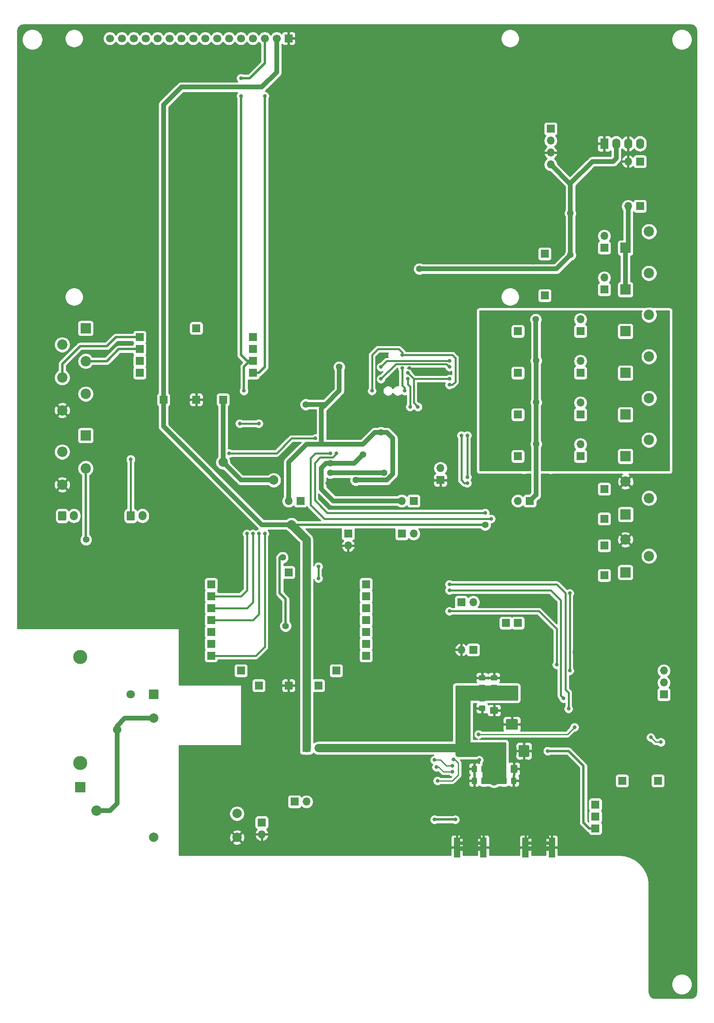
<source format=gbl>
G04 #@! TF.GenerationSoftware,KiCad,Pcbnew,5.1.5-52549c5~84~ubuntu19.04.1*
G04 #@! TF.CreationDate,2020-03-18T00:43:24+01:00*
G04 #@! TF.ProjectId,masterthesis-hardware,6d617374-6572-4746-9865-7369732d6861,v1.0*
G04 #@! TF.SameCoordinates,Original*
G04 #@! TF.FileFunction,Copper,L2,Bot*
G04 #@! TF.FilePolarity,Positive*
%FSLAX46Y46*%
G04 Gerber Fmt 4.6, Leading zero omitted, Abs format (unit mm)*
G04 Created by KiCad (PCBNEW 5.1.5-52549c5~84~ubuntu19.04.1) date 2020-03-18 00:43:24*
%MOMM*%
%LPD*%
G04 APERTURE LIST*
%ADD10R,1.350000X4.200000*%
%ADD11R,1.700000X1.700000*%
%ADD12R,1.750000X2.250000*%
%ADD13O,1.750000X2.250000*%
%ADD14C,1.700000*%
%ADD15C,2.000000*%
%ADD16R,2.000000X2.000000*%
%ADD17O,1.700000X1.700000*%
%ADD18C,1.800000*%
%ADD19R,2.200000X2.200000*%
%ADD20C,2.200000*%
%ADD21O,1.700000X2.000000*%
%ADD22C,0.100000*%
%ADD23C,3.000000*%
%ADD24C,0.800000*%
%ADD25C,1.400000*%
%ADD26C,0.381000*%
%ADD27C,1.016000*%
%ADD28C,0.508000*%
%ADD29C,1.778000*%
%ADD30C,0.254000*%
G04 APERTURE END LIST*
D10*
X151415000Y-203454000D03*
X145765000Y-203454000D03*
X136810000Y-203454000D03*
X131160000Y-203454000D03*
D11*
X95250000Y-168910000D03*
X88900000Y-168910000D03*
X101600000Y-168910000D03*
X75565000Y-107950000D03*
X68580000Y-107950000D03*
X81280000Y-107950000D03*
X111760000Y-147320000D03*
X111760000Y-149860000D03*
D12*
X162560000Y-53340000D03*
D13*
X165100000Y-53340000D03*
X167640000Y-53340000D03*
X170180000Y-53340000D03*
D14*
X57150000Y-30886000D03*
X59690000Y-30886000D03*
X62230000Y-30886000D03*
X64770000Y-30886000D03*
X67310000Y-30886000D03*
X69850000Y-30886000D03*
X72390000Y-30886000D03*
X74930000Y-30886000D03*
X77470000Y-30886000D03*
X80010000Y-30886000D03*
X82550000Y-30886000D03*
X85090000Y-30886000D03*
X87630000Y-30886000D03*
X90170000Y-30886000D03*
X92710000Y-30886000D03*
D11*
X95250000Y-30886000D03*
X160655000Y-194310000D03*
D15*
X84265000Y-196215000D03*
X84265000Y-201295000D03*
X66485000Y-201295000D03*
X66485000Y-175895000D03*
D16*
X66485000Y-170815000D03*
D17*
X107950000Y-139065000D03*
D11*
X107950000Y-136525000D03*
D17*
X89535000Y-200660000D03*
D11*
X89535000Y-198120000D03*
D17*
X167640000Y-57150000D03*
D11*
X170180000Y-57150000D03*
X111760000Y-162560000D03*
X78740000Y-162560000D03*
X111760000Y-160020000D03*
X78740000Y-160020000D03*
X111760000Y-157480000D03*
X78740000Y-157480000D03*
X111760000Y-154940000D03*
X78740000Y-154940000D03*
X173990000Y-189230000D03*
X166370000Y-189230000D03*
X111760000Y-152400000D03*
X78740000Y-152400000D03*
X78740000Y-149860000D03*
X78740000Y-147320000D03*
D17*
X132080000Y-161290000D03*
D11*
X134620000Y-161290000D03*
X95250000Y-144780000D03*
X144145000Y-93345000D03*
X144145000Y-102235000D03*
D17*
X157480000Y-90805000D03*
D11*
X157480000Y-93345000D03*
D17*
X157480000Y-99695000D03*
D11*
X157480000Y-102235000D03*
X144145000Y-111125000D03*
X144145000Y-120015000D03*
D17*
X157480000Y-108585000D03*
D11*
X157480000Y-111125000D03*
D17*
X157480000Y-117475000D03*
D11*
X157480000Y-120015000D03*
X162560000Y-139065000D03*
X162560000Y-145415000D03*
X162560000Y-127000000D03*
X162560000Y-133350000D03*
X149860000Y-76835000D03*
D17*
X162560000Y-73025000D03*
D11*
X162560000Y-75565000D03*
X63500000Y-94615000D03*
X87630000Y-94615000D03*
X63500000Y-97155000D03*
X87630000Y-97155000D03*
X63500000Y-99695000D03*
X87630000Y-99695000D03*
X149860000Y-85725000D03*
X63500000Y-102235000D03*
X87630000Y-102235000D03*
D17*
X162560000Y-81915000D03*
D11*
X162560000Y-84455000D03*
X75565000Y-92710000D03*
D18*
X58695000Y-178315000D03*
X61595000Y-170815000D03*
D17*
X121920000Y-136525000D03*
D11*
X119380000Y-136525000D03*
D17*
X99060000Y-193675000D03*
D11*
X96520000Y-193675000D03*
D17*
X167640000Y-66675000D03*
D11*
X170180000Y-66675000D03*
D17*
X127635000Y-122555000D03*
D11*
X127635000Y-125095000D03*
D17*
X119380000Y-129540000D03*
D11*
X121920000Y-129540000D03*
D17*
X144145000Y-129540000D03*
D11*
X146685000Y-129540000D03*
D17*
X95250000Y-129540000D03*
D11*
X97790000Y-129540000D03*
D17*
X175260000Y-165735000D03*
X175260000Y-168275000D03*
D11*
X175260000Y-170815000D03*
D17*
X134620000Y-151130000D03*
D11*
X132080000Y-151130000D03*
D17*
X101600000Y-182245000D03*
D11*
X99060000Y-182245000D03*
D19*
X50800000Y-190580000D03*
D20*
X54300000Y-195581800D03*
D17*
X151130000Y-57785000D03*
X151130000Y-55245000D03*
X151130000Y-52705000D03*
D11*
X151130000Y-50165000D03*
D21*
X64095000Y-132715000D03*
G04 #@! TA.AperFunction,ComponentPad*
D22*
G36*
X62219504Y-131716204D02*
G01*
X62243773Y-131719804D01*
X62267571Y-131725765D01*
X62290671Y-131734030D01*
X62312849Y-131744520D01*
X62333893Y-131757133D01*
X62353598Y-131771747D01*
X62371777Y-131788223D01*
X62388253Y-131806402D01*
X62402867Y-131826107D01*
X62415480Y-131847151D01*
X62425970Y-131869329D01*
X62434235Y-131892429D01*
X62440196Y-131916227D01*
X62443796Y-131940496D01*
X62445000Y-131965000D01*
X62445000Y-133465000D01*
X62443796Y-133489504D01*
X62440196Y-133513773D01*
X62434235Y-133537571D01*
X62425970Y-133560671D01*
X62415480Y-133582849D01*
X62402867Y-133603893D01*
X62388253Y-133623598D01*
X62371777Y-133641777D01*
X62353598Y-133658253D01*
X62333893Y-133672867D01*
X62312849Y-133685480D01*
X62290671Y-133695970D01*
X62267571Y-133704235D01*
X62243773Y-133710196D01*
X62219504Y-133713796D01*
X62195000Y-133715000D01*
X60995000Y-133715000D01*
X60970496Y-133713796D01*
X60946227Y-133710196D01*
X60922429Y-133704235D01*
X60899329Y-133695970D01*
X60877151Y-133685480D01*
X60856107Y-133672867D01*
X60836402Y-133658253D01*
X60818223Y-133641777D01*
X60801747Y-133623598D01*
X60787133Y-133603893D01*
X60774520Y-133582849D01*
X60764030Y-133560671D01*
X60755765Y-133537571D01*
X60749804Y-133513773D01*
X60746204Y-133489504D01*
X60745000Y-133465000D01*
X60745000Y-131965000D01*
X60746204Y-131940496D01*
X60749804Y-131916227D01*
X60755765Y-131892429D01*
X60764030Y-131869329D01*
X60774520Y-131847151D01*
X60787133Y-131826107D01*
X60801747Y-131806402D01*
X60818223Y-131788223D01*
X60836402Y-131771747D01*
X60856107Y-131757133D01*
X60877151Y-131744520D01*
X60899329Y-131734030D01*
X60922429Y-131725765D01*
X60946227Y-131719804D01*
X60970496Y-131716204D01*
X60995000Y-131715000D01*
X62195000Y-131715000D01*
X62219504Y-131716204D01*
G37*
G04 #@! TD.AperFunction*
D11*
X160655000Y-196850000D03*
X144145000Y-155575000D03*
X160655000Y-199390000D03*
X141605000Y-155575000D03*
X85090000Y-165735000D03*
X105410000Y-165735000D03*
D19*
X167085000Y-93345000D03*
D20*
X172086800Y-89845000D03*
D19*
X167085000Y-102235000D03*
D20*
X172086800Y-98735000D03*
D19*
X167085000Y-111125000D03*
D20*
X172086800Y-107625000D03*
D19*
X167085000Y-120015000D03*
D20*
X172086800Y-116515000D03*
X167085000Y-137780000D03*
D19*
X167085000Y-144780000D03*
D20*
X172086800Y-141280000D03*
X167113200Y-125419600D03*
D19*
X167113200Y-132419600D03*
D20*
X172115000Y-128919600D03*
X46988200Y-126070000D03*
X51990000Y-122570000D03*
D19*
X51990000Y-115570000D03*
D20*
X46988200Y-119070000D03*
X46988200Y-110210000D03*
X51990000Y-106710000D03*
X46988200Y-103210000D03*
X51990000Y-99710000D03*
D19*
X51990000Y-92710000D03*
D20*
X46988200Y-96210000D03*
D21*
X49490000Y-132715000D03*
G04 #@! TA.AperFunction,ComponentPad*
D22*
G36*
X47614504Y-131716204D02*
G01*
X47638773Y-131719804D01*
X47662571Y-131725765D01*
X47685671Y-131734030D01*
X47707849Y-131744520D01*
X47728893Y-131757133D01*
X47748598Y-131771747D01*
X47766777Y-131788223D01*
X47783253Y-131806402D01*
X47797867Y-131826107D01*
X47810480Y-131847151D01*
X47820970Y-131869329D01*
X47829235Y-131892429D01*
X47835196Y-131916227D01*
X47838796Y-131940496D01*
X47840000Y-131965000D01*
X47840000Y-133465000D01*
X47838796Y-133489504D01*
X47835196Y-133513773D01*
X47829235Y-133537571D01*
X47820970Y-133560671D01*
X47810480Y-133582849D01*
X47797867Y-133603893D01*
X47783253Y-133623598D01*
X47766777Y-133641777D01*
X47748598Y-133658253D01*
X47728893Y-133672867D01*
X47707849Y-133685480D01*
X47685671Y-133695970D01*
X47662571Y-133704235D01*
X47638773Y-133710196D01*
X47614504Y-133713796D01*
X47590000Y-133715000D01*
X46390000Y-133715000D01*
X46365496Y-133713796D01*
X46341227Y-133710196D01*
X46317429Y-133704235D01*
X46294329Y-133695970D01*
X46272151Y-133685480D01*
X46251107Y-133672867D01*
X46231402Y-133658253D01*
X46213223Y-133641777D01*
X46196747Y-133623598D01*
X46182133Y-133603893D01*
X46169520Y-133582849D01*
X46159030Y-133560671D01*
X46150765Y-133537571D01*
X46144804Y-133513773D01*
X46141204Y-133489504D01*
X46140000Y-133465000D01*
X46140000Y-131965000D01*
X46141204Y-131940496D01*
X46144804Y-131916227D01*
X46150765Y-131892429D01*
X46159030Y-131869329D01*
X46169520Y-131847151D01*
X46182133Y-131826107D01*
X46196747Y-131806402D01*
X46213223Y-131788223D01*
X46231402Y-131771747D01*
X46251107Y-131757133D01*
X46272151Y-131744520D01*
X46294329Y-131734030D01*
X46317429Y-131725765D01*
X46341227Y-131719804D01*
X46365496Y-131716204D01*
X46390000Y-131715000D01*
X47590000Y-131715000D01*
X47614504Y-131716204D01*
G37*
G04 #@! TD.AperFunction*
D19*
X167085000Y-75565000D03*
D20*
X172086800Y-72065000D03*
D19*
X167085000Y-84455000D03*
D20*
X172086800Y-80955000D03*
D23*
X50800000Y-162820000D03*
X50800000Y-185420000D03*
G04 #@! TA.AperFunction,SMDPad,CuDef*
D22*
G36*
X135214505Y-188531204D02*
G01*
X135238773Y-188534804D01*
X135262572Y-188540765D01*
X135285671Y-188549030D01*
X135307850Y-188559520D01*
X135328893Y-188572132D01*
X135348599Y-188586747D01*
X135366777Y-188603223D01*
X135383253Y-188621401D01*
X135397868Y-188641107D01*
X135410480Y-188662150D01*
X135420970Y-188684329D01*
X135429235Y-188707428D01*
X135435196Y-188731227D01*
X135438796Y-188755495D01*
X135440000Y-188779999D01*
X135440000Y-189680001D01*
X135438796Y-189704505D01*
X135435196Y-189728773D01*
X135429235Y-189752572D01*
X135420970Y-189775671D01*
X135410480Y-189797850D01*
X135397868Y-189818893D01*
X135383253Y-189838599D01*
X135366777Y-189856777D01*
X135348599Y-189873253D01*
X135328893Y-189887868D01*
X135307850Y-189900480D01*
X135285671Y-189910970D01*
X135262572Y-189919235D01*
X135238773Y-189925196D01*
X135214505Y-189928796D01*
X135190001Y-189930000D01*
X134539999Y-189930000D01*
X134515495Y-189928796D01*
X134491227Y-189925196D01*
X134467428Y-189919235D01*
X134444329Y-189910970D01*
X134422150Y-189900480D01*
X134401107Y-189887868D01*
X134381401Y-189873253D01*
X134363223Y-189856777D01*
X134346747Y-189838599D01*
X134332132Y-189818893D01*
X134319520Y-189797850D01*
X134309030Y-189775671D01*
X134300765Y-189752572D01*
X134294804Y-189728773D01*
X134291204Y-189704505D01*
X134290000Y-189680001D01*
X134290000Y-188779999D01*
X134291204Y-188755495D01*
X134294804Y-188731227D01*
X134300765Y-188707428D01*
X134309030Y-188684329D01*
X134319520Y-188662150D01*
X134332132Y-188641107D01*
X134346747Y-188621401D01*
X134363223Y-188603223D01*
X134381401Y-188586747D01*
X134401107Y-188572132D01*
X134422150Y-188559520D01*
X134444329Y-188549030D01*
X134467428Y-188540765D01*
X134491227Y-188534804D01*
X134515495Y-188531204D01*
X134539999Y-188530000D01*
X135190001Y-188530000D01*
X135214505Y-188531204D01*
G37*
G04 #@! TD.AperFunction*
G04 #@! TA.AperFunction,SMDPad,CuDef*
G36*
X137264505Y-188531204D02*
G01*
X137288773Y-188534804D01*
X137312572Y-188540765D01*
X137335671Y-188549030D01*
X137357850Y-188559520D01*
X137378893Y-188572132D01*
X137398599Y-188586747D01*
X137416777Y-188603223D01*
X137433253Y-188621401D01*
X137447868Y-188641107D01*
X137460480Y-188662150D01*
X137470970Y-188684329D01*
X137479235Y-188707428D01*
X137485196Y-188731227D01*
X137488796Y-188755495D01*
X137490000Y-188779999D01*
X137490000Y-189680001D01*
X137488796Y-189704505D01*
X137485196Y-189728773D01*
X137479235Y-189752572D01*
X137470970Y-189775671D01*
X137460480Y-189797850D01*
X137447868Y-189818893D01*
X137433253Y-189838599D01*
X137416777Y-189856777D01*
X137398599Y-189873253D01*
X137378893Y-189887868D01*
X137357850Y-189900480D01*
X137335671Y-189910970D01*
X137312572Y-189919235D01*
X137288773Y-189925196D01*
X137264505Y-189928796D01*
X137240001Y-189930000D01*
X136589999Y-189930000D01*
X136565495Y-189928796D01*
X136541227Y-189925196D01*
X136517428Y-189919235D01*
X136494329Y-189910970D01*
X136472150Y-189900480D01*
X136451107Y-189887868D01*
X136431401Y-189873253D01*
X136413223Y-189856777D01*
X136396747Y-189838599D01*
X136382132Y-189818893D01*
X136369520Y-189797850D01*
X136359030Y-189775671D01*
X136350765Y-189752572D01*
X136344804Y-189728773D01*
X136341204Y-189704505D01*
X136340000Y-189680001D01*
X136340000Y-188779999D01*
X136341204Y-188755495D01*
X136344804Y-188731227D01*
X136350765Y-188707428D01*
X136359030Y-188684329D01*
X136369520Y-188662150D01*
X136382132Y-188641107D01*
X136396747Y-188621401D01*
X136413223Y-188603223D01*
X136431401Y-188586747D01*
X136451107Y-188572132D01*
X136472150Y-188559520D01*
X136494329Y-188549030D01*
X136517428Y-188540765D01*
X136541227Y-188534804D01*
X136565495Y-188531204D01*
X136589999Y-188530000D01*
X137240001Y-188530000D01*
X137264505Y-188531204D01*
G37*
G04 #@! TD.AperFunction*
G04 #@! TA.AperFunction,SMDPad,CuDef*
G36*
X143614505Y-188531204D02*
G01*
X143638773Y-188534804D01*
X143662572Y-188540765D01*
X143685671Y-188549030D01*
X143707850Y-188559520D01*
X143728893Y-188572132D01*
X143748599Y-188586747D01*
X143766777Y-188603223D01*
X143783253Y-188621401D01*
X143797868Y-188641107D01*
X143810480Y-188662150D01*
X143820970Y-188684329D01*
X143829235Y-188707428D01*
X143835196Y-188731227D01*
X143838796Y-188755495D01*
X143840000Y-188779999D01*
X143840000Y-189680001D01*
X143838796Y-189704505D01*
X143835196Y-189728773D01*
X143829235Y-189752572D01*
X143820970Y-189775671D01*
X143810480Y-189797850D01*
X143797868Y-189818893D01*
X143783253Y-189838599D01*
X143766777Y-189856777D01*
X143748599Y-189873253D01*
X143728893Y-189887868D01*
X143707850Y-189900480D01*
X143685671Y-189910970D01*
X143662572Y-189919235D01*
X143638773Y-189925196D01*
X143614505Y-189928796D01*
X143590001Y-189930000D01*
X142939999Y-189930000D01*
X142915495Y-189928796D01*
X142891227Y-189925196D01*
X142867428Y-189919235D01*
X142844329Y-189910970D01*
X142822150Y-189900480D01*
X142801107Y-189887868D01*
X142781401Y-189873253D01*
X142763223Y-189856777D01*
X142746747Y-189838599D01*
X142732132Y-189818893D01*
X142719520Y-189797850D01*
X142709030Y-189775671D01*
X142700765Y-189752572D01*
X142694804Y-189728773D01*
X142691204Y-189704505D01*
X142690000Y-189680001D01*
X142690000Y-188779999D01*
X142691204Y-188755495D01*
X142694804Y-188731227D01*
X142700765Y-188707428D01*
X142709030Y-188684329D01*
X142719520Y-188662150D01*
X142732132Y-188641107D01*
X142746747Y-188621401D01*
X142763223Y-188603223D01*
X142781401Y-188586747D01*
X142801107Y-188572132D01*
X142822150Y-188559520D01*
X142844329Y-188549030D01*
X142867428Y-188540765D01*
X142891227Y-188534804D01*
X142915495Y-188531204D01*
X142939999Y-188530000D01*
X143590001Y-188530000D01*
X143614505Y-188531204D01*
G37*
G04 #@! TD.AperFunction*
G04 #@! TA.AperFunction,SMDPad,CuDef*
G36*
X141564505Y-188531204D02*
G01*
X141588773Y-188534804D01*
X141612572Y-188540765D01*
X141635671Y-188549030D01*
X141657850Y-188559520D01*
X141678893Y-188572132D01*
X141698599Y-188586747D01*
X141716777Y-188603223D01*
X141733253Y-188621401D01*
X141747868Y-188641107D01*
X141760480Y-188662150D01*
X141770970Y-188684329D01*
X141779235Y-188707428D01*
X141785196Y-188731227D01*
X141788796Y-188755495D01*
X141790000Y-188779999D01*
X141790000Y-189680001D01*
X141788796Y-189704505D01*
X141785196Y-189728773D01*
X141779235Y-189752572D01*
X141770970Y-189775671D01*
X141760480Y-189797850D01*
X141747868Y-189818893D01*
X141733253Y-189838599D01*
X141716777Y-189856777D01*
X141698599Y-189873253D01*
X141678893Y-189887868D01*
X141657850Y-189900480D01*
X141635671Y-189910970D01*
X141612572Y-189919235D01*
X141588773Y-189925196D01*
X141564505Y-189928796D01*
X141540001Y-189930000D01*
X140889999Y-189930000D01*
X140865495Y-189928796D01*
X140841227Y-189925196D01*
X140817428Y-189919235D01*
X140794329Y-189910970D01*
X140772150Y-189900480D01*
X140751107Y-189887868D01*
X140731401Y-189873253D01*
X140713223Y-189856777D01*
X140696747Y-189838599D01*
X140682132Y-189818893D01*
X140669520Y-189797850D01*
X140659030Y-189775671D01*
X140650765Y-189752572D01*
X140644804Y-189728773D01*
X140641204Y-189704505D01*
X140640000Y-189680001D01*
X140640000Y-188779999D01*
X140641204Y-188755495D01*
X140644804Y-188731227D01*
X140650765Y-188707428D01*
X140659030Y-188684329D01*
X140669520Y-188662150D01*
X140682132Y-188641107D01*
X140696747Y-188621401D01*
X140713223Y-188603223D01*
X140731401Y-188586747D01*
X140751107Y-188572132D01*
X140772150Y-188559520D01*
X140794329Y-188549030D01*
X140817428Y-188540765D01*
X140841227Y-188534804D01*
X140865495Y-188531204D01*
X140889999Y-188530000D01*
X141540001Y-188530000D01*
X141564505Y-188531204D01*
G37*
G04 #@! TD.AperFunction*
G04 #@! TA.AperFunction,SMDPad,CuDef*
G36*
X135214505Y-185991204D02*
G01*
X135238773Y-185994804D01*
X135262572Y-186000765D01*
X135285671Y-186009030D01*
X135307850Y-186019520D01*
X135328893Y-186032132D01*
X135348599Y-186046747D01*
X135366777Y-186063223D01*
X135383253Y-186081401D01*
X135397868Y-186101107D01*
X135410480Y-186122150D01*
X135420970Y-186144329D01*
X135429235Y-186167428D01*
X135435196Y-186191227D01*
X135438796Y-186215495D01*
X135440000Y-186239999D01*
X135440000Y-187140001D01*
X135438796Y-187164505D01*
X135435196Y-187188773D01*
X135429235Y-187212572D01*
X135420970Y-187235671D01*
X135410480Y-187257850D01*
X135397868Y-187278893D01*
X135383253Y-187298599D01*
X135366777Y-187316777D01*
X135348599Y-187333253D01*
X135328893Y-187347868D01*
X135307850Y-187360480D01*
X135285671Y-187370970D01*
X135262572Y-187379235D01*
X135238773Y-187385196D01*
X135214505Y-187388796D01*
X135190001Y-187390000D01*
X134539999Y-187390000D01*
X134515495Y-187388796D01*
X134491227Y-187385196D01*
X134467428Y-187379235D01*
X134444329Y-187370970D01*
X134422150Y-187360480D01*
X134401107Y-187347868D01*
X134381401Y-187333253D01*
X134363223Y-187316777D01*
X134346747Y-187298599D01*
X134332132Y-187278893D01*
X134319520Y-187257850D01*
X134309030Y-187235671D01*
X134300765Y-187212572D01*
X134294804Y-187188773D01*
X134291204Y-187164505D01*
X134290000Y-187140001D01*
X134290000Y-186239999D01*
X134291204Y-186215495D01*
X134294804Y-186191227D01*
X134300765Y-186167428D01*
X134309030Y-186144329D01*
X134319520Y-186122150D01*
X134332132Y-186101107D01*
X134346747Y-186081401D01*
X134363223Y-186063223D01*
X134381401Y-186046747D01*
X134401107Y-186032132D01*
X134422150Y-186019520D01*
X134444329Y-186009030D01*
X134467428Y-186000765D01*
X134491227Y-185994804D01*
X134515495Y-185991204D01*
X134539999Y-185990000D01*
X135190001Y-185990000D01*
X135214505Y-185991204D01*
G37*
G04 #@! TD.AperFunction*
G04 #@! TA.AperFunction,SMDPad,CuDef*
G36*
X137264505Y-185991204D02*
G01*
X137288773Y-185994804D01*
X137312572Y-186000765D01*
X137335671Y-186009030D01*
X137357850Y-186019520D01*
X137378893Y-186032132D01*
X137398599Y-186046747D01*
X137416777Y-186063223D01*
X137433253Y-186081401D01*
X137447868Y-186101107D01*
X137460480Y-186122150D01*
X137470970Y-186144329D01*
X137479235Y-186167428D01*
X137485196Y-186191227D01*
X137488796Y-186215495D01*
X137490000Y-186239999D01*
X137490000Y-187140001D01*
X137488796Y-187164505D01*
X137485196Y-187188773D01*
X137479235Y-187212572D01*
X137470970Y-187235671D01*
X137460480Y-187257850D01*
X137447868Y-187278893D01*
X137433253Y-187298599D01*
X137416777Y-187316777D01*
X137398599Y-187333253D01*
X137378893Y-187347868D01*
X137357850Y-187360480D01*
X137335671Y-187370970D01*
X137312572Y-187379235D01*
X137288773Y-187385196D01*
X137264505Y-187388796D01*
X137240001Y-187390000D01*
X136589999Y-187390000D01*
X136565495Y-187388796D01*
X136541227Y-187385196D01*
X136517428Y-187379235D01*
X136494329Y-187370970D01*
X136472150Y-187360480D01*
X136451107Y-187347868D01*
X136431401Y-187333253D01*
X136413223Y-187316777D01*
X136396747Y-187298599D01*
X136382132Y-187278893D01*
X136369520Y-187257850D01*
X136359030Y-187235671D01*
X136350765Y-187212572D01*
X136344804Y-187188773D01*
X136341204Y-187164505D01*
X136340000Y-187140001D01*
X136340000Y-186239999D01*
X136341204Y-186215495D01*
X136344804Y-186191227D01*
X136350765Y-186167428D01*
X136359030Y-186144329D01*
X136369520Y-186122150D01*
X136382132Y-186101107D01*
X136396747Y-186081401D01*
X136413223Y-186063223D01*
X136431401Y-186046747D01*
X136451107Y-186032132D01*
X136472150Y-186019520D01*
X136494329Y-186009030D01*
X136517428Y-186000765D01*
X136541227Y-185994804D01*
X136565495Y-185991204D01*
X136589999Y-185990000D01*
X137240001Y-185990000D01*
X137264505Y-185991204D01*
G37*
G04 #@! TD.AperFunction*
G04 #@! TA.AperFunction,SMDPad,CuDef*
G36*
X143797004Y-185816204D02*
G01*
X143821273Y-185819804D01*
X143845071Y-185825765D01*
X143868171Y-185834030D01*
X143890349Y-185844520D01*
X143911393Y-185857133D01*
X143931098Y-185871747D01*
X143949277Y-185888223D01*
X143965753Y-185906402D01*
X143980367Y-185926107D01*
X143992980Y-185947151D01*
X144003470Y-185969329D01*
X144011735Y-185992429D01*
X144017696Y-186016227D01*
X144021296Y-186040496D01*
X144022500Y-186065000D01*
X144022500Y-187315000D01*
X144021296Y-187339504D01*
X144017696Y-187363773D01*
X144011735Y-187387571D01*
X144003470Y-187410671D01*
X143992980Y-187432849D01*
X143980367Y-187453893D01*
X143965753Y-187473598D01*
X143949277Y-187491777D01*
X143931098Y-187508253D01*
X143911393Y-187522867D01*
X143890349Y-187535480D01*
X143868171Y-187545970D01*
X143845071Y-187554235D01*
X143821273Y-187560196D01*
X143797004Y-187563796D01*
X143772500Y-187565000D01*
X142847500Y-187565000D01*
X142822996Y-187563796D01*
X142798727Y-187560196D01*
X142774929Y-187554235D01*
X142751829Y-187545970D01*
X142729651Y-187535480D01*
X142708607Y-187522867D01*
X142688902Y-187508253D01*
X142670723Y-187491777D01*
X142654247Y-187473598D01*
X142639633Y-187453893D01*
X142627020Y-187432849D01*
X142616530Y-187410671D01*
X142608265Y-187387571D01*
X142602304Y-187363773D01*
X142598704Y-187339504D01*
X142597500Y-187315000D01*
X142597500Y-186065000D01*
X142598704Y-186040496D01*
X142602304Y-186016227D01*
X142608265Y-185992429D01*
X142616530Y-185969329D01*
X142627020Y-185947151D01*
X142639633Y-185926107D01*
X142654247Y-185906402D01*
X142670723Y-185888223D01*
X142688902Y-185871747D01*
X142708607Y-185857133D01*
X142729651Y-185844520D01*
X142751829Y-185834030D01*
X142774929Y-185825765D01*
X142798727Y-185819804D01*
X142822996Y-185816204D01*
X142847500Y-185815000D01*
X143772500Y-185815000D01*
X143797004Y-185816204D01*
G37*
G04 #@! TD.AperFunction*
G04 #@! TA.AperFunction,SMDPad,CuDef*
G36*
X140822004Y-185816204D02*
G01*
X140846273Y-185819804D01*
X140870071Y-185825765D01*
X140893171Y-185834030D01*
X140915349Y-185844520D01*
X140936393Y-185857133D01*
X140956098Y-185871747D01*
X140974277Y-185888223D01*
X140990753Y-185906402D01*
X141005367Y-185926107D01*
X141017980Y-185947151D01*
X141028470Y-185969329D01*
X141036735Y-185992429D01*
X141042696Y-186016227D01*
X141046296Y-186040496D01*
X141047500Y-186065000D01*
X141047500Y-187315000D01*
X141046296Y-187339504D01*
X141042696Y-187363773D01*
X141036735Y-187387571D01*
X141028470Y-187410671D01*
X141017980Y-187432849D01*
X141005367Y-187453893D01*
X140990753Y-187473598D01*
X140974277Y-187491777D01*
X140956098Y-187508253D01*
X140936393Y-187522867D01*
X140915349Y-187535480D01*
X140893171Y-187545970D01*
X140870071Y-187554235D01*
X140846273Y-187560196D01*
X140822004Y-187563796D01*
X140797500Y-187565000D01*
X139872500Y-187565000D01*
X139847996Y-187563796D01*
X139823727Y-187560196D01*
X139799929Y-187554235D01*
X139776829Y-187545970D01*
X139754651Y-187535480D01*
X139733607Y-187522867D01*
X139713902Y-187508253D01*
X139695723Y-187491777D01*
X139679247Y-187473598D01*
X139664633Y-187453893D01*
X139652020Y-187432849D01*
X139641530Y-187410671D01*
X139633265Y-187387571D01*
X139627304Y-187363773D01*
X139623704Y-187339504D01*
X139622500Y-187315000D01*
X139622500Y-186065000D01*
X139623704Y-186040496D01*
X139627304Y-186016227D01*
X139633265Y-185992429D01*
X139641530Y-185969329D01*
X139652020Y-185947151D01*
X139664633Y-185926107D01*
X139679247Y-185906402D01*
X139695723Y-185888223D01*
X139713902Y-185871747D01*
X139733607Y-185857133D01*
X139754651Y-185844520D01*
X139776829Y-185834030D01*
X139799929Y-185825765D01*
X139823727Y-185819804D01*
X139847996Y-185816204D01*
X139872500Y-185815000D01*
X140797500Y-185815000D01*
X140822004Y-185816204D01*
G37*
G04 #@! TD.AperFunction*
G04 #@! TA.AperFunction,SMDPad,CuDef*
G36*
X136999505Y-166676204D02*
G01*
X137023773Y-166679804D01*
X137047572Y-166685765D01*
X137070671Y-166694030D01*
X137092850Y-166704520D01*
X137113893Y-166717132D01*
X137133599Y-166731747D01*
X137151777Y-166748223D01*
X137168253Y-166766401D01*
X137182868Y-166786107D01*
X137195480Y-166807150D01*
X137205970Y-166829329D01*
X137214235Y-166852428D01*
X137220196Y-166876227D01*
X137223796Y-166900495D01*
X137225000Y-166924999D01*
X137225000Y-167575001D01*
X137223796Y-167599505D01*
X137220196Y-167623773D01*
X137214235Y-167647572D01*
X137205970Y-167670671D01*
X137195480Y-167692850D01*
X137182868Y-167713893D01*
X137168253Y-167733599D01*
X137151777Y-167751777D01*
X137133599Y-167768253D01*
X137113893Y-167782868D01*
X137092850Y-167795480D01*
X137070671Y-167805970D01*
X137047572Y-167814235D01*
X137023773Y-167820196D01*
X136999505Y-167823796D01*
X136975001Y-167825000D01*
X136074999Y-167825000D01*
X136050495Y-167823796D01*
X136026227Y-167820196D01*
X136002428Y-167814235D01*
X135979329Y-167805970D01*
X135957150Y-167795480D01*
X135936107Y-167782868D01*
X135916401Y-167768253D01*
X135898223Y-167751777D01*
X135881747Y-167733599D01*
X135867132Y-167713893D01*
X135854520Y-167692850D01*
X135844030Y-167670671D01*
X135835765Y-167647572D01*
X135829804Y-167623773D01*
X135826204Y-167599505D01*
X135825000Y-167575001D01*
X135825000Y-166924999D01*
X135826204Y-166900495D01*
X135829804Y-166876227D01*
X135835765Y-166852428D01*
X135844030Y-166829329D01*
X135854520Y-166807150D01*
X135867132Y-166786107D01*
X135881747Y-166766401D01*
X135898223Y-166748223D01*
X135916401Y-166731747D01*
X135936107Y-166717132D01*
X135957150Y-166704520D01*
X135979329Y-166694030D01*
X136002428Y-166685765D01*
X136026227Y-166679804D01*
X136050495Y-166676204D01*
X136074999Y-166675000D01*
X136975001Y-166675000D01*
X136999505Y-166676204D01*
G37*
G04 #@! TD.AperFunction*
G04 #@! TA.AperFunction,SMDPad,CuDef*
G36*
X136999505Y-168726204D02*
G01*
X137023773Y-168729804D01*
X137047572Y-168735765D01*
X137070671Y-168744030D01*
X137092850Y-168754520D01*
X137113893Y-168767132D01*
X137133599Y-168781747D01*
X137151777Y-168798223D01*
X137168253Y-168816401D01*
X137182868Y-168836107D01*
X137195480Y-168857150D01*
X137205970Y-168879329D01*
X137214235Y-168902428D01*
X137220196Y-168926227D01*
X137223796Y-168950495D01*
X137225000Y-168974999D01*
X137225000Y-169625001D01*
X137223796Y-169649505D01*
X137220196Y-169673773D01*
X137214235Y-169697572D01*
X137205970Y-169720671D01*
X137195480Y-169742850D01*
X137182868Y-169763893D01*
X137168253Y-169783599D01*
X137151777Y-169801777D01*
X137133599Y-169818253D01*
X137113893Y-169832868D01*
X137092850Y-169845480D01*
X137070671Y-169855970D01*
X137047572Y-169864235D01*
X137023773Y-169870196D01*
X136999505Y-169873796D01*
X136975001Y-169875000D01*
X136074999Y-169875000D01*
X136050495Y-169873796D01*
X136026227Y-169870196D01*
X136002428Y-169864235D01*
X135979329Y-169855970D01*
X135957150Y-169845480D01*
X135936107Y-169832868D01*
X135916401Y-169818253D01*
X135898223Y-169801777D01*
X135881747Y-169783599D01*
X135867132Y-169763893D01*
X135854520Y-169742850D01*
X135844030Y-169720671D01*
X135835765Y-169697572D01*
X135829804Y-169673773D01*
X135826204Y-169649505D01*
X135825000Y-169625001D01*
X135825000Y-168974999D01*
X135826204Y-168950495D01*
X135829804Y-168926227D01*
X135835765Y-168902428D01*
X135844030Y-168879329D01*
X135854520Y-168857150D01*
X135867132Y-168836107D01*
X135881747Y-168816401D01*
X135898223Y-168798223D01*
X135916401Y-168781747D01*
X135936107Y-168767132D01*
X135957150Y-168754520D01*
X135979329Y-168744030D01*
X136002428Y-168735765D01*
X136026227Y-168729804D01*
X136050495Y-168726204D01*
X136074999Y-168725000D01*
X136975001Y-168725000D01*
X136999505Y-168726204D01*
G37*
G04 #@! TD.AperFunction*
G04 #@! TA.AperFunction,SMDPad,CuDef*
G36*
X136999505Y-173171204D02*
G01*
X137023773Y-173174804D01*
X137047572Y-173180765D01*
X137070671Y-173189030D01*
X137092850Y-173199520D01*
X137113893Y-173212132D01*
X137133599Y-173226747D01*
X137151777Y-173243223D01*
X137168253Y-173261401D01*
X137182868Y-173281107D01*
X137195480Y-173302150D01*
X137205970Y-173324329D01*
X137214235Y-173347428D01*
X137220196Y-173371227D01*
X137223796Y-173395495D01*
X137225000Y-173419999D01*
X137225000Y-174070001D01*
X137223796Y-174094505D01*
X137220196Y-174118773D01*
X137214235Y-174142572D01*
X137205970Y-174165671D01*
X137195480Y-174187850D01*
X137182868Y-174208893D01*
X137168253Y-174228599D01*
X137151777Y-174246777D01*
X137133599Y-174263253D01*
X137113893Y-174277868D01*
X137092850Y-174290480D01*
X137070671Y-174300970D01*
X137047572Y-174309235D01*
X137023773Y-174315196D01*
X136999505Y-174318796D01*
X136975001Y-174320000D01*
X136074999Y-174320000D01*
X136050495Y-174318796D01*
X136026227Y-174315196D01*
X136002428Y-174309235D01*
X135979329Y-174300970D01*
X135957150Y-174290480D01*
X135936107Y-174277868D01*
X135916401Y-174263253D01*
X135898223Y-174246777D01*
X135881747Y-174228599D01*
X135867132Y-174208893D01*
X135854520Y-174187850D01*
X135844030Y-174165671D01*
X135835765Y-174142572D01*
X135829804Y-174118773D01*
X135826204Y-174094505D01*
X135825000Y-174070001D01*
X135825000Y-173419999D01*
X135826204Y-173395495D01*
X135829804Y-173371227D01*
X135835765Y-173347428D01*
X135844030Y-173324329D01*
X135854520Y-173302150D01*
X135867132Y-173281107D01*
X135881747Y-173261401D01*
X135898223Y-173243223D01*
X135916401Y-173226747D01*
X135936107Y-173212132D01*
X135957150Y-173199520D01*
X135979329Y-173189030D01*
X136002428Y-173180765D01*
X136026227Y-173174804D01*
X136050495Y-173171204D01*
X136074999Y-173170000D01*
X136975001Y-173170000D01*
X136999505Y-173171204D01*
G37*
G04 #@! TD.AperFunction*
G04 #@! TA.AperFunction,SMDPad,CuDef*
G36*
X136999505Y-171121204D02*
G01*
X137023773Y-171124804D01*
X137047572Y-171130765D01*
X137070671Y-171139030D01*
X137092850Y-171149520D01*
X137113893Y-171162132D01*
X137133599Y-171176747D01*
X137151777Y-171193223D01*
X137168253Y-171211401D01*
X137182868Y-171231107D01*
X137195480Y-171252150D01*
X137205970Y-171274329D01*
X137214235Y-171297428D01*
X137220196Y-171321227D01*
X137223796Y-171345495D01*
X137225000Y-171369999D01*
X137225000Y-172020001D01*
X137223796Y-172044505D01*
X137220196Y-172068773D01*
X137214235Y-172092572D01*
X137205970Y-172115671D01*
X137195480Y-172137850D01*
X137182868Y-172158893D01*
X137168253Y-172178599D01*
X137151777Y-172196777D01*
X137133599Y-172213253D01*
X137113893Y-172227868D01*
X137092850Y-172240480D01*
X137070671Y-172250970D01*
X137047572Y-172259235D01*
X137023773Y-172265196D01*
X136999505Y-172268796D01*
X136975001Y-172270000D01*
X136074999Y-172270000D01*
X136050495Y-172268796D01*
X136026227Y-172265196D01*
X136002428Y-172259235D01*
X135979329Y-172250970D01*
X135957150Y-172240480D01*
X135936107Y-172227868D01*
X135916401Y-172213253D01*
X135898223Y-172196777D01*
X135881747Y-172178599D01*
X135867132Y-172158893D01*
X135854520Y-172137850D01*
X135844030Y-172115671D01*
X135835765Y-172092572D01*
X135829804Y-172068773D01*
X135826204Y-172044505D01*
X135825000Y-172020001D01*
X135825000Y-171369999D01*
X135826204Y-171345495D01*
X135829804Y-171321227D01*
X135835765Y-171297428D01*
X135844030Y-171274329D01*
X135854520Y-171252150D01*
X135867132Y-171231107D01*
X135881747Y-171211401D01*
X135898223Y-171193223D01*
X135916401Y-171176747D01*
X135936107Y-171162132D01*
X135957150Y-171149520D01*
X135979329Y-171139030D01*
X136002428Y-171130765D01*
X136026227Y-171124804D01*
X136050495Y-171121204D01*
X136074999Y-171120000D01*
X136975001Y-171120000D01*
X136999505Y-171121204D01*
G37*
G04 #@! TD.AperFunction*
G04 #@! TA.AperFunction,SMDPad,CuDef*
G36*
X146339505Y-181606204D02*
G01*
X146363773Y-181609804D01*
X146387572Y-181615765D01*
X146410671Y-181624030D01*
X146432850Y-181634520D01*
X146453893Y-181647132D01*
X146473599Y-181661747D01*
X146491777Y-181678223D01*
X146508253Y-181696401D01*
X146522868Y-181716107D01*
X146535480Y-181737150D01*
X146545970Y-181759329D01*
X146554235Y-181782428D01*
X146560196Y-181806227D01*
X146563796Y-181830495D01*
X146565000Y-181854999D01*
X146565000Y-183905001D01*
X146563796Y-183929505D01*
X146560196Y-183953773D01*
X146554235Y-183977572D01*
X146545970Y-184000671D01*
X146535480Y-184022850D01*
X146522868Y-184043893D01*
X146508253Y-184063599D01*
X146491777Y-184081777D01*
X146473599Y-184098253D01*
X146453893Y-184112868D01*
X146432850Y-184125480D01*
X146410671Y-184135970D01*
X146387572Y-184144235D01*
X146363773Y-184150196D01*
X146339505Y-184153796D01*
X146315001Y-184155000D01*
X144564999Y-184155000D01*
X144540495Y-184153796D01*
X144516227Y-184150196D01*
X144492428Y-184144235D01*
X144469329Y-184135970D01*
X144447150Y-184125480D01*
X144426107Y-184112868D01*
X144406401Y-184098253D01*
X144388223Y-184081777D01*
X144371747Y-184063599D01*
X144357132Y-184043893D01*
X144344520Y-184022850D01*
X144334030Y-184000671D01*
X144325765Y-183977572D01*
X144319804Y-183953773D01*
X144316204Y-183929505D01*
X144315000Y-183905001D01*
X144315000Y-181854999D01*
X144316204Y-181830495D01*
X144319804Y-181806227D01*
X144325765Y-181782428D01*
X144334030Y-181759329D01*
X144344520Y-181737150D01*
X144357132Y-181716107D01*
X144371747Y-181696401D01*
X144388223Y-181678223D01*
X144406401Y-181661747D01*
X144426107Y-181647132D01*
X144447150Y-181634520D01*
X144469329Y-181624030D01*
X144492428Y-181615765D01*
X144516227Y-181609804D01*
X144540495Y-181606204D01*
X144564999Y-181605000D01*
X146315001Y-181605000D01*
X146339505Y-181606204D01*
G37*
G04 #@! TD.AperFunction*
G04 #@! TA.AperFunction,SMDPad,CuDef*
G36*
X139939505Y-181606204D02*
G01*
X139963773Y-181609804D01*
X139987572Y-181615765D01*
X140010671Y-181624030D01*
X140032850Y-181634520D01*
X140053893Y-181647132D01*
X140073599Y-181661747D01*
X140091777Y-181678223D01*
X140108253Y-181696401D01*
X140122868Y-181716107D01*
X140135480Y-181737150D01*
X140145970Y-181759329D01*
X140154235Y-181782428D01*
X140160196Y-181806227D01*
X140163796Y-181830495D01*
X140165000Y-181854999D01*
X140165000Y-183905001D01*
X140163796Y-183929505D01*
X140160196Y-183953773D01*
X140154235Y-183977572D01*
X140145970Y-184000671D01*
X140135480Y-184022850D01*
X140122868Y-184043893D01*
X140108253Y-184063599D01*
X140091777Y-184081777D01*
X140073599Y-184098253D01*
X140053893Y-184112868D01*
X140032850Y-184125480D01*
X140010671Y-184135970D01*
X139987572Y-184144235D01*
X139963773Y-184150196D01*
X139939505Y-184153796D01*
X139915001Y-184155000D01*
X138164999Y-184155000D01*
X138140495Y-184153796D01*
X138116227Y-184150196D01*
X138092428Y-184144235D01*
X138069329Y-184135970D01*
X138047150Y-184125480D01*
X138026107Y-184112868D01*
X138006401Y-184098253D01*
X137988223Y-184081777D01*
X137971747Y-184063599D01*
X137957132Y-184043893D01*
X137944520Y-184022850D01*
X137934030Y-184000671D01*
X137925765Y-183977572D01*
X137919804Y-183953773D01*
X137916204Y-183929505D01*
X137915000Y-183905001D01*
X137915000Y-181854999D01*
X137916204Y-181830495D01*
X137919804Y-181806227D01*
X137925765Y-181782428D01*
X137934030Y-181759329D01*
X137944520Y-181737150D01*
X137957132Y-181716107D01*
X137971747Y-181696401D01*
X137988223Y-181678223D01*
X138006401Y-181661747D01*
X138026107Y-181647132D01*
X138047150Y-181634520D01*
X138069329Y-181624030D01*
X138092428Y-181615765D01*
X138116227Y-181609804D01*
X138140495Y-181606204D01*
X138164999Y-181605000D01*
X139915001Y-181605000D01*
X139939505Y-181606204D01*
G37*
G04 #@! TD.AperFunction*
G04 #@! TA.AperFunction,SMDPad,CuDef*
G36*
X139539505Y-166676204D02*
G01*
X139563773Y-166679804D01*
X139587572Y-166685765D01*
X139610671Y-166694030D01*
X139632850Y-166704520D01*
X139653893Y-166717132D01*
X139673599Y-166731747D01*
X139691777Y-166748223D01*
X139708253Y-166766401D01*
X139722868Y-166786107D01*
X139735480Y-166807150D01*
X139745970Y-166829329D01*
X139754235Y-166852428D01*
X139760196Y-166876227D01*
X139763796Y-166900495D01*
X139765000Y-166924999D01*
X139765000Y-167575001D01*
X139763796Y-167599505D01*
X139760196Y-167623773D01*
X139754235Y-167647572D01*
X139745970Y-167670671D01*
X139735480Y-167692850D01*
X139722868Y-167713893D01*
X139708253Y-167733599D01*
X139691777Y-167751777D01*
X139673599Y-167768253D01*
X139653893Y-167782868D01*
X139632850Y-167795480D01*
X139610671Y-167805970D01*
X139587572Y-167814235D01*
X139563773Y-167820196D01*
X139539505Y-167823796D01*
X139515001Y-167825000D01*
X138614999Y-167825000D01*
X138590495Y-167823796D01*
X138566227Y-167820196D01*
X138542428Y-167814235D01*
X138519329Y-167805970D01*
X138497150Y-167795480D01*
X138476107Y-167782868D01*
X138456401Y-167768253D01*
X138438223Y-167751777D01*
X138421747Y-167733599D01*
X138407132Y-167713893D01*
X138394520Y-167692850D01*
X138384030Y-167670671D01*
X138375765Y-167647572D01*
X138369804Y-167623773D01*
X138366204Y-167599505D01*
X138365000Y-167575001D01*
X138365000Y-166924999D01*
X138366204Y-166900495D01*
X138369804Y-166876227D01*
X138375765Y-166852428D01*
X138384030Y-166829329D01*
X138394520Y-166807150D01*
X138407132Y-166786107D01*
X138421747Y-166766401D01*
X138438223Y-166748223D01*
X138456401Y-166731747D01*
X138476107Y-166717132D01*
X138497150Y-166704520D01*
X138519329Y-166694030D01*
X138542428Y-166685765D01*
X138566227Y-166679804D01*
X138590495Y-166676204D01*
X138614999Y-166675000D01*
X139515001Y-166675000D01*
X139539505Y-166676204D01*
G37*
G04 #@! TD.AperFunction*
G04 #@! TA.AperFunction,SMDPad,CuDef*
G36*
X139539505Y-168726204D02*
G01*
X139563773Y-168729804D01*
X139587572Y-168735765D01*
X139610671Y-168744030D01*
X139632850Y-168754520D01*
X139653893Y-168767132D01*
X139673599Y-168781747D01*
X139691777Y-168798223D01*
X139708253Y-168816401D01*
X139722868Y-168836107D01*
X139735480Y-168857150D01*
X139745970Y-168879329D01*
X139754235Y-168902428D01*
X139760196Y-168926227D01*
X139763796Y-168950495D01*
X139765000Y-168974999D01*
X139765000Y-169625001D01*
X139763796Y-169649505D01*
X139760196Y-169673773D01*
X139754235Y-169697572D01*
X139745970Y-169720671D01*
X139735480Y-169742850D01*
X139722868Y-169763893D01*
X139708253Y-169783599D01*
X139691777Y-169801777D01*
X139673599Y-169818253D01*
X139653893Y-169832868D01*
X139632850Y-169845480D01*
X139610671Y-169855970D01*
X139587572Y-169864235D01*
X139563773Y-169870196D01*
X139539505Y-169873796D01*
X139515001Y-169875000D01*
X138614999Y-169875000D01*
X138590495Y-169873796D01*
X138566227Y-169870196D01*
X138542428Y-169864235D01*
X138519329Y-169855970D01*
X138497150Y-169845480D01*
X138476107Y-169832868D01*
X138456401Y-169818253D01*
X138438223Y-169801777D01*
X138421747Y-169783599D01*
X138407132Y-169763893D01*
X138394520Y-169742850D01*
X138384030Y-169720671D01*
X138375765Y-169697572D01*
X138369804Y-169673773D01*
X138366204Y-169649505D01*
X138365000Y-169625001D01*
X138365000Y-168974999D01*
X138366204Y-168950495D01*
X138369804Y-168926227D01*
X138375765Y-168902428D01*
X138384030Y-168879329D01*
X138394520Y-168857150D01*
X138407132Y-168836107D01*
X138421747Y-168816401D01*
X138438223Y-168798223D01*
X138456401Y-168781747D01*
X138476107Y-168767132D01*
X138497150Y-168754520D01*
X138519329Y-168744030D01*
X138542428Y-168735765D01*
X138566227Y-168729804D01*
X138590495Y-168726204D01*
X138614999Y-168725000D01*
X139515001Y-168725000D01*
X139539505Y-168726204D01*
G37*
G04 #@! TD.AperFunction*
G04 #@! TA.AperFunction,SMDPad,CuDef*
G36*
X139714504Y-173496204D02*
G01*
X139738773Y-173499804D01*
X139762571Y-173505765D01*
X139785671Y-173514030D01*
X139807849Y-173524520D01*
X139828893Y-173537133D01*
X139848598Y-173551747D01*
X139866777Y-173568223D01*
X139883253Y-173586402D01*
X139897867Y-173606107D01*
X139910480Y-173627151D01*
X139920970Y-173649329D01*
X139929235Y-173672429D01*
X139935196Y-173696227D01*
X139938796Y-173720496D01*
X139940000Y-173745000D01*
X139940000Y-174670000D01*
X139938796Y-174694504D01*
X139935196Y-174718773D01*
X139929235Y-174742571D01*
X139920970Y-174765671D01*
X139910480Y-174787849D01*
X139897867Y-174808893D01*
X139883253Y-174828598D01*
X139866777Y-174846777D01*
X139848598Y-174863253D01*
X139828893Y-174877867D01*
X139807849Y-174890480D01*
X139785671Y-174900970D01*
X139762571Y-174909235D01*
X139738773Y-174915196D01*
X139714504Y-174918796D01*
X139690000Y-174920000D01*
X138440000Y-174920000D01*
X138415496Y-174918796D01*
X138391227Y-174915196D01*
X138367429Y-174909235D01*
X138344329Y-174900970D01*
X138322151Y-174890480D01*
X138301107Y-174877867D01*
X138281402Y-174863253D01*
X138263223Y-174846777D01*
X138246747Y-174828598D01*
X138232133Y-174808893D01*
X138219520Y-174787849D01*
X138209030Y-174765671D01*
X138200765Y-174742571D01*
X138194804Y-174718773D01*
X138191204Y-174694504D01*
X138190000Y-174670000D01*
X138190000Y-173745000D01*
X138191204Y-173720496D01*
X138194804Y-173696227D01*
X138200765Y-173672429D01*
X138209030Y-173649329D01*
X138219520Y-173627151D01*
X138232133Y-173606107D01*
X138246747Y-173586402D01*
X138263223Y-173568223D01*
X138281402Y-173551747D01*
X138301107Y-173537133D01*
X138322151Y-173524520D01*
X138344329Y-173514030D01*
X138367429Y-173505765D01*
X138391227Y-173499804D01*
X138415496Y-173496204D01*
X138440000Y-173495000D01*
X139690000Y-173495000D01*
X139714504Y-173496204D01*
G37*
G04 #@! TD.AperFunction*
G04 #@! TA.AperFunction,SMDPad,CuDef*
G36*
X139714504Y-170521204D02*
G01*
X139738773Y-170524804D01*
X139762571Y-170530765D01*
X139785671Y-170539030D01*
X139807849Y-170549520D01*
X139828893Y-170562133D01*
X139848598Y-170576747D01*
X139866777Y-170593223D01*
X139883253Y-170611402D01*
X139897867Y-170631107D01*
X139910480Y-170652151D01*
X139920970Y-170674329D01*
X139929235Y-170697429D01*
X139935196Y-170721227D01*
X139938796Y-170745496D01*
X139940000Y-170770000D01*
X139940000Y-171695000D01*
X139938796Y-171719504D01*
X139935196Y-171743773D01*
X139929235Y-171767571D01*
X139920970Y-171790671D01*
X139910480Y-171812849D01*
X139897867Y-171833893D01*
X139883253Y-171853598D01*
X139866777Y-171871777D01*
X139848598Y-171888253D01*
X139828893Y-171902867D01*
X139807849Y-171915480D01*
X139785671Y-171925970D01*
X139762571Y-171934235D01*
X139738773Y-171940196D01*
X139714504Y-171943796D01*
X139690000Y-171945000D01*
X138440000Y-171945000D01*
X138415496Y-171943796D01*
X138391227Y-171940196D01*
X138367429Y-171934235D01*
X138344329Y-171925970D01*
X138322151Y-171915480D01*
X138301107Y-171902867D01*
X138281402Y-171888253D01*
X138263223Y-171871777D01*
X138246747Y-171853598D01*
X138232133Y-171833893D01*
X138219520Y-171812849D01*
X138209030Y-171790671D01*
X138200765Y-171767571D01*
X138194804Y-171743773D01*
X138191204Y-171719504D01*
X138190000Y-171695000D01*
X138190000Y-170770000D01*
X138191204Y-170745496D01*
X138194804Y-170721227D01*
X138200765Y-170697429D01*
X138209030Y-170674329D01*
X138219520Y-170652151D01*
X138232133Y-170631107D01*
X138246747Y-170611402D01*
X138263223Y-170593223D01*
X138281402Y-170576747D01*
X138301107Y-170562133D01*
X138322151Y-170549520D01*
X138344329Y-170539030D01*
X138367429Y-170530765D01*
X138391227Y-170524804D01*
X138415496Y-170521204D01*
X138440000Y-170520000D01*
X139690000Y-170520000D01*
X139714504Y-170521204D01*
G37*
G04 #@! TD.AperFunction*
G04 #@! TA.AperFunction,SMDPad,CuDef*
G36*
X143924505Y-176066204D02*
G01*
X143948773Y-176069804D01*
X143972572Y-176075765D01*
X143995671Y-176084030D01*
X144017850Y-176094520D01*
X144038893Y-176107132D01*
X144058599Y-176121747D01*
X144076777Y-176138223D01*
X144093253Y-176156401D01*
X144107868Y-176176107D01*
X144120480Y-176197150D01*
X144130970Y-176219329D01*
X144139235Y-176242428D01*
X144145196Y-176266227D01*
X144148796Y-176290495D01*
X144150000Y-176314999D01*
X144150000Y-178065001D01*
X144148796Y-178089505D01*
X144145196Y-178113773D01*
X144139235Y-178137572D01*
X144130970Y-178160671D01*
X144120480Y-178182850D01*
X144107868Y-178203893D01*
X144093253Y-178223599D01*
X144076777Y-178241777D01*
X144058599Y-178258253D01*
X144038893Y-178272868D01*
X144017850Y-178285480D01*
X143995671Y-178295970D01*
X143972572Y-178304235D01*
X143948773Y-178310196D01*
X143924505Y-178313796D01*
X143900001Y-178315000D01*
X141849999Y-178315000D01*
X141825495Y-178313796D01*
X141801227Y-178310196D01*
X141777428Y-178304235D01*
X141754329Y-178295970D01*
X141732150Y-178285480D01*
X141711107Y-178272868D01*
X141691401Y-178258253D01*
X141673223Y-178241777D01*
X141656747Y-178223599D01*
X141642132Y-178203893D01*
X141629520Y-178182850D01*
X141619030Y-178160671D01*
X141610765Y-178137572D01*
X141604804Y-178113773D01*
X141601204Y-178089505D01*
X141600000Y-178065001D01*
X141600000Y-176314999D01*
X141601204Y-176290495D01*
X141604804Y-176266227D01*
X141610765Y-176242428D01*
X141619030Y-176219329D01*
X141629520Y-176197150D01*
X141642132Y-176176107D01*
X141656747Y-176156401D01*
X141673223Y-176138223D01*
X141691401Y-176121747D01*
X141711107Y-176107132D01*
X141732150Y-176094520D01*
X141754329Y-176084030D01*
X141777428Y-176075765D01*
X141801227Y-176069804D01*
X141825495Y-176066204D01*
X141849999Y-176065000D01*
X143900001Y-176065000D01*
X143924505Y-176066204D01*
G37*
G04 #@! TD.AperFunction*
G04 #@! TA.AperFunction,SMDPad,CuDef*
G36*
X143924505Y-169666204D02*
G01*
X143948773Y-169669804D01*
X143972572Y-169675765D01*
X143995671Y-169684030D01*
X144017850Y-169694520D01*
X144038893Y-169707132D01*
X144058599Y-169721747D01*
X144076777Y-169738223D01*
X144093253Y-169756401D01*
X144107868Y-169776107D01*
X144120480Y-169797150D01*
X144130970Y-169819329D01*
X144139235Y-169842428D01*
X144145196Y-169866227D01*
X144148796Y-169890495D01*
X144150000Y-169914999D01*
X144150000Y-171665001D01*
X144148796Y-171689505D01*
X144145196Y-171713773D01*
X144139235Y-171737572D01*
X144130970Y-171760671D01*
X144120480Y-171782850D01*
X144107868Y-171803893D01*
X144093253Y-171823599D01*
X144076777Y-171841777D01*
X144058599Y-171858253D01*
X144038893Y-171872868D01*
X144017850Y-171885480D01*
X143995671Y-171895970D01*
X143972572Y-171904235D01*
X143948773Y-171910196D01*
X143924505Y-171913796D01*
X143900001Y-171915000D01*
X141849999Y-171915000D01*
X141825495Y-171913796D01*
X141801227Y-171910196D01*
X141777428Y-171904235D01*
X141754329Y-171895970D01*
X141732150Y-171885480D01*
X141711107Y-171872868D01*
X141691401Y-171858253D01*
X141673223Y-171841777D01*
X141656747Y-171823599D01*
X141642132Y-171803893D01*
X141629520Y-171782850D01*
X141619030Y-171760671D01*
X141610765Y-171737572D01*
X141604804Y-171713773D01*
X141601204Y-171689505D01*
X141600000Y-171665001D01*
X141600000Y-169914999D01*
X141601204Y-169890495D01*
X141604804Y-169866227D01*
X141610765Y-169842428D01*
X141619030Y-169819329D01*
X141629520Y-169797150D01*
X141642132Y-169776107D01*
X141656747Y-169756401D01*
X141673223Y-169738223D01*
X141691401Y-169721747D01*
X141711107Y-169707132D01*
X141732150Y-169694520D01*
X141754329Y-169684030D01*
X141777428Y-169675765D01*
X141801227Y-169669804D01*
X141825495Y-169666204D01*
X141849999Y-169665000D01*
X143900001Y-169665000D01*
X143924505Y-169666204D01*
G37*
G04 #@! TD.AperFunction*
D24*
X121031000Y-101219000D03*
D25*
X122555000Y-114935000D03*
X114935000Y-127000000D03*
X103505000Y-100965000D03*
X168910000Y-185420000D03*
X106045000Y-111125000D03*
X108585000Y-113665000D03*
D24*
X111760000Y-102235000D03*
X111760000Y-104775000D03*
D25*
X120650000Y-96520000D03*
D24*
X117475000Y-190500000D03*
X113665000Y-196215000D03*
X116840000Y-196215000D03*
X120015000Y-196215000D03*
X113030000Y-201295000D03*
X115189000Y-201041000D03*
X117475000Y-201295000D03*
X123190000Y-193675000D03*
D25*
X149225000Y-172720000D03*
X149225000Y-187960000D03*
D24*
X123190000Y-190500000D03*
D25*
X156464000Y-161798000D03*
X163195000Y-158750000D03*
X92075000Y-116840000D03*
X93853000Y-109220000D03*
X134620000Y-167005000D03*
D24*
X126365000Y-156210000D03*
D25*
X81280000Y-96520000D03*
X92075000Y-139700000D03*
X82550000Y-139700000D03*
D24*
X160020000Y-173990000D03*
X179705000Y-174625000D03*
X179705000Y-184785000D03*
X172720000Y-178435000D03*
X146685000Y-192405000D03*
X146685000Y-193675000D03*
X146685000Y-194945000D03*
X146685000Y-196215000D03*
X146685000Y-197485000D03*
X146685000Y-198755000D03*
X146685000Y-200025000D03*
X146685000Y-201295000D03*
X150495000Y-201295000D03*
X150495000Y-202565000D03*
X150495000Y-200025000D03*
X150495000Y-198755000D03*
X150495000Y-197485000D03*
X150495000Y-196215000D03*
X150495000Y-194945000D03*
X150495000Y-193675000D03*
X150495000Y-192405000D03*
X135890000Y-192405000D03*
X135890000Y-193675000D03*
X135890000Y-194945000D03*
X135890000Y-196215000D03*
X135890000Y-197485000D03*
X135890000Y-198755000D03*
X135890000Y-200025000D03*
X146685000Y-202565000D03*
X135890000Y-201295000D03*
X132080000Y-203835000D03*
X132080000Y-202565000D03*
X132080000Y-201295000D03*
X132080000Y-200025000D03*
X132080000Y-198755000D03*
X132080000Y-197485000D03*
X132080000Y-196215000D03*
X132080000Y-194945000D03*
X132080000Y-193675000D03*
X132080000Y-192405000D03*
X132080000Y-191135000D03*
X132080000Y-189865000D03*
X111760000Y-190500000D03*
X109220000Y-196215000D03*
X123825000Y-204470000D03*
X109220000Y-204470000D03*
X135890000Y-184785000D03*
X135890000Y-175895000D03*
D25*
X142875000Y-182880000D03*
X145415000Y-177165000D03*
D24*
X71120000Y-94615000D03*
X66040000Y-111125000D03*
X66040000Y-146050000D03*
X55245000Y-146050000D03*
X41275000Y-146050000D03*
X149225000Y-70485000D03*
X158115000Y-72390000D03*
X158115000Y-81280000D03*
X147320000Y-78740000D03*
X103505000Y-125730000D03*
X118745000Y-204470000D03*
X142875000Y-167005000D03*
X170180000Y-170180000D03*
X80010000Y-165735000D03*
X88900000Y-172720000D03*
X146685000Y-203835000D03*
X135890000Y-202565000D03*
X150495000Y-203835000D03*
X135890000Y-203835000D03*
D25*
X155330000Y-77080000D03*
X155330000Y-68190000D03*
X123145000Y-80055000D03*
D15*
X92075000Y-125095000D03*
D25*
X93980000Y-141605000D03*
X94615000Y-156210000D03*
D15*
X81280000Y-121285000D03*
D25*
X52070000Y-137795000D03*
X137160000Y-134620000D03*
D15*
X95885000Y-134620000D03*
D25*
X104140000Y-123571000D03*
X145415000Y-95885000D03*
X145415000Y-104775000D03*
X145415000Y-113665000D03*
X145415000Y-122555000D03*
X151130000Y-95885000D03*
X151130000Y-104775000D03*
X151130000Y-113665000D03*
X151130000Y-122555000D03*
X115570000Y-123571000D03*
X145415000Y-90805000D03*
X147955000Y-90805000D03*
X148035000Y-99615000D03*
X148035000Y-108505000D03*
X148035000Y-117395000D03*
D15*
X139065000Y-189230000D03*
X132080000Y-170815000D03*
D24*
X130810000Y-197485000D03*
X126365000Y-197485000D03*
X130429000Y-184658000D03*
X127000000Y-189230000D03*
X126755000Y-186300000D03*
X130175000Y-187325000D03*
X155194000Y-149225000D03*
X155194000Y-165735000D03*
X130175000Y-186055000D03*
X126365000Y-184785000D03*
X154940000Y-173865000D03*
X129540000Y-147320000D03*
X135772000Y-179315000D03*
X156210000Y-177800000D03*
X129540000Y-104775000D03*
X119507000Y-98425000D03*
X113030000Y-106045000D03*
X100965000Y-116205000D03*
X82550000Y-119380000D03*
X61595000Y-120650000D03*
X172466000Y-179959000D03*
X174625000Y-180975000D03*
X90170000Y-43180000D03*
X85725000Y-106045000D03*
X85090000Y-43180000D03*
X85090000Y-39370000D03*
X133350000Y-125730000D03*
X132080000Y-115570000D03*
X133350000Y-124460000D03*
X133350000Y-115570000D03*
X104140000Y-119380000D03*
X138430000Y-133350000D03*
X105410000Y-119380000D03*
X137160000Y-132080000D03*
X150495000Y-182880000D03*
X120015000Y-106045000D03*
X119507000Y-101219000D03*
X129540000Y-103505000D03*
X120650000Y-102235000D03*
X122809000Y-109474000D03*
X120650000Y-103505000D03*
X121158000Y-109474000D03*
X129540000Y-100965000D03*
X114935000Y-103505000D03*
X129540000Y-99695000D03*
X114935000Y-100965000D03*
X152400000Y-164465000D03*
X129540000Y-153035000D03*
X101600000Y-143510000D03*
X101600000Y-146050000D03*
X153885000Y-171665000D03*
X129540000Y-148590000D03*
X86360000Y-136525000D03*
X87630000Y-136525000D03*
X88900000Y-136525000D03*
X90170000Y-136525000D03*
X88900000Y-113030000D03*
X84836000Y-113030000D03*
D25*
X98933000Y-108966000D03*
X106045000Y-100965000D03*
X114935000Y-114935000D03*
X109601000Y-125095000D03*
X104140000Y-121539000D03*
X111125000Y-119634000D03*
D26*
X123190000Y-190500000D02*
X123190000Y-193675000D01*
D27*
X155330000Y-68190000D02*
X155330000Y-77080000D01*
X155330000Y-68190000D02*
X155330000Y-61840000D01*
X155330000Y-61840000D02*
X160020000Y-57150000D01*
X160020000Y-57150000D02*
X164465000Y-57150000D01*
X165100000Y-56515000D02*
X165100000Y-53340000D01*
X164465000Y-57150000D02*
X165100000Y-56515000D01*
X155330000Y-61985000D02*
X151130000Y-57785000D01*
X155330000Y-68190000D02*
X155330000Y-61985000D01*
X152355000Y-80055000D02*
X155330000Y-77080000D01*
X123145000Y-80055000D02*
X152355000Y-80055000D01*
X92075000Y-125095000D02*
X85090000Y-125095000D01*
X85090000Y-125095000D02*
X81280000Y-121285000D01*
D28*
X93980000Y-141605000D02*
X93345000Y-141605000D01*
X93345000Y-141605000D02*
X93345000Y-149225000D01*
X93345000Y-149225000D02*
X93980000Y-149860000D01*
X93980000Y-149860000D02*
X94615000Y-150495000D01*
X94615000Y-150495000D02*
X94615000Y-156210000D01*
X94615000Y-156210000D02*
X94615000Y-156210000D01*
D27*
X81280000Y-121285000D02*
X81280000Y-121285000D01*
D28*
X51990000Y-137715000D02*
X52070000Y-137795000D01*
X51990000Y-122570000D02*
X51990000Y-137715000D01*
D27*
X81280000Y-121285000D02*
X81280000Y-107950000D01*
D28*
X95885000Y-134620000D02*
X95885000Y-134620000D01*
X137160000Y-134620000D02*
X137160000Y-134620000D01*
X95885000Y-134620000D02*
X137160000Y-134620000D01*
D29*
X99060000Y-137795000D02*
X95885000Y-134620000D01*
X99060000Y-182245000D02*
X99060000Y-137795000D01*
D27*
X92710000Y-38100000D02*
X92710000Y-30886000D01*
X95885000Y-134620000D02*
X89535000Y-134620000D01*
X89535000Y-41275000D02*
X92710000Y-38100000D01*
X68580000Y-45085000D02*
X72390000Y-41275000D01*
X89535000Y-134620000D02*
X68580000Y-113665000D01*
X72390000Y-41275000D02*
X89535000Y-41275000D01*
X68580000Y-113665000D02*
X68580000Y-45085000D01*
X104140000Y-123571000D02*
X115570000Y-123571000D01*
X147955000Y-99535000D02*
X148035000Y-99615000D01*
X147955000Y-90805000D02*
X147955000Y-99535000D01*
X148035000Y-99615000D02*
X148035000Y-108505000D01*
X148035000Y-108505000D02*
X148035000Y-117395000D01*
X148035000Y-128190000D02*
X146685000Y-129540000D01*
X148035000Y-117395000D02*
X148035000Y-128270000D01*
D29*
X101600000Y-182245000D02*
X132080000Y-182245000D01*
D28*
X130810000Y-197485000D02*
X126365000Y-197485000D01*
X126365000Y-197485000D02*
X126365000Y-197485000D01*
D30*
X130429000Y-184658000D02*
X130683000Y-184658000D01*
X130683000Y-184658000D02*
X131445000Y-185420000D01*
X131445000Y-185420000D02*
X131445000Y-187960000D01*
X131445000Y-187960000D02*
X130175000Y-189230000D01*
X130175000Y-189230000D02*
X127000000Y-189230000D01*
X127000000Y-189230000D02*
X127000000Y-189230000D01*
X130175000Y-187325000D02*
X128270000Y-187325000D01*
X127245000Y-186300000D02*
X126755000Y-186300000D01*
X128270000Y-187325000D02*
X127245000Y-186300000D01*
D26*
X155194000Y-149225000D02*
X155194000Y-165735000D01*
D30*
X128905000Y-186055000D02*
X130175000Y-186055000D01*
X127635000Y-184785000D02*
X128905000Y-186055000D01*
X126365000Y-184785000D02*
X127635000Y-184785000D01*
D26*
X152400000Y-147320000D02*
X129540000Y-147320000D01*
X154305000Y-169799000D02*
X154305000Y-149225000D01*
X154305000Y-149225000D02*
X152400000Y-147320000D01*
X154940000Y-173865000D02*
X154940000Y-170434000D01*
X154940000Y-170434000D02*
X154305000Y-169799000D01*
D30*
X135772000Y-179315000D02*
X154695000Y-179315000D01*
X154695000Y-179315000D02*
X156210000Y-177800000D01*
X156210000Y-177800000D02*
X156210000Y-177800000D01*
D26*
X130175000Y-104775000D02*
X129540000Y-104775000D01*
X119507000Y-98425000D02*
X130175000Y-98425000D01*
X130175000Y-98425000D02*
X130810000Y-99060000D01*
X130810000Y-99060000D02*
X130810000Y-104140000D01*
X130810000Y-104140000D02*
X130175000Y-104775000D01*
X119507000Y-98425000D02*
X119507000Y-97917000D01*
X119507000Y-97917000D02*
X118745000Y-97155000D01*
X118745000Y-97155000D02*
X114300000Y-97155000D01*
X113030000Y-98425000D02*
X113030000Y-106045000D01*
X114300000Y-97155000D02*
X113030000Y-98425000D01*
X100965000Y-116205000D02*
X95885000Y-116205000D01*
X95885000Y-116205000D02*
X92710000Y-119380000D01*
X92710000Y-119380000D02*
X82550000Y-119380000D01*
X82550000Y-119380000D02*
X82550000Y-119380000D01*
X61595000Y-132715000D02*
X61595000Y-120650000D01*
D30*
X173482000Y-180975000D02*
X172466000Y-179959000D01*
X174625000Y-180975000D02*
X173482000Y-180975000D01*
D27*
X167085000Y-75565000D02*
X167085000Y-84455000D01*
X167640000Y-75010000D02*
X167085000Y-75565000D01*
X167640000Y-66675000D02*
X167640000Y-75010000D01*
D28*
X46988200Y-103210000D02*
X46988200Y-100331800D01*
X46988200Y-100331800D02*
X50800000Y-96520000D01*
X50800000Y-96520000D02*
X56515000Y-96520000D01*
X58420000Y-94615000D02*
X63500000Y-94615000D01*
X56515000Y-96520000D02*
X58420000Y-94615000D01*
X51990000Y-99710000D02*
X56500000Y-99710000D01*
X59055000Y-97155000D02*
X63500000Y-97155000D01*
X56500000Y-99710000D02*
X59055000Y-97155000D01*
X90170000Y-100965000D02*
X90170000Y-43180000D01*
X87630000Y-102235000D02*
X88900000Y-102235000D01*
X88900000Y-102235000D02*
X90170000Y-100965000D01*
X90170000Y-43180000D02*
X90170000Y-43180000D01*
X85725000Y-106045000D02*
X85725000Y-100965000D01*
X86995000Y-99695000D02*
X87630000Y-99695000D01*
X85725000Y-100965000D02*
X86995000Y-99695000D01*
X85090000Y-44450000D02*
X85090000Y-44450000D01*
X86360000Y-99695000D02*
X85090000Y-98425000D01*
X87630000Y-99695000D02*
X86360000Y-99695000D01*
X85090000Y-98425000D02*
X85090000Y-44450000D01*
X85090000Y-44450000D02*
X85090000Y-43180000D01*
X85090000Y-43180000D02*
X85090000Y-43180000D01*
X85090000Y-39370000D02*
X86995000Y-39370000D01*
X90170000Y-36195000D02*
X90170000Y-30886000D01*
X86995000Y-39370000D02*
X90170000Y-36195000D01*
D26*
X132080000Y-115570000D02*
X132080000Y-125095000D01*
X132715000Y-125730000D02*
X133350000Y-125730000D01*
X132080000Y-125095000D02*
X132715000Y-125730000D01*
X133350000Y-124460000D02*
X133350000Y-115570000D01*
X137160000Y-133350000D02*
X137160000Y-133350000D01*
X100965000Y-119380000D02*
X104140000Y-119380000D01*
X138430000Y-133350000D02*
X102870000Y-133350000D01*
X102870000Y-133350000D02*
X99949000Y-130429000D01*
X99949000Y-130429000D02*
X99949000Y-120396000D01*
X99949000Y-120396000D02*
X100965000Y-119380000D01*
X100838000Y-129413000D02*
X103505000Y-132080000D01*
X105410000Y-119507000D02*
X104648000Y-120269000D01*
X104648000Y-120269000D02*
X101981000Y-120269000D01*
X105410000Y-119380000D02*
X105410000Y-119507000D01*
X103505000Y-132080000D02*
X137160000Y-132080000D01*
X101981000Y-120269000D02*
X100838000Y-121412000D01*
X100838000Y-121412000D02*
X100838000Y-129413000D01*
X137160000Y-132080000D02*
X137160000Y-132080000D01*
D28*
X150495000Y-182880000D02*
X154940000Y-182880000D01*
X154940000Y-182880000D02*
X158115000Y-186055000D01*
X158115000Y-186055000D02*
X158115000Y-198120000D01*
X159385000Y-199390000D02*
X160655000Y-199390000D01*
X158115000Y-198120000D02*
X159385000Y-199390000D01*
D26*
X119507000Y-101219000D02*
X119507000Y-104902000D01*
X119507000Y-104902000D02*
X120015000Y-105410000D01*
X120015000Y-105410000D02*
X120015000Y-106045000D01*
X121920000Y-103505000D02*
X129540000Y-103505000D01*
X120650000Y-102235000D02*
X121920000Y-103505000D01*
X121920000Y-103505000D02*
X121920000Y-108585000D01*
X121920000Y-108585000D02*
X122809000Y-109474000D01*
X122809000Y-109474000D02*
X122809000Y-109474000D01*
X120650000Y-104648000D02*
X120650000Y-103505000D01*
X121158000Y-105156000D02*
X120650000Y-104648000D01*
X121158000Y-109474000D02*
X121158000Y-105156000D01*
X128905000Y-100330000D02*
X129540000Y-100965000D01*
X114935000Y-103505000D02*
X118110000Y-100330000D01*
X118110000Y-100330000D02*
X128905000Y-100330000D01*
D30*
X129540000Y-99695000D02*
X129540000Y-99695000D01*
D26*
X116205000Y-99695000D02*
X129540000Y-99695000D01*
X114935000Y-100965000D02*
X116205000Y-99695000D01*
D27*
X58695000Y-178315000D02*
X58695000Y-177525000D01*
X60325000Y-175895000D02*
X66485000Y-175895000D01*
X58695000Y-177525000D02*
X60325000Y-175895000D01*
X54300000Y-195581800D02*
X57148200Y-195581800D01*
X58695000Y-194035000D02*
X58695000Y-178315000D01*
X57148200Y-195581800D02*
X58695000Y-194035000D01*
D26*
X148590000Y-153035000D02*
X129540000Y-153035000D01*
X152400000Y-164465000D02*
X152400000Y-156845000D01*
X152400000Y-156845000D02*
X148590000Y-153035000D01*
X101600000Y-146050000D02*
X101600000Y-143510000D01*
X151130000Y-148590000D02*
X129540000Y-148590000D01*
X153289000Y-150749000D02*
X151130000Y-148590000D01*
X153885000Y-171665000D02*
X153289000Y-171069000D01*
X153289000Y-171069000D02*
X153289000Y-150749000D01*
X86360000Y-136525000D02*
X86360000Y-148590000D01*
X85090000Y-149860000D02*
X78740000Y-149860000D01*
X86360000Y-148590000D02*
X85090000Y-149860000D01*
X87630000Y-136525000D02*
X87630000Y-151130000D01*
X86360000Y-152400000D02*
X78740000Y-152400000D01*
X87630000Y-151130000D02*
X86360000Y-152400000D01*
X88900000Y-153670000D02*
X87630000Y-154940000D01*
X88900000Y-136525000D02*
X88900000Y-153670000D01*
X87630000Y-154940000D02*
X78740000Y-154940000D01*
X90170000Y-136525000D02*
X90170000Y-160655000D01*
X88265000Y-162560000D02*
X78740000Y-162560000D01*
X90170000Y-160655000D02*
X88265000Y-162560000D01*
X88900000Y-113030000D02*
X88900000Y-113030000D01*
X84836000Y-113030000D02*
X88900000Y-113030000D01*
D27*
X99060000Y-117475000D02*
X95250000Y-121285000D01*
X111125000Y-117475000D02*
X99060000Y-117475000D01*
X95250000Y-121285000D02*
X95250000Y-129540000D01*
X114935000Y-114935000D02*
X113665000Y-114935000D01*
X113665000Y-114935000D02*
X111125000Y-117475000D01*
X99060000Y-117475000D02*
X102235000Y-117475000D01*
X106045000Y-100965000D02*
X106045000Y-106045000D01*
X106045000Y-106045000D02*
X103124000Y-108966000D01*
X102235000Y-109855000D02*
X103124000Y-108966000D01*
X102235000Y-117475000D02*
X102235000Y-109855000D01*
X103124000Y-108966000D02*
X98933000Y-108966000D01*
X116205000Y-114935000D02*
X114935000Y-114935000D01*
X117475000Y-116205000D02*
X116205000Y-114935000D01*
X117475000Y-123825000D02*
X117475000Y-116205000D01*
X109601000Y-125095000D02*
X116205000Y-125095000D01*
X116205000Y-125095000D02*
X117475000Y-123825000D01*
X109220000Y-121539000D02*
X111125000Y-119634000D01*
X104140000Y-121539000D02*
X109220000Y-121539000D01*
X119380000Y-129540000D02*
X104775000Y-129540000D01*
X104775000Y-129540000D02*
X102235000Y-127000000D01*
X102235000Y-127000000D02*
X102235000Y-122555000D01*
X103251000Y-121539000D02*
X104140000Y-121539000D01*
X102235000Y-122555000D02*
X103251000Y-121539000D01*
D30*
G36*
X170418475Y-89338919D02*
G01*
X170351800Y-89674117D01*
X170351800Y-90015883D01*
X170418475Y-90351081D01*
X170549263Y-90666831D01*
X170739137Y-90950998D01*
X170980802Y-91192663D01*
X171264969Y-91382537D01*
X171580719Y-91513325D01*
X171915917Y-91580000D01*
X172257683Y-91580000D01*
X172592881Y-91513325D01*
X172908631Y-91382537D01*
X173192798Y-91192663D01*
X173434463Y-90950998D01*
X173624337Y-90666831D01*
X173755125Y-90351081D01*
X173821800Y-90015883D01*
X173821800Y-89674117D01*
X173755125Y-89338919D01*
X173625924Y-89027000D01*
X176403000Y-89027000D01*
X176403000Y-123063000D01*
X149178000Y-123063000D01*
X149178000Y-119165000D01*
X155991928Y-119165000D01*
X155991928Y-120865000D01*
X156004188Y-120989482D01*
X156040498Y-121109180D01*
X156099463Y-121219494D01*
X156178815Y-121316185D01*
X156275506Y-121395537D01*
X156385820Y-121454502D01*
X156505518Y-121490812D01*
X156630000Y-121503072D01*
X158330000Y-121503072D01*
X158454482Y-121490812D01*
X158574180Y-121454502D01*
X158684494Y-121395537D01*
X158781185Y-121316185D01*
X158860537Y-121219494D01*
X158919502Y-121109180D01*
X158955812Y-120989482D01*
X158968072Y-120865000D01*
X158968072Y-119165000D01*
X158955812Y-119040518D01*
X158919502Y-118920820D01*
X158916392Y-118915000D01*
X165346928Y-118915000D01*
X165346928Y-121115000D01*
X165359188Y-121239482D01*
X165395498Y-121359180D01*
X165454463Y-121469494D01*
X165533815Y-121566185D01*
X165630506Y-121645537D01*
X165740820Y-121704502D01*
X165860518Y-121740812D01*
X165985000Y-121753072D01*
X168185000Y-121753072D01*
X168309482Y-121740812D01*
X168429180Y-121704502D01*
X168539494Y-121645537D01*
X168636185Y-121566185D01*
X168715537Y-121469494D01*
X168774502Y-121359180D01*
X168810812Y-121239482D01*
X168823072Y-121115000D01*
X168823072Y-118915000D01*
X168810812Y-118790518D01*
X168774502Y-118670820D01*
X168715537Y-118560506D01*
X168636185Y-118463815D01*
X168539494Y-118384463D01*
X168429180Y-118325498D01*
X168309482Y-118289188D01*
X168185000Y-118276928D01*
X165985000Y-118276928D01*
X165860518Y-118289188D01*
X165740820Y-118325498D01*
X165630506Y-118384463D01*
X165533815Y-118463815D01*
X165454463Y-118560506D01*
X165395498Y-118670820D01*
X165359188Y-118790518D01*
X165346928Y-118915000D01*
X158916392Y-118915000D01*
X158860537Y-118810506D01*
X158781185Y-118713815D01*
X158684494Y-118634463D01*
X158574180Y-118575498D01*
X158501620Y-118553487D01*
X158633475Y-118421632D01*
X158795990Y-118178411D01*
X158907932Y-117908158D01*
X158965000Y-117621260D01*
X158965000Y-117328740D01*
X158907932Y-117041842D01*
X158795990Y-116771589D01*
X158633475Y-116528368D01*
X158449224Y-116344117D01*
X170351800Y-116344117D01*
X170351800Y-116685883D01*
X170418475Y-117021081D01*
X170549263Y-117336831D01*
X170739137Y-117620998D01*
X170980802Y-117862663D01*
X171264969Y-118052537D01*
X171580719Y-118183325D01*
X171915917Y-118250000D01*
X172257683Y-118250000D01*
X172592881Y-118183325D01*
X172908631Y-118052537D01*
X173192798Y-117862663D01*
X173434463Y-117620998D01*
X173624337Y-117336831D01*
X173755125Y-117021081D01*
X173821800Y-116685883D01*
X173821800Y-116344117D01*
X173755125Y-116008919D01*
X173624337Y-115693169D01*
X173434463Y-115409002D01*
X173192798Y-115167337D01*
X172908631Y-114977463D01*
X172592881Y-114846675D01*
X172257683Y-114780000D01*
X171915917Y-114780000D01*
X171580719Y-114846675D01*
X171264969Y-114977463D01*
X170980802Y-115167337D01*
X170739137Y-115409002D01*
X170549263Y-115693169D01*
X170418475Y-116008919D01*
X170351800Y-116344117D01*
X158449224Y-116344117D01*
X158426632Y-116321525D01*
X158183411Y-116159010D01*
X157913158Y-116047068D01*
X157626260Y-115990000D01*
X157333740Y-115990000D01*
X157046842Y-116047068D01*
X156776589Y-116159010D01*
X156533368Y-116321525D01*
X156326525Y-116528368D01*
X156164010Y-116771589D01*
X156052068Y-117041842D01*
X155995000Y-117328740D01*
X155995000Y-117621260D01*
X156052068Y-117908158D01*
X156164010Y-118178411D01*
X156326525Y-118421632D01*
X156458380Y-118553487D01*
X156385820Y-118575498D01*
X156275506Y-118634463D01*
X156178815Y-118713815D01*
X156099463Y-118810506D01*
X156040498Y-118920820D01*
X156004188Y-119040518D01*
X155991928Y-119165000D01*
X149178000Y-119165000D01*
X149178000Y-118087315D01*
X149218061Y-118027359D01*
X149318696Y-117784405D01*
X149370000Y-117526486D01*
X149370000Y-117263514D01*
X149318696Y-117005595D01*
X149218061Y-116762641D01*
X149178000Y-116702685D01*
X149178000Y-110275000D01*
X155991928Y-110275000D01*
X155991928Y-111975000D01*
X156004188Y-112099482D01*
X156040498Y-112219180D01*
X156099463Y-112329494D01*
X156178815Y-112426185D01*
X156275506Y-112505537D01*
X156385820Y-112564502D01*
X156505518Y-112600812D01*
X156630000Y-112613072D01*
X158330000Y-112613072D01*
X158454482Y-112600812D01*
X158574180Y-112564502D01*
X158684494Y-112505537D01*
X158781185Y-112426185D01*
X158860537Y-112329494D01*
X158919502Y-112219180D01*
X158955812Y-112099482D01*
X158968072Y-111975000D01*
X158968072Y-110275000D01*
X158955812Y-110150518D01*
X158919502Y-110030820D01*
X158916392Y-110025000D01*
X165346928Y-110025000D01*
X165346928Y-112225000D01*
X165359188Y-112349482D01*
X165395498Y-112469180D01*
X165454463Y-112579494D01*
X165533815Y-112676185D01*
X165630506Y-112755537D01*
X165740820Y-112814502D01*
X165860518Y-112850812D01*
X165985000Y-112863072D01*
X168185000Y-112863072D01*
X168309482Y-112850812D01*
X168429180Y-112814502D01*
X168539494Y-112755537D01*
X168636185Y-112676185D01*
X168715537Y-112579494D01*
X168774502Y-112469180D01*
X168810812Y-112349482D01*
X168823072Y-112225000D01*
X168823072Y-110025000D01*
X168810812Y-109900518D01*
X168774502Y-109780820D01*
X168715537Y-109670506D01*
X168636185Y-109573815D01*
X168539494Y-109494463D01*
X168429180Y-109435498D01*
X168309482Y-109399188D01*
X168185000Y-109386928D01*
X165985000Y-109386928D01*
X165860518Y-109399188D01*
X165740820Y-109435498D01*
X165630506Y-109494463D01*
X165533815Y-109573815D01*
X165454463Y-109670506D01*
X165395498Y-109780820D01*
X165359188Y-109900518D01*
X165346928Y-110025000D01*
X158916392Y-110025000D01*
X158860537Y-109920506D01*
X158781185Y-109823815D01*
X158684494Y-109744463D01*
X158574180Y-109685498D01*
X158501620Y-109663487D01*
X158633475Y-109531632D01*
X158795990Y-109288411D01*
X158907932Y-109018158D01*
X158965000Y-108731260D01*
X158965000Y-108438740D01*
X158907932Y-108151842D01*
X158795990Y-107881589D01*
X158633475Y-107638368D01*
X158449224Y-107454117D01*
X170351800Y-107454117D01*
X170351800Y-107795883D01*
X170418475Y-108131081D01*
X170549263Y-108446831D01*
X170739137Y-108730998D01*
X170980802Y-108972663D01*
X171264969Y-109162537D01*
X171580719Y-109293325D01*
X171915917Y-109360000D01*
X172257683Y-109360000D01*
X172592881Y-109293325D01*
X172908631Y-109162537D01*
X173192798Y-108972663D01*
X173434463Y-108730998D01*
X173624337Y-108446831D01*
X173755125Y-108131081D01*
X173821800Y-107795883D01*
X173821800Y-107454117D01*
X173755125Y-107118919D01*
X173624337Y-106803169D01*
X173434463Y-106519002D01*
X173192798Y-106277337D01*
X172908631Y-106087463D01*
X172592881Y-105956675D01*
X172257683Y-105890000D01*
X171915917Y-105890000D01*
X171580719Y-105956675D01*
X171264969Y-106087463D01*
X170980802Y-106277337D01*
X170739137Y-106519002D01*
X170549263Y-106803169D01*
X170418475Y-107118919D01*
X170351800Y-107454117D01*
X158449224Y-107454117D01*
X158426632Y-107431525D01*
X158183411Y-107269010D01*
X157913158Y-107157068D01*
X157626260Y-107100000D01*
X157333740Y-107100000D01*
X157046842Y-107157068D01*
X156776589Y-107269010D01*
X156533368Y-107431525D01*
X156326525Y-107638368D01*
X156164010Y-107881589D01*
X156052068Y-108151842D01*
X155995000Y-108438740D01*
X155995000Y-108731260D01*
X156052068Y-109018158D01*
X156164010Y-109288411D01*
X156326525Y-109531632D01*
X156458380Y-109663487D01*
X156385820Y-109685498D01*
X156275506Y-109744463D01*
X156178815Y-109823815D01*
X156099463Y-109920506D01*
X156040498Y-110030820D01*
X156004188Y-110150518D01*
X155991928Y-110275000D01*
X149178000Y-110275000D01*
X149178000Y-109197315D01*
X149218061Y-109137359D01*
X149318696Y-108894405D01*
X149370000Y-108636486D01*
X149370000Y-108373514D01*
X149318696Y-108115595D01*
X149218061Y-107872641D01*
X149178000Y-107812685D01*
X149178000Y-101385000D01*
X155991928Y-101385000D01*
X155991928Y-103085000D01*
X156004188Y-103209482D01*
X156040498Y-103329180D01*
X156099463Y-103439494D01*
X156178815Y-103536185D01*
X156275506Y-103615537D01*
X156385820Y-103674502D01*
X156505518Y-103710812D01*
X156630000Y-103723072D01*
X158330000Y-103723072D01*
X158454482Y-103710812D01*
X158574180Y-103674502D01*
X158684494Y-103615537D01*
X158781185Y-103536185D01*
X158860537Y-103439494D01*
X158919502Y-103329180D01*
X158955812Y-103209482D01*
X158968072Y-103085000D01*
X158968072Y-101385000D01*
X158955812Y-101260518D01*
X158919502Y-101140820D01*
X158916392Y-101135000D01*
X165346928Y-101135000D01*
X165346928Y-103335000D01*
X165359188Y-103459482D01*
X165395498Y-103579180D01*
X165454463Y-103689494D01*
X165533815Y-103786185D01*
X165630506Y-103865537D01*
X165740820Y-103924502D01*
X165860518Y-103960812D01*
X165985000Y-103973072D01*
X168185000Y-103973072D01*
X168309482Y-103960812D01*
X168429180Y-103924502D01*
X168539494Y-103865537D01*
X168636185Y-103786185D01*
X168715537Y-103689494D01*
X168774502Y-103579180D01*
X168810812Y-103459482D01*
X168823072Y-103335000D01*
X168823072Y-101135000D01*
X168810812Y-101010518D01*
X168774502Y-100890820D01*
X168715537Y-100780506D01*
X168636185Y-100683815D01*
X168539494Y-100604463D01*
X168429180Y-100545498D01*
X168309482Y-100509188D01*
X168185000Y-100496928D01*
X165985000Y-100496928D01*
X165860518Y-100509188D01*
X165740820Y-100545498D01*
X165630506Y-100604463D01*
X165533815Y-100683815D01*
X165454463Y-100780506D01*
X165395498Y-100890820D01*
X165359188Y-101010518D01*
X165346928Y-101135000D01*
X158916392Y-101135000D01*
X158860537Y-101030506D01*
X158781185Y-100933815D01*
X158684494Y-100854463D01*
X158574180Y-100795498D01*
X158501620Y-100773487D01*
X158633475Y-100641632D01*
X158795990Y-100398411D01*
X158907932Y-100128158D01*
X158965000Y-99841260D01*
X158965000Y-99548740D01*
X158907932Y-99261842D01*
X158795990Y-98991589D01*
X158633475Y-98748368D01*
X158449224Y-98564117D01*
X170351800Y-98564117D01*
X170351800Y-98905883D01*
X170418475Y-99241081D01*
X170549263Y-99556831D01*
X170739137Y-99840998D01*
X170980802Y-100082663D01*
X171264969Y-100272537D01*
X171580719Y-100403325D01*
X171915917Y-100470000D01*
X172257683Y-100470000D01*
X172592881Y-100403325D01*
X172908631Y-100272537D01*
X173192798Y-100082663D01*
X173434463Y-99840998D01*
X173624337Y-99556831D01*
X173755125Y-99241081D01*
X173821800Y-98905883D01*
X173821800Y-98564117D01*
X173755125Y-98228919D01*
X173624337Y-97913169D01*
X173434463Y-97629002D01*
X173192798Y-97387337D01*
X172908631Y-97197463D01*
X172592881Y-97066675D01*
X172257683Y-97000000D01*
X171915917Y-97000000D01*
X171580719Y-97066675D01*
X171264969Y-97197463D01*
X170980802Y-97387337D01*
X170739137Y-97629002D01*
X170549263Y-97913169D01*
X170418475Y-98228919D01*
X170351800Y-98564117D01*
X158449224Y-98564117D01*
X158426632Y-98541525D01*
X158183411Y-98379010D01*
X157913158Y-98267068D01*
X157626260Y-98210000D01*
X157333740Y-98210000D01*
X157046842Y-98267068D01*
X156776589Y-98379010D01*
X156533368Y-98541525D01*
X156326525Y-98748368D01*
X156164010Y-98991589D01*
X156052068Y-99261842D01*
X155995000Y-99548740D01*
X155995000Y-99841260D01*
X156052068Y-100128158D01*
X156164010Y-100398411D01*
X156326525Y-100641632D01*
X156458380Y-100773487D01*
X156385820Y-100795498D01*
X156275506Y-100854463D01*
X156178815Y-100933815D01*
X156099463Y-101030506D01*
X156040498Y-101140820D01*
X156004188Y-101260518D01*
X155991928Y-101385000D01*
X149178000Y-101385000D01*
X149178000Y-100307315D01*
X149218061Y-100247359D01*
X149318696Y-100004405D01*
X149370000Y-99746486D01*
X149370000Y-99483514D01*
X149318696Y-99225595D01*
X149218061Y-98982641D01*
X149098000Y-98802956D01*
X149098000Y-92495000D01*
X155991928Y-92495000D01*
X155991928Y-94195000D01*
X156004188Y-94319482D01*
X156040498Y-94439180D01*
X156099463Y-94549494D01*
X156178815Y-94646185D01*
X156275506Y-94725537D01*
X156385820Y-94784502D01*
X156505518Y-94820812D01*
X156630000Y-94833072D01*
X158330000Y-94833072D01*
X158454482Y-94820812D01*
X158574180Y-94784502D01*
X158684494Y-94725537D01*
X158781185Y-94646185D01*
X158860537Y-94549494D01*
X158919502Y-94439180D01*
X158955812Y-94319482D01*
X158968072Y-94195000D01*
X158968072Y-92495000D01*
X158955812Y-92370518D01*
X158919502Y-92250820D01*
X158916392Y-92245000D01*
X165346928Y-92245000D01*
X165346928Y-94445000D01*
X165359188Y-94569482D01*
X165395498Y-94689180D01*
X165454463Y-94799494D01*
X165533815Y-94896185D01*
X165630506Y-94975537D01*
X165740820Y-95034502D01*
X165860518Y-95070812D01*
X165985000Y-95083072D01*
X168185000Y-95083072D01*
X168309482Y-95070812D01*
X168429180Y-95034502D01*
X168539494Y-94975537D01*
X168636185Y-94896185D01*
X168715537Y-94799494D01*
X168774502Y-94689180D01*
X168810812Y-94569482D01*
X168823072Y-94445000D01*
X168823072Y-92245000D01*
X168810812Y-92120518D01*
X168774502Y-92000820D01*
X168715537Y-91890506D01*
X168636185Y-91793815D01*
X168539494Y-91714463D01*
X168429180Y-91655498D01*
X168309482Y-91619188D01*
X168185000Y-91606928D01*
X165985000Y-91606928D01*
X165860518Y-91619188D01*
X165740820Y-91655498D01*
X165630506Y-91714463D01*
X165533815Y-91793815D01*
X165454463Y-91890506D01*
X165395498Y-92000820D01*
X165359188Y-92120518D01*
X165346928Y-92245000D01*
X158916392Y-92245000D01*
X158860537Y-92140506D01*
X158781185Y-92043815D01*
X158684494Y-91964463D01*
X158574180Y-91905498D01*
X158501620Y-91883487D01*
X158633475Y-91751632D01*
X158795990Y-91508411D01*
X158907932Y-91238158D01*
X158965000Y-90951260D01*
X158965000Y-90658740D01*
X158907932Y-90371842D01*
X158795990Y-90101589D01*
X158633475Y-89858368D01*
X158426632Y-89651525D01*
X158183411Y-89489010D01*
X157913158Y-89377068D01*
X157626260Y-89320000D01*
X157333740Y-89320000D01*
X157046842Y-89377068D01*
X156776589Y-89489010D01*
X156533368Y-89651525D01*
X156326525Y-89858368D01*
X156164010Y-90101589D01*
X156052068Y-90371842D01*
X155995000Y-90658740D01*
X155995000Y-90951260D01*
X156052068Y-91238158D01*
X156164010Y-91508411D01*
X156326525Y-91751632D01*
X156458380Y-91883487D01*
X156385820Y-91905498D01*
X156275506Y-91964463D01*
X156178815Y-92043815D01*
X156099463Y-92140506D01*
X156040498Y-92250820D01*
X156004188Y-92370518D01*
X155991928Y-92495000D01*
X149098000Y-92495000D01*
X149098000Y-91497315D01*
X149138061Y-91437359D01*
X149238696Y-91194405D01*
X149290000Y-90936486D01*
X149290000Y-90673514D01*
X149238696Y-90415595D01*
X149138061Y-90172641D01*
X148991962Y-89953987D01*
X148806013Y-89768038D01*
X148587359Y-89621939D01*
X148344405Y-89521304D01*
X148086486Y-89470000D01*
X147823514Y-89470000D01*
X147565595Y-89521304D01*
X147322641Y-89621939D01*
X147103987Y-89768038D01*
X146918038Y-89953987D01*
X146771939Y-90172641D01*
X146671304Y-90415595D01*
X146620000Y-90673514D01*
X146620000Y-90936486D01*
X146671304Y-91194405D01*
X146771939Y-91437359D01*
X146812000Y-91497315D01*
X146812001Y-99079060D01*
X146751304Y-99225595D01*
X146700000Y-99483514D01*
X146700000Y-99746486D01*
X146751304Y-100004405D01*
X146851939Y-100247359D01*
X146892000Y-100307315D01*
X146892001Y-107812684D01*
X146851939Y-107872641D01*
X146751304Y-108115595D01*
X146700000Y-108373514D01*
X146700000Y-108636486D01*
X146751304Y-108894405D01*
X146851939Y-109137359D01*
X146892000Y-109197315D01*
X146892001Y-116702684D01*
X146851939Y-116762641D01*
X146751304Y-117005595D01*
X146700000Y-117263514D01*
X146700000Y-117526486D01*
X146751304Y-117784405D01*
X146851939Y-118027359D01*
X146892000Y-118087315D01*
X146892000Y-123063000D01*
X136017000Y-123063000D01*
X136017000Y-119165000D01*
X142656928Y-119165000D01*
X142656928Y-120865000D01*
X142669188Y-120989482D01*
X142705498Y-121109180D01*
X142764463Y-121219494D01*
X142843815Y-121316185D01*
X142940506Y-121395537D01*
X143050820Y-121454502D01*
X143170518Y-121490812D01*
X143295000Y-121503072D01*
X144995000Y-121503072D01*
X145119482Y-121490812D01*
X145239180Y-121454502D01*
X145349494Y-121395537D01*
X145446185Y-121316185D01*
X145525537Y-121219494D01*
X145584502Y-121109180D01*
X145620812Y-120989482D01*
X145633072Y-120865000D01*
X145633072Y-119165000D01*
X145620812Y-119040518D01*
X145584502Y-118920820D01*
X145525537Y-118810506D01*
X145446185Y-118713815D01*
X145349494Y-118634463D01*
X145239180Y-118575498D01*
X145119482Y-118539188D01*
X144995000Y-118526928D01*
X143295000Y-118526928D01*
X143170518Y-118539188D01*
X143050820Y-118575498D01*
X142940506Y-118634463D01*
X142843815Y-118713815D01*
X142764463Y-118810506D01*
X142705498Y-118920820D01*
X142669188Y-119040518D01*
X142656928Y-119165000D01*
X136017000Y-119165000D01*
X136017000Y-110275000D01*
X142656928Y-110275000D01*
X142656928Y-111975000D01*
X142669188Y-112099482D01*
X142705498Y-112219180D01*
X142764463Y-112329494D01*
X142843815Y-112426185D01*
X142940506Y-112505537D01*
X143050820Y-112564502D01*
X143170518Y-112600812D01*
X143295000Y-112613072D01*
X144995000Y-112613072D01*
X145119482Y-112600812D01*
X145239180Y-112564502D01*
X145349494Y-112505537D01*
X145446185Y-112426185D01*
X145525537Y-112329494D01*
X145584502Y-112219180D01*
X145620812Y-112099482D01*
X145633072Y-111975000D01*
X145633072Y-110275000D01*
X145620812Y-110150518D01*
X145584502Y-110030820D01*
X145525537Y-109920506D01*
X145446185Y-109823815D01*
X145349494Y-109744463D01*
X145239180Y-109685498D01*
X145119482Y-109649188D01*
X144995000Y-109636928D01*
X143295000Y-109636928D01*
X143170518Y-109649188D01*
X143050820Y-109685498D01*
X142940506Y-109744463D01*
X142843815Y-109823815D01*
X142764463Y-109920506D01*
X142705498Y-110030820D01*
X142669188Y-110150518D01*
X142656928Y-110275000D01*
X136017000Y-110275000D01*
X136017000Y-101385000D01*
X142656928Y-101385000D01*
X142656928Y-103085000D01*
X142669188Y-103209482D01*
X142705498Y-103329180D01*
X142764463Y-103439494D01*
X142843815Y-103536185D01*
X142940506Y-103615537D01*
X143050820Y-103674502D01*
X143170518Y-103710812D01*
X143295000Y-103723072D01*
X144995000Y-103723072D01*
X145119482Y-103710812D01*
X145239180Y-103674502D01*
X145349494Y-103615537D01*
X145446185Y-103536185D01*
X145525537Y-103439494D01*
X145584502Y-103329180D01*
X145620812Y-103209482D01*
X145633072Y-103085000D01*
X145633072Y-101385000D01*
X145620812Y-101260518D01*
X145584502Y-101140820D01*
X145525537Y-101030506D01*
X145446185Y-100933815D01*
X145349494Y-100854463D01*
X145239180Y-100795498D01*
X145119482Y-100759188D01*
X144995000Y-100746928D01*
X143295000Y-100746928D01*
X143170518Y-100759188D01*
X143050820Y-100795498D01*
X142940506Y-100854463D01*
X142843815Y-100933815D01*
X142764463Y-101030506D01*
X142705498Y-101140820D01*
X142669188Y-101260518D01*
X142656928Y-101385000D01*
X136017000Y-101385000D01*
X136017000Y-92495000D01*
X142656928Y-92495000D01*
X142656928Y-94195000D01*
X142669188Y-94319482D01*
X142705498Y-94439180D01*
X142764463Y-94549494D01*
X142843815Y-94646185D01*
X142940506Y-94725537D01*
X143050820Y-94784502D01*
X143170518Y-94820812D01*
X143295000Y-94833072D01*
X144995000Y-94833072D01*
X145119482Y-94820812D01*
X145239180Y-94784502D01*
X145349494Y-94725537D01*
X145446185Y-94646185D01*
X145525537Y-94549494D01*
X145584502Y-94439180D01*
X145620812Y-94319482D01*
X145633072Y-94195000D01*
X145633072Y-92495000D01*
X145620812Y-92370518D01*
X145584502Y-92250820D01*
X145525537Y-92140506D01*
X145446185Y-92043815D01*
X145349494Y-91964463D01*
X145239180Y-91905498D01*
X145119482Y-91869188D01*
X144995000Y-91856928D01*
X143295000Y-91856928D01*
X143170518Y-91869188D01*
X143050820Y-91905498D01*
X142940506Y-91964463D01*
X142843815Y-92043815D01*
X142764463Y-92140506D01*
X142705498Y-92250820D01*
X142669188Y-92370518D01*
X142656928Y-92495000D01*
X136017000Y-92495000D01*
X136017000Y-89027000D01*
X170547676Y-89027000D01*
X170418475Y-89338919D01*
G37*
X170418475Y-89338919D02*
X170351800Y-89674117D01*
X170351800Y-90015883D01*
X170418475Y-90351081D01*
X170549263Y-90666831D01*
X170739137Y-90950998D01*
X170980802Y-91192663D01*
X171264969Y-91382537D01*
X171580719Y-91513325D01*
X171915917Y-91580000D01*
X172257683Y-91580000D01*
X172592881Y-91513325D01*
X172908631Y-91382537D01*
X173192798Y-91192663D01*
X173434463Y-90950998D01*
X173624337Y-90666831D01*
X173755125Y-90351081D01*
X173821800Y-90015883D01*
X173821800Y-89674117D01*
X173755125Y-89338919D01*
X173625924Y-89027000D01*
X176403000Y-89027000D01*
X176403000Y-123063000D01*
X149178000Y-123063000D01*
X149178000Y-119165000D01*
X155991928Y-119165000D01*
X155991928Y-120865000D01*
X156004188Y-120989482D01*
X156040498Y-121109180D01*
X156099463Y-121219494D01*
X156178815Y-121316185D01*
X156275506Y-121395537D01*
X156385820Y-121454502D01*
X156505518Y-121490812D01*
X156630000Y-121503072D01*
X158330000Y-121503072D01*
X158454482Y-121490812D01*
X158574180Y-121454502D01*
X158684494Y-121395537D01*
X158781185Y-121316185D01*
X158860537Y-121219494D01*
X158919502Y-121109180D01*
X158955812Y-120989482D01*
X158968072Y-120865000D01*
X158968072Y-119165000D01*
X158955812Y-119040518D01*
X158919502Y-118920820D01*
X158916392Y-118915000D01*
X165346928Y-118915000D01*
X165346928Y-121115000D01*
X165359188Y-121239482D01*
X165395498Y-121359180D01*
X165454463Y-121469494D01*
X165533815Y-121566185D01*
X165630506Y-121645537D01*
X165740820Y-121704502D01*
X165860518Y-121740812D01*
X165985000Y-121753072D01*
X168185000Y-121753072D01*
X168309482Y-121740812D01*
X168429180Y-121704502D01*
X168539494Y-121645537D01*
X168636185Y-121566185D01*
X168715537Y-121469494D01*
X168774502Y-121359180D01*
X168810812Y-121239482D01*
X168823072Y-121115000D01*
X168823072Y-118915000D01*
X168810812Y-118790518D01*
X168774502Y-118670820D01*
X168715537Y-118560506D01*
X168636185Y-118463815D01*
X168539494Y-118384463D01*
X168429180Y-118325498D01*
X168309482Y-118289188D01*
X168185000Y-118276928D01*
X165985000Y-118276928D01*
X165860518Y-118289188D01*
X165740820Y-118325498D01*
X165630506Y-118384463D01*
X165533815Y-118463815D01*
X165454463Y-118560506D01*
X165395498Y-118670820D01*
X165359188Y-118790518D01*
X165346928Y-118915000D01*
X158916392Y-118915000D01*
X158860537Y-118810506D01*
X158781185Y-118713815D01*
X158684494Y-118634463D01*
X158574180Y-118575498D01*
X158501620Y-118553487D01*
X158633475Y-118421632D01*
X158795990Y-118178411D01*
X158907932Y-117908158D01*
X158965000Y-117621260D01*
X158965000Y-117328740D01*
X158907932Y-117041842D01*
X158795990Y-116771589D01*
X158633475Y-116528368D01*
X158449224Y-116344117D01*
X170351800Y-116344117D01*
X170351800Y-116685883D01*
X170418475Y-117021081D01*
X170549263Y-117336831D01*
X170739137Y-117620998D01*
X170980802Y-117862663D01*
X171264969Y-118052537D01*
X171580719Y-118183325D01*
X171915917Y-118250000D01*
X172257683Y-118250000D01*
X172592881Y-118183325D01*
X172908631Y-118052537D01*
X173192798Y-117862663D01*
X173434463Y-117620998D01*
X173624337Y-117336831D01*
X173755125Y-117021081D01*
X173821800Y-116685883D01*
X173821800Y-116344117D01*
X173755125Y-116008919D01*
X173624337Y-115693169D01*
X173434463Y-115409002D01*
X173192798Y-115167337D01*
X172908631Y-114977463D01*
X172592881Y-114846675D01*
X172257683Y-114780000D01*
X171915917Y-114780000D01*
X171580719Y-114846675D01*
X171264969Y-114977463D01*
X170980802Y-115167337D01*
X170739137Y-115409002D01*
X170549263Y-115693169D01*
X170418475Y-116008919D01*
X170351800Y-116344117D01*
X158449224Y-116344117D01*
X158426632Y-116321525D01*
X158183411Y-116159010D01*
X157913158Y-116047068D01*
X157626260Y-115990000D01*
X157333740Y-115990000D01*
X157046842Y-116047068D01*
X156776589Y-116159010D01*
X156533368Y-116321525D01*
X156326525Y-116528368D01*
X156164010Y-116771589D01*
X156052068Y-117041842D01*
X155995000Y-117328740D01*
X155995000Y-117621260D01*
X156052068Y-117908158D01*
X156164010Y-118178411D01*
X156326525Y-118421632D01*
X156458380Y-118553487D01*
X156385820Y-118575498D01*
X156275506Y-118634463D01*
X156178815Y-118713815D01*
X156099463Y-118810506D01*
X156040498Y-118920820D01*
X156004188Y-119040518D01*
X155991928Y-119165000D01*
X149178000Y-119165000D01*
X149178000Y-118087315D01*
X149218061Y-118027359D01*
X149318696Y-117784405D01*
X149370000Y-117526486D01*
X149370000Y-117263514D01*
X149318696Y-117005595D01*
X149218061Y-116762641D01*
X149178000Y-116702685D01*
X149178000Y-110275000D01*
X155991928Y-110275000D01*
X155991928Y-111975000D01*
X156004188Y-112099482D01*
X156040498Y-112219180D01*
X156099463Y-112329494D01*
X156178815Y-112426185D01*
X156275506Y-112505537D01*
X156385820Y-112564502D01*
X156505518Y-112600812D01*
X156630000Y-112613072D01*
X158330000Y-112613072D01*
X158454482Y-112600812D01*
X158574180Y-112564502D01*
X158684494Y-112505537D01*
X158781185Y-112426185D01*
X158860537Y-112329494D01*
X158919502Y-112219180D01*
X158955812Y-112099482D01*
X158968072Y-111975000D01*
X158968072Y-110275000D01*
X158955812Y-110150518D01*
X158919502Y-110030820D01*
X158916392Y-110025000D01*
X165346928Y-110025000D01*
X165346928Y-112225000D01*
X165359188Y-112349482D01*
X165395498Y-112469180D01*
X165454463Y-112579494D01*
X165533815Y-112676185D01*
X165630506Y-112755537D01*
X165740820Y-112814502D01*
X165860518Y-112850812D01*
X165985000Y-112863072D01*
X168185000Y-112863072D01*
X168309482Y-112850812D01*
X168429180Y-112814502D01*
X168539494Y-112755537D01*
X168636185Y-112676185D01*
X168715537Y-112579494D01*
X168774502Y-112469180D01*
X168810812Y-112349482D01*
X168823072Y-112225000D01*
X168823072Y-110025000D01*
X168810812Y-109900518D01*
X168774502Y-109780820D01*
X168715537Y-109670506D01*
X168636185Y-109573815D01*
X168539494Y-109494463D01*
X168429180Y-109435498D01*
X168309482Y-109399188D01*
X168185000Y-109386928D01*
X165985000Y-109386928D01*
X165860518Y-109399188D01*
X165740820Y-109435498D01*
X165630506Y-109494463D01*
X165533815Y-109573815D01*
X165454463Y-109670506D01*
X165395498Y-109780820D01*
X165359188Y-109900518D01*
X165346928Y-110025000D01*
X158916392Y-110025000D01*
X158860537Y-109920506D01*
X158781185Y-109823815D01*
X158684494Y-109744463D01*
X158574180Y-109685498D01*
X158501620Y-109663487D01*
X158633475Y-109531632D01*
X158795990Y-109288411D01*
X158907932Y-109018158D01*
X158965000Y-108731260D01*
X158965000Y-108438740D01*
X158907932Y-108151842D01*
X158795990Y-107881589D01*
X158633475Y-107638368D01*
X158449224Y-107454117D01*
X170351800Y-107454117D01*
X170351800Y-107795883D01*
X170418475Y-108131081D01*
X170549263Y-108446831D01*
X170739137Y-108730998D01*
X170980802Y-108972663D01*
X171264969Y-109162537D01*
X171580719Y-109293325D01*
X171915917Y-109360000D01*
X172257683Y-109360000D01*
X172592881Y-109293325D01*
X172908631Y-109162537D01*
X173192798Y-108972663D01*
X173434463Y-108730998D01*
X173624337Y-108446831D01*
X173755125Y-108131081D01*
X173821800Y-107795883D01*
X173821800Y-107454117D01*
X173755125Y-107118919D01*
X173624337Y-106803169D01*
X173434463Y-106519002D01*
X173192798Y-106277337D01*
X172908631Y-106087463D01*
X172592881Y-105956675D01*
X172257683Y-105890000D01*
X171915917Y-105890000D01*
X171580719Y-105956675D01*
X171264969Y-106087463D01*
X170980802Y-106277337D01*
X170739137Y-106519002D01*
X170549263Y-106803169D01*
X170418475Y-107118919D01*
X170351800Y-107454117D01*
X158449224Y-107454117D01*
X158426632Y-107431525D01*
X158183411Y-107269010D01*
X157913158Y-107157068D01*
X157626260Y-107100000D01*
X157333740Y-107100000D01*
X157046842Y-107157068D01*
X156776589Y-107269010D01*
X156533368Y-107431525D01*
X156326525Y-107638368D01*
X156164010Y-107881589D01*
X156052068Y-108151842D01*
X155995000Y-108438740D01*
X155995000Y-108731260D01*
X156052068Y-109018158D01*
X156164010Y-109288411D01*
X156326525Y-109531632D01*
X156458380Y-109663487D01*
X156385820Y-109685498D01*
X156275506Y-109744463D01*
X156178815Y-109823815D01*
X156099463Y-109920506D01*
X156040498Y-110030820D01*
X156004188Y-110150518D01*
X155991928Y-110275000D01*
X149178000Y-110275000D01*
X149178000Y-109197315D01*
X149218061Y-109137359D01*
X149318696Y-108894405D01*
X149370000Y-108636486D01*
X149370000Y-108373514D01*
X149318696Y-108115595D01*
X149218061Y-107872641D01*
X149178000Y-107812685D01*
X149178000Y-101385000D01*
X155991928Y-101385000D01*
X155991928Y-103085000D01*
X156004188Y-103209482D01*
X156040498Y-103329180D01*
X156099463Y-103439494D01*
X156178815Y-103536185D01*
X156275506Y-103615537D01*
X156385820Y-103674502D01*
X156505518Y-103710812D01*
X156630000Y-103723072D01*
X158330000Y-103723072D01*
X158454482Y-103710812D01*
X158574180Y-103674502D01*
X158684494Y-103615537D01*
X158781185Y-103536185D01*
X158860537Y-103439494D01*
X158919502Y-103329180D01*
X158955812Y-103209482D01*
X158968072Y-103085000D01*
X158968072Y-101385000D01*
X158955812Y-101260518D01*
X158919502Y-101140820D01*
X158916392Y-101135000D01*
X165346928Y-101135000D01*
X165346928Y-103335000D01*
X165359188Y-103459482D01*
X165395498Y-103579180D01*
X165454463Y-103689494D01*
X165533815Y-103786185D01*
X165630506Y-103865537D01*
X165740820Y-103924502D01*
X165860518Y-103960812D01*
X165985000Y-103973072D01*
X168185000Y-103973072D01*
X168309482Y-103960812D01*
X168429180Y-103924502D01*
X168539494Y-103865537D01*
X168636185Y-103786185D01*
X168715537Y-103689494D01*
X168774502Y-103579180D01*
X168810812Y-103459482D01*
X168823072Y-103335000D01*
X168823072Y-101135000D01*
X168810812Y-101010518D01*
X168774502Y-100890820D01*
X168715537Y-100780506D01*
X168636185Y-100683815D01*
X168539494Y-100604463D01*
X168429180Y-100545498D01*
X168309482Y-100509188D01*
X168185000Y-100496928D01*
X165985000Y-100496928D01*
X165860518Y-100509188D01*
X165740820Y-100545498D01*
X165630506Y-100604463D01*
X165533815Y-100683815D01*
X165454463Y-100780506D01*
X165395498Y-100890820D01*
X165359188Y-101010518D01*
X165346928Y-101135000D01*
X158916392Y-101135000D01*
X158860537Y-101030506D01*
X158781185Y-100933815D01*
X158684494Y-100854463D01*
X158574180Y-100795498D01*
X158501620Y-100773487D01*
X158633475Y-100641632D01*
X158795990Y-100398411D01*
X158907932Y-100128158D01*
X158965000Y-99841260D01*
X158965000Y-99548740D01*
X158907932Y-99261842D01*
X158795990Y-98991589D01*
X158633475Y-98748368D01*
X158449224Y-98564117D01*
X170351800Y-98564117D01*
X170351800Y-98905883D01*
X170418475Y-99241081D01*
X170549263Y-99556831D01*
X170739137Y-99840998D01*
X170980802Y-100082663D01*
X171264969Y-100272537D01*
X171580719Y-100403325D01*
X171915917Y-100470000D01*
X172257683Y-100470000D01*
X172592881Y-100403325D01*
X172908631Y-100272537D01*
X173192798Y-100082663D01*
X173434463Y-99840998D01*
X173624337Y-99556831D01*
X173755125Y-99241081D01*
X173821800Y-98905883D01*
X173821800Y-98564117D01*
X173755125Y-98228919D01*
X173624337Y-97913169D01*
X173434463Y-97629002D01*
X173192798Y-97387337D01*
X172908631Y-97197463D01*
X172592881Y-97066675D01*
X172257683Y-97000000D01*
X171915917Y-97000000D01*
X171580719Y-97066675D01*
X171264969Y-97197463D01*
X170980802Y-97387337D01*
X170739137Y-97629002D01*
X170549263Y-97913169D01*
X170418475Y-98228919D01*
X170351800Y-98564117D01*
X158449224Y-98564117D01*
X158426632Y-98541525D01*
X158183411Y-98379010D01*
X157913158Y-98267068D01*
X157626260Y-98210000D01*
X157333740Y-98210000D01*
X157046842Y-98267068D01*
X156776589Y-98379010D01*
X156533368Y-98541525D01*
X156326525Y-98748368D01*
X156164010Y-98991589D01*
X156052068Y-99261842D01*
X155995000Y-99548740D01*
X155995000Y-99841260D01*
X156052068Y-100128158D01*
X156164010Y-100398411D01*
X156326525Y-100641632D01*
X156458380Y-100773487D01*
X156385820Y-100795498D01*
X156275506Y-100854463D01*
X156178815Y-100933815D01*
X156099463Y-101030506D01*
X156040498Y-101140820D01*
X156004188Y-101260518D01*
X155991928Y-101385000D01*
X149178000Y-101385000D01*
X149178000Y-100307315D01*
X149218061Y-100247359D01*
X149318696Y-100004405D01*
X149370000Y-99746486D01*
X149370000Y-99483514D01*
X149318696Y-99225595D01*
X149218061Y-98982641D01*
X149098000Y-98802956D01*
X149098000Y-92495000D01*
X155991928Y-92495000D01*
X155991928Y-94195000D01*
X156004188Y-94319482D01*
X156040498Y-94439180D01*
X156099463Y-94549494D01*
X156178815Y-94646185D01*
X156275506Y-94725537D01*
X156385820Y-94784502D01*
X156505518Y-94820812D01*
X156630000Y-94833072D01*
X158330000Y-94833072D01*
X158454482Y-94820812D01*
X158574180Y-94784502D01*
X158684494Y-94725537D01*
X158781185Y-94646185D01*
X158860537Y-94549494D01*
X158919502Y-94439180D01*
X158955812Y-94319482D01*
X158968072Y-94195000D01*
X158968072Y-92495000D01*
X158955812Y-92370518D01*
X158919502Y-92250820D01*
X158916392Y-92245000D01*
X165346928Y-92245000D01*
X165346928Y-94445000D01*
X165359188Y-94569482D01*
X165395498Y-94689180D01*
X165454463Y-94799494D01*
X165533815Y-94896185D01*
X165630506Y-94975537D01*
X165740820Y-95034502D01*
X165860518Y-95070812D01*
X165985000Y-95083072D01*
X168185000Y-95083072D01*
X168309482Y-95070812D01*
X168429180Y-95034502D01*
X168539494Y-94975537D01*
X168636185Y-94896185D01*
X168715537Y-94799494D01*
X168774502Y-94689180D01*
X168810812Y-94569482D01*
X168823072Y-94445000D01*
X168823072Y-92245000D01*
X168810812Y-92120518D01*
X168774502Y-92000820D01*
X168715537Y-91890506D01*
X168636185Y-91793815D01*
X168539494Y-91714463D01*
X168429180Y-91655498D01*
X168309482Y-91619188D01*
X168185000Y-91606928D01*
X165985000Y-91606928D01*
X165860518Y-91619188D01*
X165740820Y-91655498D01*
X165630506Y-91714463D01*
X165533815Y-91793815D01*
X165454463Y-91890506D01*
X165395498Y-92000820D01*
X165359188Y-92120518D01*
X165346928Y-92245000D01*
X158916392Y-92245000D01*
X158860537Y-92140506D01*
X158781185Y-92043815D01*
X158684494Y-91964463D01*
X158574180Y-91905498D01*
X158501620Y-91883487D01*
X158633475Y-91751632D01*
X158795990Y-91508411D01*
X158907932Y-91238158D01*
X158965000Y-90951260D01*
X158965000Y-90658740D01*
X158907932Y-90371842D01*
X158795990Y-90101589D01*
X158633475Y-89858368D01*
X158426632Y-89651525D01*
X158183411Y-89489010D01*
X157913158Y-89377068D01*
X157626260Y-89320000D01*
X157333740Y-89320000D01*
X157046842Y-89377068D01*
X156776589Y-89489010D01*
X156533368Y-89651525D01*
X156326525Y-89858368D01*
X156164010Y-90101589D01*
X156052068Y-90371842D01*
X155995000Y-90658740D01*
X155995000Y-90951260D01*
X156052068Y-91238158D01*
X156164010Y-91508411D01*
X156326525Y-91751632D01*
X156458380Y-91883487D01*
X156385820Y-91905498D01*
X156275506Y-91964463D01*
X156178815Y-92043815D01*
X156099463Y-92140506D01*
X156040498Y-92250820D01*
X156004188Y-92370518D01*
X155991928Y-92495000D01*
X149098000Y-92495000D01*
X149098000Y-91497315D01*
X149138061Y-91437359D01*
X149238696Y-91194405D01*
X149290000Y-90936486D01*
X149290000Y-90673514D01*
X149238696Y-90415595D01*
X149138061Y-90172641D01*
X148991962Y-89953987D01*
X148806013Y-89768038D01*
X148587359Y-89621939D01*
X148344405Y-89521304D01*
X148086486Y-89470000D01*
X147823514Y-89470000D01*
X147565595Y-89521304D01*
X147322641Y-89621939D01*
X147103987Y-89768038D01*
X146918038Y-89953987D01*
X146771939Y-90172641D01*
X146671304Y-90415595D01*
X146620000Y-90673514D01*
X146620000Y-90936486D01*
X146671304Y-91194405D01*
X146771939Y-91437359D01*
X146812000Y-91497315D01*
X146812001Y-99079060D01*
X146751304Y-99225595D01*
X146700000Y-99483514D01*
X146700000Y-99746486D01*
X146751304Y-100004405D01*
X146851939Y-100247359D01*
X146892000Y-100307315D01*
X146892001Y-107812684D01*
X146851939Y-107872641D01*
X146751304Y-108115595D01*
X146700000Y-108373514D01*
X146700000Y-108636486D01*
X146751304Y-108894405D01*
X146851939Y-109137359D01*
X146892000Y-109197315D01*
X146892001Y-116702684D01*
X146851939Y-116762641D01*
X146751304Y-117005595D01*
X146700000Y-117263514D01*
X146700000Y-117526486D01*
X146751304Y-117784405D01*
X146851939Y-118027359D01*
X146892000Y-118087315D01*
X146892000Y-123063000D01*
X136017000Y-123063000D01*
X136017000Y-119165000D01*
X142656928Y-119165000D01*
X142656928Y-120865000D01*
X142669188Y-120989482D01*
X142705498Y-121109180D01*
X142764463Y-121219494D01*
X142843815Y-121316185D01*
X142940506Y-121395537D01*
X143050820Y-121454502D01*
X143170518Y-121490812D01*
X143295000Y-121503072D01*
X144995000Y-121503072D01*
X145119482Y-121490812D01*
X145239180Y-121454502D01*
X145349494Y-121395537D01*
X145446185Y-121316185D01*
X145525537Y-121219494D01*
X145584502Y-121109180D01*
X145620812Y-120989482D01*
X145633072Y-120865000D01*
X145633072Y-119165000D01*
X145620812Y-119040518D01*
X145584502Y-118920820D01*
X145525537Y-118810506D01*
X145446185Y-118713815D01*
X145349494Y-118634463D01*
X145239180Y-118575498D01*
X145119482Y-118539188D01*
X144995000Y-118526928D01*
X143295000Y-118526928D01*
X143170518Y-118539188D01*
X143050820Y-118575498D01*
X142940506Y-118634463D01*
X142843815Y-118713815D01*
X142764463Y-118810506D01*
X142705498Y-118920820D01*
X142669188Y-119040518D01*
X142656928Y-119165000D01*
X136017000Y-119165000D01*
X136017000Y-110275000D01*
X142656928Y-110275000D01*
X142656928Y-111975000D01*
X142669188Y-112099482D01*
X142705498Y-112219180D01*
X142764463Y-112329494D01*
X142843815Y-112426185D01*
X142940506Y-112505537D01*
X143050820Y-112564502D01*
X143170518Y-112600812D01*
X143295000Y-112613072D01*
X144995000Y-112613072D01*
X145119482Y-112600812D01*
X145239180Y-112564502D01*
X145349494Y-112505537D01*
X145446185Y-112426185D01*
X145525537Y-112329494D01*
X145584502Y-112219180D01*
X145620812Y-112099482D01*
X145633072Y-111975000D01*
X145633072Y-110275000D01*
X145620812Y-110150518D01*
X145584502Y-110030820D01*
X145525537Y-109920506D01*
X145446185Y-109823815D01*
X145349494Y-109744463D01*
X145239180Y-109685498D01*
X145119482Y-109649188D01*
X144995000Y-109636928D01*
X143295000Y-109636928D01*
X143170518Y-109649188D01*
X143050820Y-109685498D01*
X142940506Y-109744463D01*
X142843815Y-109823815D01*
X142764463Y-109920506D01*
X142705498Y-110030820D01*
X142669188Y-110150518D01*
X142656928Y-110275000D01*
X136017000Y-110275000D01*
X136017000Y-101385000D01*
X142656928Y-101385000D01*
X142656928Y-103085000D01*
X142669188Y-103209482D01*
X142705498Y-103329180D01*
X142764463Y-103439494D01*
X142843815Y-103536185D01*
X142940506Y-103615537D01*
X143050820Y-103674502D01*
X143170518Y-103710812D01*
X143295000Y-103723072D01*
X144995000Y-103723072D01*
X145119482Y-103710812D01*
X145239180Y-103674502D01*
X145349494Y-103615537D01*
X145446185Y-103536185D01*
X145525537Y-103439494D01*
X145584502Y-103329180D01*
X145620812Y-103209482D01*
X145633072Y-103085000D01*
X145633072Y-101385000D01*
X145620812Y-101260518D01*
X145584502Y-101140820D01*
X145525537Y-101030506D01*
X145446185Y-100933815D01*
X145349494Y-100854463D01*
X145239180Y-100795498D01*
X145119482Y-100759188D01*
X144995000Y-100746928D01*
X143295000Y-100746928D01*
X143170518Y-100759188D01*
X143050820Y-100795498D01*
X142940506Y-100854463D01*
X142843815Y-100933815D01*
X142764463Y-101030506D01*
X142705498Y-101140820D01*
X142669188Y-101260518D01*
X142656928Y-101385000D01*
X136017000Y-101385000D01*
X136017000Y-92495000D01*
X142656928Y-92495000D01*
X142656928Y-94195000D01*
X142669188Y-94319482D01*
X142705498Y-94439180D01*
X142764463Y-94549494D01*
X142843815Y-94646185D01*
X142940506Y-94725537D01*
X143050820Y-94784502D01*
X143170518Y-94820812D01*
X143295000Y-94833072D01*
X144995000Y-94833072D01*
X145119482Y-94820812D01*
X145239180Y-94784502D01*
X145349494Y-94725537D01*
X145446185Y-94646185D01*
X145525537Y-94549494D01*
X145584502Y-94439180D01*
X145620812Y-94319482D01*
X145633072Y-94195000D01*
X145633072Y-92495000D01*
X145620812Y-92370518D01*
X145584502Y-92250820D01*
X145525537Y-92140506D01*
X145446185Y-92043815D01*
X145349494Y-91964463D01*
X145239180Y-91905498D01*
X145119482Y-91869188D01*
X144995000Y-91856928D01*
X143295000Y-91856928D01*
X143170518Y-91869188D01*
X143050820Y-91905498D01*
X142940506Y-91964463D01*
X142843815Y-92043815D01*
X142764463Y-92140506D01*
X142705498Y-92250820D01*
X142669188Y-92370518D01*
X142656928Y-92495000D01*
X136017000Y-92495000D01*
X136017000Y-89027000D01*
X170547676Y-89027000D01*
X170418475Y-89338919D01*
G36*
X181216204Y-27991815D02*
G01*
X181448226Y-28061867D01*
X181662222Y-28175650D01*
X181850041Y-28328832D01*
X182004530Y-28515577D01*
X182119801Y-28728769D01*
X182191472Y-28960300D01*
X182220000Y-29231725D01*
X182220001Y-234282712D01*
X182193185Y-234556205D01*
X182123133Y-234788226D01*
X182009350Y-235002222D01*
X181856169Y-235190039D01*
X181669424Y-235344529D01*
X181456231Y-235459802D01*
X181224701Y-235531472D01*
X180953276Y-235560000D01*
X173387277Y-235560000D01*
X173113795Y-235533185D01*
X172881774Y-235463133D01*
X172667778Y-235349350D01*
X172479961Y-235196169D01*
X172325471Y-235009424D01*
X172210198Y-234796231D01*
X172138528Y-234564701D01*
X172110000Y-234293276D01*
X172110000Y-232394872D01*
X176870000Y-232394872D01*
X176870000Y-232835128D01*
X176955890Y-233266925D01*
X177124369Y-233673669D01*
X177368962Y-234039729D01*
X177680271Y-234351038D01*
X178046331Y-234595631D01*
X178453075Y-234764110D01*
X178884872Y-234850000D01*
X179325128Y-234850000D01*
X179756925Y-234764110D01*
X180163669Y-234595631D01*
X180529729Y-234351038D01*
X180841038Y-234039729D01*
X181085631Y-233673669D01*
X181254110Y-233266925D01*
X181340000Y-232835128D01*
X181340000Y-232394872D01*
X181254110Y-231963075D01*
X181085631Y-231556331D01*
X180841038Y-231190271D01*
X180529729Y-230878962D01*
X180163669Y-230634369D01*
X179756925Y-230465890D01*
X179325128Y-230380000D01*
X178884872Y-230380000D01*
X178453075Y-230465890D01*
X178046331Y-230634369D01*
X177680271Y-230878962D01*
X177368962Y-231190271D01*
X177124369Y-231556331D01*
X176955890Y-231963075D01*
X176870000Y-232394872D01*
X172110000Y-232394872D01*
X172110000Y-211422581D01*
X172108473Y-211407080D01*
X172083904Y-210886081D01*
X172079454Y-210851817D01*
X172077043Y-210817339D01*
X172074409Y-210801429D01*
X171910168Y-209879385D01*
X171898404Y-209834859D01*
X171887736Y-209790080D01*
X171882542Y-209774824D01*
X171882540Y-209774815D01*
X171882537Y-209774808D01*
X171569909Y-208891977D01*
X171551034Y-208849977D01*
X171533193Y-208807536D01*
X171525573Y-208793324D01*
X171525573Y-208793323D01*
X171525570Y-208793318D01*
X171072952Y-207973401D01*
X171047472Y-207935050D01*
X171022937Y-207896090D01*
X171013098Y-207883313D01*
X170432638Y-207148325D01*
X170401243Y-207114658D01*
X170370668Y-207080220D01*
X170358874Y-207069222D01*
X169666168Y-206438908D01*
X169629691Y-206410817D01*
X169593907Y-206381840D01*
X169580482Y-206372921D01*
X169580476Y-206372916D01*
X169580470Y-206372913D01*
X168794123Y-205864202D01*
X168753540Y-205842441D01*
X168713511Y-205819702D01*
X168698808Y-205813094D01*
X168698803Y-205813091D01*
X168698798Y-205813089D01*
X167839923Y-205439639D01*
X167796313Y-205424793D01*
X167753125Y-205408903D01*
X167737547Y-205404787D01*
X167737534Y-205404783D01*
X167737522Y-205404781D01*
X166829194Y-205176624D01*
X166783766Y-205169104D01*
X166738542Y-205160477D01*
X166722487Y-205158959D01*
X165794345Y-205082652D01*
X165767419Y-205080000D01*
X152727269Y-205080000D01*
X152725000Y-203739750D01*
X152566250Y-203581000D01*
X151542000Y-203581000D01*
X151542000Y-203601000D01*
X151288000Y-203601000D01*
X151288000Y-203581000D01*
X150263750Y-203581000D01*
X150105000Y-203739750D01*
X150102731Y-205080000D01*
X147077269Y-205080000D01*
X147075000Y-203739750D01*
X146916250Y-203581000D01*
X145892000Y-203581000D01*
X145892000Y-203601000D01*
X145638000Y-203601000D01*
X145638000Y-203581000D01*
X144613750Y-203581000D01*
X144455000Y-203739750D01*
X144452731Y-205080000D01*
X138122269Y-205080000D01*
X138120000Y-203739750D01*
X137961250Y-203581000D01*
X136937000Y-203581000D01*
X136937000Y-203601000D01*
X136683000Y-203601000D01*
X136683000Y-203581000D01*
X135658750Y-203581000D01*
X135500000Y-203739750D01*
X135497731Y-205080000D01*
X132472269Y-205080000D01*
X132470000Y-203739750D01*
X132311250Y-203581000D01*
X131287000Y-203581000D01*
X131287000Y-203601000D01*
X131033000Y-203601000D01*
X131033000Y-203581000D01*
X130008750Y-203581000D01*
X129850000Y-203739750D01*
X129847731Y-205080000D01*
X71882000Y-205080000D01*
X71882000Y-202430413D01*
X83309192Y-202430413D01*
X83404956Y-202694814D01*
X83694571Y-202835704D01*
X84006108Y-202917384D01*
X84327595Y-202936718D01*
X84646675Y-202892961D01*
X84951088Y-202787795D01*
X85125044Y-202694814D01*
X85220808Y-202430413D01*
X84265000Y-201474605D01*
X83309192Y-202430413D01*
X71882000Y-202430413D01*
X71882000Y-201357595D01*
X82623282Y-201357595D01*
X82667039Y-201676675D01*
X82772205Y-201981088D01*
X82865186Y-202155044D01*
X83129587Y-202250808D01*
X84085395Y-201295000D01*
X84444605Y-201295000D01*
X85400413Y-202250808D01*
X85664814Y-202155044D01*
X85805704Y-201865429D01*
X85887384Y-201553892D01*
X85906718Y-201232405D01*
X85877164Y-201016890D01*
X88093524Y-201016890D01*
X88138175Y-201164099D01*
X88263359Y-201426920D01*
X88437412Y-201660269D01*
X88653645Y-201855178D01*
X88903748Y-202004157D01*
X89178109Y-202101481D01*
X89408000Y-201980814D01*
X89408000Y-200787000D01*
X89662000Y-200787000D01*
X89662000Y-201980814D01*
X89891891Y-202101481D01*
X90166252Y-202004157D01*
X90416355Y-201855178D01*
X90632588Y-201660269D01*
X90806641Y-201426920D01*
X90841373Y-201354000D01*
X129846928Y-201354000D01*
X129850000Y-203168250D01*
X130008750Y-203327000D01*
X131033000Y-203327000D01*
X131033000Y-200877750D01*
X131287000Y-200877750D01*
X131287000Y-203327000D01*
X132311250Y-203327000D01*
X132470000Y-203168250D01*
X132473072Y-201354000D01*
X135496928Y-201354000D01*
X135500000Y-203168250D01*
X135658750Y-203327000D01*
X136683000Y-203327000D01*
X136683000Y-200877750D01*
X136937000Y-200877750D01*
X136937000Y-203327000D01*
X137961250Y-203327000D01*
X138120000Y-203168250D01*
X138123072Y-201354000D01*
X144451928Y-201354000D01*
X144455000Y-203168250D01*
X144613750Y-203327000D01*
X145638000Y-203327000D01*
X145638000Y-200877750D01*
X145892000Y-200877750D01*
X145892000Y-203327000D01*
X146916250Y-203327000D01*
X147075000Y-203168250D01*
X147078072Y-201354000D01*
X150101928Y-201354000D01*
X150105000Y-203168250D01*
X150263750Y-203327000D01*
X151288000Y-203327000D01*
X151288000Y-200877750D01*
X151542000Y-200877750D01*
X151542000Y-203327000D01*
X152566250Y-203327000D01*
X152725000Y-203168250D01*
X152728072Y-201354000D01*
X152715812Y-201229518D01*
X152679502Y-201109820D01*
X152620537Y-200999506D01*
X152541185Y-200902815D01*
X152444494Y-200823463D01*
X152334180Y-200764498D01*
X152214482Y-200728188D01*
X152090000Y-200715928D01*
X151700750Y-200719000D01*
X151542000Y-200877750D01*
X151288000Y-200877750D01*
X151129250Y-200719000D01*
X150740000Y-200715928D01*
X150615518Y-200728188D01*
X150495820Y-200764498D01*
X150385506Y-200823463D01*
X150288815Y-200902815D01*
X150209463Y-200999506D01*
X150150498Y-201109820D01*
X150114188Y-201229518D01*
X150101928Y-201354000D01*
X147078072Y-201354000D01*
X147065812Y-201229518D01*
X147029502Y-201109820D01*
X146970537Y-200999506D01*
X146891185Y-200902815D01*
X146794494Y-200823463D01*
X146684180Y-200764498D01*
X146564482Y-200728188D01*
X146440000Y-200715928D01*
X146050750Y-200719000D01*
X145892000Y-200877750D01*
X145638000Y-200877750D01*
X145479250Y-200719000D01*
X145090000Y-200715928D01*
X144965518Y-200728188D01*
X144845820Y-200764498D01*
X144735506Y-200823463D01*
X144638815Y-200902815D01*
X144559463Y-200999506D01*
X144500498Y-201109820D01*
X144464188Y-201229518D01*
X144451928Y-201354000D01*
X138123072Y-201354000D01*
X138110812Y-201229518D01*
X138074502Y-201109820D01*
X138015537Y-200999506D01*
X137936185Y-200902815D01*
X137839494Y-200823463D01*
X137729180Y-200764498D01*
X137609482Y-200728188D01*
X137485000Y-200715928D01*
X137095750Y-200719000D01*
X136937000Y-200877750D01*
X136683000Y-200877750D01*
X136524250Y-200719000D01*
X136135000Y-200715928D01*
X136010518Y-200728188D01*
X135890820Y-200764498D01*
X135780506Y-200823463D01*
X135683815Y-200902815D01*
X135604463Y-200999506D01*
X135545498Y-201109820D01*
X135509188Y-201229518D01*
X135496928Y-201354000D01*
X132473072Y-201354000D01*
X132460812Y-201229518D01*
X132424502Y-201109820D01*
X132365537Y-200999506D01*
X132286185Y-200902815D01*
X132189494Y-200823463D01*
X132079180Y-200764498D01*
X131959482Y-200728188D01*
X131835000Y-200715928D01*
X131445750Y-200719000D01*
X131287000Y-200877750D01*
X131033000Y-200877750D01*
X130874250Y-200719000D01*
X130485000Y-200715928D01*
X130360518Y-200728188D01*
X130240820Y-200764498D01*
X130130506Y-200823463D01*
X130033815Y-200902815D01*
X129954463Y-200999506D01*
X129895498Y-201109820D01*
X129859188Y-201229518D01*
X129846928Y-201354000D01*
X90841373Y-201354000D01*
X90931825Y-201164099D01*
X90976476Y-201016890D01*
X90855155Y-200787000D01*
X89662000Y-200787000D01*
X89408000Y-200787000D01*
X88214845Y-200787000D01*
X88093524Y-201016890D01*
X85877164Y-201016890D01*
X85862961Y-200913325D01*
X85757795Y-200608912D01*
X85664814Y-200434956D01*
X85400413Y-200339192D01*
X84444605Y-201295000D01*
X84085395Y-201295000D01*
X83129587Y-200339192D01*
X82865186Y-200434956D01*
X82724296Y-200724571D01*
X82642616Y-201036108D01*
X82623282Y-201357595D01*
X71882000Y-201357595D01*
X71882000Y-200159587D01*
X83309192Y-200159587D01*
X84265000Y-201115395D01*
X85220808Y-200159587D01*
X85125044Y-199895186D01*
X84835429Y-199754296D01*
X84523892Y-199672616D01*
X84202405Y-199653282D01*
X83883325Y-199697039D01*
X83578912Y-199802205D01*
X83404956Y-199895186D01*
X83309192Y-200159587D01*
X71882000Y-200159587D01*
X71882000Y-196053967D01*
X82630000Y-196053967D01*
X82630000Y-196376033D01*
X82692832Y-196691912D01*
X82816082Y-196989463D01*
X82995013Y-197257252D01*
X83222748Y-197484987D01*
X83490537Y-197663918D01*
X83788088Y-197787168D01*
X84103967Y-197850000D01*
X84426033Y-197850000D01*
X84741912Y-197787168D01*
X85039463Y-197663918D01*
X85307252Y-197484987D01*
X85522239Y-197270000D01*
X88046928Y-197270000D01*
X88046928Y-198970000D01*
X88059188Y-199094482D01*
X88095498Y-199214180D01*
X88154463Y-199324494D01*
X88233815Y-199421185D01*
X88330506Y-199500537D01*
X88440820Y-199559502D01*
X88521466Y-199583966D01*
X88437412Y-199659731D01*
X88263359Y-199893080D01*
X88138175Y-200155901D01*
X88093524Y-200303110D01*
X88214845Y-200533000D01*
X89408000Y-200533000D01*
X89408000Y-200513000D01*
X89662000Y-200513000D01*
X89662000Y-200533000D01*
X90855155Y-200533000D01*
X90976476Y-200303110D01*
X90931825Y-200155901D01*
X90806641Y-199893080D01*
X90632588Y-199659731D01*
X90548534Y-199583966D01*
X90629180Y-199559502D01*
X90739494Y-199500537D01*
X90836185Y-199421185D01*
X90915537Y-199324494D01*
X90974502Y-199214180D01*
X91010812Y-199094482D01*
X91023072Y-198970000D01*
X91023072Y-197383061D01*
X125330000Y-197383061D01*
X125330000Y-197586939D01*
X125369774Y-197786898D01*
X125447795Y-197975256D01*
X125561063Y-198144774D01*
X125705226Y-198288937D01*
X125874744Y-198402205D01*
X126063102Y-198480226D01*
X126263061Y-198520000D01*
X126466939Y-198520000D01*
X126666898Y-198480226D01*
X126855256Y-198402205D01*
X126897468Y-198374000D01*
X130277532Y-198374000D01*
X130319744Y-198402205D01*
X130508102Y-198480226D01*
X130708061Y-198520000D01*
X130911939Y-198520000D01*
X131111898Y-198480226D01*
X131300256Y-198402205D01*
X131469774Y-198288937D01*
X131613937Y-198144774D01*
X131727205Y-197975256D01*
X131805226Y-197786898D01*
X131845000Y-197586939D01*
X131845000Y-197383061D01*
X131805226Y-197183102D01*
X131727205Y-196994744D01*
X131613937Y-196825226D01*
X131469774Y-196681063D01*
X131300256Y-196567795D01*
X131111898Y-196489774D01*
X130911939Y-196450000D01*
X130708061Y-196450000D01*
X130508102Y-196489774D01*
X130319744Y-196567795D01*
X130277532Y-196596000D01*
X126897468Y-196596000D01*
X126855256Y-196567795D01*
X126666898Y-196489774D01*
X126466939Y-196450000D01*
X126263061Y-196450000D01*
X126063102Y-196489774D01*
X125874744Y-196567795D01*
X125705226Y-196681063D01*
X125561063Y-196825226D01*
X125447795Y-196994744D01*
X125369774Y-197183102D01*
X125330000Y-197383061D01*
X91023072Y-197383061D01*
X91023072Y-197270000D01*
X91010812Y-197145518D01*
X90974502Y-197025820D01*
X90915537Y-196915506D01*
X90836185Y-196818815D01*
X90739494Y-196739463D01*
X90629180Y-196680498D01*
X90509482Y-196644188D01*
X90385000Y-196631928D01*
X88685000Y-196631928D01*
X88560518Y-196644188D01*
X88440820Y-196680498D01*
X88330506Y-196739463D01*
X88233815Y-196818815D01*
X88154463Y-196915506D01*
X88095498Y-197025820D01*
X88059188Y-197145518D01*
X88046928Y-197270000D01*
X85522239Y-197270000D01*
X85534987Y-197257252D01*
X85713918Y-196989463D01*
X85837168Y-196691912D01*
X85900000Y-196376033D01*
X85900000Y-196053967D01*
X85837168Y-195738088D01*
X85713918Y-195440537D01*
X85534987Y-195172748D01*
X85307252Y-194945013D01*
X85039463Y-194766082D01*
X84741912Y-194642832D01*
X84426033Y-194580000D01*
X84103967Y-194580000D01*
X83788088Y-194642832D01*
X83490537Y-194766082D01*
X83222748Y-194945013D01*
X82995013Y-195172748D01*
X82816082Y-195440537D01*
X82692832Y-195738088D01*
X82630000Y-196053967D01*
X71882000Y-196053967D01*
X71882000Y-192825000D01*
X95031928Y-192825000D01*
X95031928Y-194525000D01*
X95044188Y-194649482D01*
X95080498Y-194769180D01*
X95139463Y-194879494D01*
X95218815Y-194976185D01*
X95315506Y-195055537D01*
X95425820Y-195114502D01*
X95545518Y-195150812D01*
X95670000Y-195163072D01*
X97370000Y-195163072D01*
X97494482Y-195150812D01*
X97614180Y-195114502D01*
X97724494Y-195055537D01*
X97821185Y-194976185D01*
X97900537Y-194879494D01*
X97959502Y-194769180D01*
X97981513Y-194696620D01*
X98113368Y-194828475D01*
X98356589Y-194990990D01*
X98626842Y-195102932D01*
X98913740Y-195160000D01*
X99206260Y-195160000D01*
X99493158Y-195102932D01*
X99763411Y-194990990D01*
X100006632Y-194828475D01*
X100213475Y-194621632D01*
X100375990Y-194378411D01*
X100487932Y-194108158D01*
X100545000Y-193821260D01*
X100545000Y-193528740D01*
X100487932Y-193241842D01*
X100375990Y-192971589D01*
X100213475Y-192728368D01*
X100006632Y-192521525D01*
X99763411Y-192359010D01*
X99493158Y-192247068D01*
X99206260Y-192190000D01*
X98913740Y-192190000D01*
X98626842Y-192247068D01*
X98356589Y-192359010D01*
X98113368Y-192521525D01*
X97981513Y-192653380D01*
X97959502Y-192580820D01*
X97900537Y-192470506D01*
X97821185Y-192373815D01*
X97724494Y-192294463D01*
X97614180Y-192235498D01*
X97494482Y-192199188D01*
X97370000Y-192186928D01*
X95670000Y-192186928D01*
X95545518Y-192199188D01*
X95425820Y-192235498D01*
X95315506Y-192294463D01*
X95218815Y-192373815D01*
X95139463Y-192470506D01*
X95080498Y-192580820D01*
X95044188Y-192700518D01*
X95031928Y-192825000D01*
X71882000Y-192825000D01*
X71882000Y-181737000D01*
X85090000Y-181737000D01*
X85114776Y-181734560D01*
X85138601Y-181727333D01*
X85160557Y-181715597D01*
X85179803Y-181699803D01*
X85195597Y-181680557D01*
X85207333Y-181658601D01*
X85214560Y-181634776D01*
X85217000Y-181610000D01*
X85217000Y-168910000D01*
X85214560Y-168885224D01*
X85207333Y-168861399D01*
X85195597Y-168839443D01*
X85179803Y-168820197D01*
X85160557Y-168804403D01*
X85138601Y-168792667D01*
X85114776Y-168785440D01*
X85090000Y-168783000D01*
X71882000Y-168783000D01*
X71882000Y-168060000D01*
X87411928Y-168060000D01*
X87411928Y-169760000D01*
X87424188Y-169884482D01*
X87460498Y-170004180D01*
X87519463Y-170114494D01*
X87598815Y-170211185D01*
X87695506Y-170290537D01*
X87805820Y-170349502D01*
X87925518Y-170385812D01*
X88050000Y-170398072D01*
X89750000Y-170398072D01*
X89874482Y-170385812D01*
X89994180Y-170349502D01*
X90104494Y-170290537D01*
X90201185Y-170211185D01*
X90280537Y-170114494D01*
X90339502Y-170004180D01*
X90375812Y-169884482D01*
X90388072Y-169760000D01*
X93761928Y-169760000D01*
X93774188Y-169884482D01*
X93810498Y-170004180D01*
X93869463Y-170114494D01*
X93948815Y-170211185D01*
X94045506Y-170290537D01*
X94155820Y-170349502D01*
X94275518Y-170385812D01*
X94400000Y-170398072D01*
X94964250Y-170395000D01*
X95123000Y-170236250D01*
X95123000Y-169037000D01*
X95377000Y-169037000D01*
X95377000Y-170236250D01*
X95535750Y-170395000D01*
X96100000Y-170398072D01*
X96224482Y-170385812D01*
X96344180Y-170349502D01*
X96454494Y-170290537D01*
X96551185Y-170211185D01*
X96630537Y-170114494D01*
X96689502Y-170004180D01*
X96725812Y-169884482D01*
X96738072Y-169760000D01*
X96735000Y-169195750D01*
X96576250Y-169037000D01*
X95377000Y-169037000D01*
X95123000Y-169037000D01*
X93923750Y-169037000D01*
X93765000Y-169195750D01*
X93761928Y-169760000D01*
X90388072Y-169760000D01*
X90388072Y-168060000D01*
X93761928Y-168060000D01*
X93765000Y-168624250D01*
X93923750Y-168783000D01*
X95123000Y-168783000D01*
X95123000Y-167583750D01*
X95377000Y-167583750D01*
X95377000Y-168783000D01*
X96576250Y-168783000D01*
X96735000Y-168624250D01*
X96738072Y-168060000D01*
X96725812Y-167935518D01*
X96689502Y-167815820D01*
X96630537Y-167705506D01*
X96551185Y-167608815D01*
X96454494Y-167529463D01*
X96344180Y-167470498D01*
X96224482Y-167434188D01*
X96100000Y-167421928D01*
X95535750Y-167425000D01*
X95377000Y-167583750D01*
X95123000Y-167583750D01*
X94964250Y-167425000D01*
X94400000Y-167421928D01*
X94275518Y-167434188D01*
X94155820Y-167470498D01*
X94045506Y-167529463D01*
X93948815Y-167608815D01*
X93869463Y-167705506D01*
X93810498Y-167815820D01*
X93774188Y-167935518D01*
X93761928Y-168060000D01*
X90388072Y-168060000D01*
X90375812Y-167935518D01*
X90339502Y-167815820D01*
X90280537Y-167705506D01*
X90201185Y-167608815D01*
X90104494Y-167529463D01*
X89994180Y-167470498D01*
X89874482Y-167434188D01*
X89750000Y-167421928D01*
X88050000Y-167421928D01*
X87925518Y-167434188D01*
X87805820Y-167470498D01*
X87695506Y-167529463D01*
X87598815Y-167608815D01*
X87519463Y-167705506D01*
X87460498Y-167815820D01*
X87424188Y-167935518D01*
X87411928Y-168060000D01*
X71882000Y-168060000D01*
X71882000Y-164885000D01*
X83601928Y-164885000D01*
X83601928Y-166585000D01*
X83614188Y-166709482D01*
X83650498Y-166829180D01*
X83709463Y-166939494D01*
X83788815Y-167036185D01*
X83885506Y-167115537D01*
X83995820Y-167174502D01*
X84115518Y-167210812D01*
X84240000Y-167223072D01*
X85940000Y-167223072D01*
X86064482Y-167210812D01*
X86184180Y-167174502D01*
X86294494Y-167115537D01*
X86391185Y-167036185D01*
X86470537Y-166939494D01*
X86529502Y-166829180D01*
X86565812Y-166709482D01*
X86578072Y-166585000D01*
X86578072Y-164885000D01*
X86565812Y-164760518D01*
X86529502Y-164640820D01*
X86470537Y-164530506D01*
X86391185Y-164433815D01*
X86294494Y-164354463D01*
X86184180Y-164295498D01*
X86064482Y-164259188D01*
X85940000Y-164246928D01*
X84240000Y-164246928D01*
X84115518Y-164259188D01*
X83995820Y-164295498D01*
X83885506Y-164354463D01*
X83788815Y-164433815D01*
X83709463Y-164530506D01*
X83650498Y-164640820D01*
X83614188Y-164760518D01*
X83601928Y-164885000D01*
X71882000Y-164885000D01*
X71882000Y-156845000D01*
X71879560Y-156820224D01*
X71872333Y-156796399D01*
X71860597Y-156774443D01*
X71844803Y-156755197D01*
X71825557Y-156739403D01*
X71803601Y-156727667D01*
X71779776Y-156720440D01*
X71755000Y-156718000D01*
X37490000Y-156718000D01*
X37490000Y-131965000D01*
X45501928Y-131965000D01*
X45501928Y-133465000D01*
X45518992Y-133638254D01*
X45569528Y-133804850D01*
X45651595Y-133958386D01*
X45762038Y-134092962D01*
X45896614Y-134203405D01*
X46050150Y-134285472D01*
X46216746Y-134336008D01*
X46390000Y-134353072D01*
X47590000Y-134353072D01*
X47763254Y-134336008D01*
X47929850Y-134285472D01*
X48083386Y-134203405D01*
X48217962Y-134092962D01*
X48328405Y-133958386D01*
X48382777Y-133856663D01*
X48434866Y-133920134D01*
X48660987Y-134105706D01*
X48918967Y-134243599D01*
X49198890Y-134328513D01*
X49490000Y-134357185D01*
X49781111Y-134328513D01*
X50061034Y-134243599D01*
X50319014Y-134105706D01*
X50545134Y-133920134D01*
X50730706Y-133694014D01*
X50868599Y-133436033D01*
X50953513Y-133156110D01*
X50975000Y-132937949D01*
X50975000Y-132492050D01*
X50953513Y-132273889D01*
X50868599Y-131993966D01*
X50730706Y-131735986D01*
X50545134Y-131509866D01*
X50319013Y-131324294D01*
X50061033Y-131186401D01*
X49781110Y-131101487D01*
X49490000Y-131072815D01*
X49198889Y-131101487D01*
X48918966Y-131186401D01*
X48660986Y-131324294D01*
X48434866Y-131509866D01*
X48382777Y-131573337D01*
X48328405Y-131471614D01*
X48217962Y-131337038D01*
X48083386Y-131226595D01*
X47929850Y-131144528D01*
X47763254Y-131093992D01*
X47590000Y-131076928D01*
X46390000Y-131076928D01*
X46216746Y-131093992D01*
X46050150Y-131144528D01*
X45896614Y-131226595D01*
X45762038Y-131337038D01*
X45651595Y-131471614D01*
X45569528Y-131625150D01*
X45518992Y-131791746D01*
X45501928Y-131965000D01*
X37490000Y-131965000D01*
X37490000Y-127276712D01*
X45961093Y-127276712D01*
X46068926Y-127551338D01*
X46375584Y-127702216D01*
X46705785Y-127790369D01*
X47046839Y-127812409D01*
X47385639Y-127767489D01*
X47709166Y-127657336D01*
X47907474Y-127551338D01*
X48015307Y-127276712D01*
X46988200Y-126249605D01*
X45961093Y-127276712D01*
X37490000Y-127276712D01*
X37490000Y-126128639D01*
X45245791Y-126128639D01*
X45290711Y-126467439D01*
X45400864Y-126790966D01*
X45506862Y-126989274D01*
X45781488Y-127097107D01*
X46808595Y-126070000D01*
X47167805Y-126070000D01*
X48194912Y-127097107D01*
X48469538Y-126989274D01*
X48620416Y-126682616D01*
X48708569Y-126352415D01*
X48730609Y-126011361D01*
X48685689Y-125672561D01*
X48575536Y-125349034D01*
X48469538Y-125150726D01*
X48194912Y-125042893D01*
X47167805Y-126070000D01*
X46808595Y-126070000D01*
X45781488Y-125042893D01*
X45506862Y-125150726D01*
X45355984Y-125457384D01*
X45267831Y-125787585D01*
X45245791Y-126128639D01*
X37490000Y-126128639D01*
X37490000Y-124863288D01*
X45961093Y-124863288D01*
X46988200Y-125890395D01*
X48015307Y-124863288D01*
X47907474Y-124588662D01*
X47600816Y-124437784D01*
X47270615Y-124349631D01*
X46929561Y-124327591D01*
X46590761Y-124372511D01*
X46267234Y-124482664D01*
X46068926Y-124588662D01*
X45961093Y-124863288D01*
X37490000Y-124863288D01*
X37490000Y-122399117D01*
X50255000Y-122399117D01*
X50255000Y-122740883D01*
X50321675Y-123076081D01*
X50452463Y-123391831D01*
X50642337Y-123675998D01*
X50884002Y-123917663D01*
X51101000Y-124062656D01*
X51101001Y-136876024D01*
X51033038Y-136943987D01*
X50886939Y-137162641D01*
X50786304Y-137405595D01*
X50735000Y-137663514D01*
X50735000Y-137926486D01*
X50786304Y-138184405D01*
X50886939Y-138427359D01*
X51033038Y-138646013D01*
X51218987Y-138831962D01*
X51437641Y-138978061D01*
X51680595Y-139078696D01*
X51938514Y-139130000D01*
X52201486Y-139130000D01*
X52459405Y-139078696D01*
X52702359Y-138978061D01*
X52921013Y-138831962D01*
X53106962Y-138646013D01*
X53253061Y-138427359D01*
X53353696Y-138184405D01*
X53405000Y-137926486D01*
X53405000Y-137663514D01*
X53353696Y-137405595D01*
X53253061Y-137162641D01*
X53106962Y-136943987D01*
X52921013Y-136758038D01*
X52879000Y-136729966D01*
X52879000Y-131965000D01*
X60106928Y-131965000D01*
X60106928Y-133465000D01*
X60123992Y-133638254D01*
X60174528Y-133804850D01*
X60256595Y-133958386D01*
X60367038Y-134092962D01*
X60501614Y-134203405D01*
X60655150Y-134285472D01*
X60821746Y-134336008D01*
X60995000Y-134353072D01*
X62195000Y-134353072D01*
X62368254Y-134336008D01*
X62534850Y-134285472D01*
X62688386Y-134203405D01*
X62822962Y-134092962D01*
X62933405Y-133958386D01*
X62987777Y-133856663D01*
X63039866Y-133920134D01*
X63265987Y-134105706D01*
X63523967Y-134243599D01*
X63803890Y-134328513D01*
X64095000Y-134357185D01*
X64386111Y-134328513D01*
X64666034Y-134243599D01*
X64924014Y-134105706D01*
X65150134Y-133920134D01*
X65335706Y-133694014D01*
X65473599Y-133436033D01*
X65558513Y-133156110D01*
X65580000Y-132937949D01*
X65580000Y-132492050D01*
X65558513Y-132273889D01*
X65473599Y-131993966D01*
X65335706Y-131735986D01*
X65150134Y-131509866D01*
X64924013Y-131324294D01*
X64666033Y-131186401D01*
X64386110Y-131101487D01*
X64095000Y-131072815D01*
X63803889Y-131101487D01*
X63523966Y-131186401D01*
X63265986Y-131324294D01*
X63039866Y-131509866D01*
X62987777Y-131573337D01*
X62933405Y-131471614D01*
X62822962Y-131337038D01*
X62688386Y-131226595D01*
X62534850Y-131144528D01*
X62420500Y-131109841D01*
X62420500Y-121277503D01*
X62512205Y-121140256D01*
X62590226Y-120951898D01*
X62630000Y-120751939D01*
X62630000Y-120548061D01*
X62590226Y-120348102D01*
X62512205Y-120159744D01*
X62398937Y-119990226D01*
X62254774Y-119846063D01*
X62085256Y-119732795D01*
X61896898Y-119654774D01*
X61696939Y-119615000D01*
X61493061Y-119615000D01*
X61293102Y-119654774D01*
X61104744Y-119732795D01*
X60935226Y-119846063D01*
X60791063Y-119990226D01*
X60677795Y-120159744D01*
X60599774Y-120348102D01*
X60560000Y-120548061D01*
X60560000Y-120751939D01*
X60599774Y-120951898D01*
X60677795Y-121140256D01*
X60769501Y-121277504D01*
X60769500Y-131109841D01*
X60655150Y-131144528D01*
X60501614Y-131226595D01*
X60367038Y-131337038D01*
X60256595Y-131471614D01*
X60174528Y-131625150D01*
X60123992Y-131791746D01*
X60106928Y-131965000D01*
X52879000Y-131965000D01*
X52879000Y-124062656D01*
X53095998Y-123917663D01*
X53337663Y-123675998D01*
X53527537Y-123391831D01*
X53658325Y-123076081D01*
X53725000Y-122740883D01*
X53725000Y-122399117D01*
X53658325Y-122063919D01*
X53527537Y-121748169D01*
X53337663Y-121464002D01*
X53095998Y-121222337D01*
X52811831Y-121032463D01*
X52496081Y-120901675D01*
X52160883Y-120835000D01*
X51819117Y-120835000D01*
X51483919Y-120901675D01*
X51168169Y-121032463D01*
X50884002Y-121222337D01*
X50642337Y-121464002D01*
X50452463Y-121748169D01*
X50321675Y-122063919D01*
X50255000Y-122399117D01*
X37490000Y-122399117D01*
X37490000Y-118899117D01*
X45253200Y-118899117D01*
X45253200Y-119240883D01*
X45319875Y-119576081D01*
X45450663Y-119891831D01*
X45640537Y-120175998D01*
X45882202Y-120417663D01*
X46166369Y-120607537D01*
X46482119Y-120738325D01*
X46817317Y-120805000D01*
X47159083Y-120805000D01*
X47494281Y-120738325D01*
X47810031Y-120607537D01*
X48094198Y-120417663D01*
X48335863Y-120175998D01*
X48525737Y-119891831D01*
X48656525Y-119576081D01*
X48723200Y-119240883D01*
X48723200Y-118899117D01*
X48656525Y-118563919D01*
X48525737Y-118248169D01*
X48335863Y-117964002D01*
X48094198Y-117722337D01*
X47810031Y-117532463D01*
X47494281Y-117401675D01*
X47159083Y-117335000D01*
X46817317Y-117335000D01*
X46482119Y-117401675D01*
X46166369Y-117532463D01*
X45882202Y-117722337D01*
X45640537Y-117964002D01*
X45450663Y-118248169D01*
X45319875Y-118563919D01*
X45253200Y-118899117D01*
X37490000Y-118899117D01*
X37490000Y-114470000D01*
X50251928Y-114470000D01*
X50251928Y-116670000D01*
X50264188Y-116794482D01*
X50300498Y-116914180D01*
X50359463Y-117024494D01*
X50438815Y-117121185D01*
X50535506Y-117200537D01*
X50645820Y-117259502D01*
X50765518Y-117295812D01*
X50890000Y-117308072D01*
X53090000Y-117308072D01*
X53214482Y-117295812D01*
X53334180Y-117259502D01*
X53444494Y-117200537D01*
X53541185Y-117121185D01*
X53620537Y-117024494D01*
X53679502Y-116914180D01*
X53715812Y-116794482D01*
X53728072Y-116670000D01*
X53728072Y-114470000D01*
X53715812Y-114345518D01*
X53679502Y-114225820D01*
X53620537Y-114115506D01*
X53541185Y-114018815D01*
X53444494Y-113939463D01*
X53334180Y-113880498D01*
X53214482Y-113844188D01*
X53090000Y-113831928D01*
X50890000Y-113831928D01*
X50765518Y-113844188D01*
X50645820Y-113880498D01*
X50535506Y-113939463D01*
X50438815Y-114018815D01*
X50359463Y-114115506D01*
X50300498Y-114225820D01*
X50264188Y-114345518D01*
X50251928Y-114470000D01*
X37490000Y-114470000D01*
X37490000Y-111416712D01*
X45961093Y-111416712D01*
X46068926Y-111691338D01*
X46375584Y-111842216D01*
X46705785Y-111930369D01*
X47046839Y-111952409D01*
X47385639Y-111907489D01*
X47709166Y-111797336D01*
X47907474Y-111691338D01*
X48015307Y-111416712D01*
X46988200Y-110389605D01*
X45961093Y-111416712D01*
X37490000Y-111416712D01*
X37490000Y-110268639D01*
X45245791Y-110268639D01*
X45290711Y-110607439D01*
X45400864Y-110930966D01*
X45506862Y-111129274D01*
X45781488Y-111237107D01*
X46808595Y-110210000D01*
X47167805Y-110210000D01*
X48194912Y-111237107D01*
X48469538Y-111129274D01*
X48620416Y-110822616D01*
X48708569Y-110492415D01*
X48730609Y-110151361D01*
X48685689Y-109812561D01*
X48575536Y-109489034D01*
X48469538Y-109290726D01*
X48194912Y-109182893D01*
X47167805Y-110210000D01*
X46808595Y-110210000D01*
X45781488Y-109182893D01*
X45506862Y-109290726D01*
X45355984Y-109597384D01*
X45267831Y-109927585D01*
X45245791Y-110268639D01*
X37490000Y-110268639D01*
X37490000Y-109003288D01*
X45961093Y-109003288D01*
X46988200Y-110030395D01*
X48015307Y-109003288D01*
X47907474Y-108728662D01*
X47600816Y-108577784D01*
X47270615Y-108489631D01*
X46929561Y-108467591D01*
X46590761Y-108512511D01*
X46267234Y-108622664D01*
X46068926Y-108728662D01*
X45961093Y-109003288D01*
X37490000Y-109003288D01*
X37490000Y-106539117D01*
X50255000Y-106539117D01*
X50255000Y-106880883D01*
X50321675Y-107216081D01*
X50452463Y-107531831D01*
X50642337Y-107815998D01*
X50884002Y-108057663D01*
X51168169Y-108247537D01*
X51483919Y-108378325D01*
X51819117Y-108445000D01*
X52160883Y-108445000D01*
X52496081Y-108378325D01*
X52811831Y-108247537D01*
X53095998Y-108057663D01*
X53337663Y-107815998D01*
X53527537Y-107531831D01*
X53658325Y-107216081D01*
X53725000Y-106880883D01*
X53725000Y-106539117D01*
X53658325Y-106203919D01*
X53527537Y-105888169D01*
X53337663Y-105604002D01*
X53095998Y-105362337D01*
X52811831Y-105172463D01*
X52496081Y-105041675D01*
X52160883Y-104975000D01*
X51819117Y-104975000D01*
X51483919Y-105041675D01*
X51168169Y-105172463D01*
X50884002Y-105362337D01*
X50642337Y-105604002D01*
X50452463Y-105888169D01*
X50321675Y-106203919D01*
X50255000Y-106539117D01*
X37490000Y-106539117D01*
X37490000Y-103039117D01*
X45253200Y-103039117D01*
X45253200Y-103380883D01*
X45319875Y-103716081D01*
X45450663Y-104031831D01*
X45640537Y-104315998D01*
X45882202Y-104557663D01*
X46166369Y-104747537D01*
X46482119Y-104878325D01*
X46817317Y-104945000D01*
X47159083Y-104945000D01*
X47494281Y-104878325D01*
X47810031Y-104747537D01*
X48094198Y-104557663D01*
X48335863Y-104315998D01*
X48525737Y-104031831D01*
X48656525Y-103716081D01*
X48723200Y-103380883D01*
X48723200Y-103039117D01*
X48656525Y-102703919D01*
X48525737Y-102388169D01*
X48335863Y-102104002D01*
X48094198Y-101862337D01*
X47877200Y-101717344D01*
X47877200Y-100700035D01*
X51168235Y-97409000D01*
X56471340Y-97409000D01*
X56515000Y-97413300D01*
X56558660Y-97409000D01*
X56558667Y-97409000D01*
X56689274Y-97396136D01*
X56856851Y-97345303D01*
X57011291Y-97262753D01*
X57146659Y-97151659D01*
X57174499Y-97117736D01*
X58788236Y-95504000D01*
X62015769Y-95504000D01*
X62024188Y-95589482D01*
X62060498Y-95709180D01*
X62119463Y-95819494D01*
X62173222Y-95885000D01*
X62119463Y-95950506D01*
X62060498Y-96060820D01*
X62024188Y-96180518D01*
X62015769Y-96266000D01*
X59098660Y-96266000D01*
X59055000Y-96261700D01*
X59011340Y-96266000D01*
X59011333Y-96266000D01*
X58897325Y-96277229D01*
X58880725Y-96278864D01*
X58829892Y-96294284D01*
X58713149Y-96329697D01*
X58558709Y-96412247D01*
X58423341Y-96523341D01*
X58395506Y-96557258D01*
X56131765Y-98821000D01*
X53482656Y-98821000D01*
X53337663Y-98604002D01*
X53095998Y-98362337D01*
X52811831Y-98172463D01*
X52496081Y-98041675D01*
X52160883Y-97975000D01*
X51819117Y-97975000D01*
X51483919Y-98041675D01*
X51168169Y-98172463D01*
X50884002Y-98362337D01*
X50642337Y-98604002D01*
X50452463Y-98888169D01*
X50321675Y-99203919D01*
X50255000Y-99539117D01*
X50255000Y-99880883D01*
X50321675Y-100216081D01*
X50452463Y-100531831D01*
X50642337Y-100815998D01*
X50884002Y-101057663D01*
X51168169Y-101247537D01*
X51483919Y-101378325D01*
X51819117Y-101445000D01*
X52160883Y-101445000D01*
X52496081Y-101378325D01*
X52811831Y-101247537D01*
X53095998Y-101057663D01*
X53337663Y-100815998D01*
X53482656Y-100599000D01*
X56456340Y-100599000D01*
X56500000Y-100603300D01*
X56543660Y-100599000D01*
X56543667Y-100599000D01*
X56674274Y-100586136D01*
X56841851Y-100535303D01*
X56996291Y-100452753D01*
X57131659Y-100341659D01*
X57159499Y-100307736D01*
X59423236Y-98044000D01*
X62015769Y-98044000D01*
X62024188Y-98129482D01*
X62060498Y-98249180D01*
X62119463Y-98359494D01*
X62173222Y-98425000D01*
X62119463Y-98490506D01*
X62060498Y-98600820D01*
X62024188Y-98720518D01*
X62011928Y-98845000D01*
X62011928Y-100545000D01*
X62024188Y-100669482D01*
X62060498Y-100789180D01*
X62119463Y-100899494D01*
X62173222Y-100965000D01*
X62119463Y-101030506D01*
X62060498Y-101140820D01*
X62024188Y-101260518D01*
X62011928Y-101385000D01*
X62011928Y-103085000D01*
X62024188Y-103209482D01*
X62060498Y-103329180D01*
X62119463Y-103439494D01*
X62198815Y-103536185D01*
X62295506Y-103615537D01*
X62405820Y-103674502D01*
X62525518Y-103710812D01*
X62650000Y-103723072D01*
X64350000Y-103723072D01*
X64474482Y-103710812D01*
X64594180Y-103674502D01*
X64704494Y-103615537D01*
X64801185Y-103536185D01*
X64880537Y-103439494D01*
X64939502Y-103329180D01*
X64975812Y-103209482D01*
X64988072Y-103085000D01*
X64988072Y-101385000D01*
X64975812Y-101260518D01*
X64939502Y-101140820D01*
X64880537Y-101030506D01*
X64826778Y-100965000D01*
X64880537Y-100899494D01*
X64939502Y-100789180D01*
X64975812Y-100669482D01*
X64988072Y-100545000D01*
X64988072Y-98845000D01*
X64975812Y-98720518D01*
X64939502Y-98600820D01*
X64880537Y-98490506D01*
X64826778Y-98425000D01*
X64880537Y-98359494D01*
X64939502Y-98249180D01*
X64975812Y-98129482D01*
X64988072Y-98005000D01*
X64988072Y-96305000D01*
X64975812Y-96180518D01*
X64939502Y-96060820D01*
X64880537Y-95950506D01*
X64826778Y-95885000D01*
X64880537Y-95819494D01*
X64939502Y-95709180D01*
X64975812Y-95589482D01*
X64988072Y-95465000D01*
X64988072Y-93765000D01*
X64975812Y-93640518D01*
X64939502Y-93520820D01*
X64880537Y-93410506D01*
X64801185Y-93313815D01*
X64704494Y-93234463D01*
X64594180Y-93175498D01*
X64474482Y-93139188D01*
X64350000Y-93126928D01*
X62650000Y-93126928D01*
X62525518Y-93139188D01*
X62405820Y-93175498D01*
X62295506Y-93234463D01*
X62198815Y-93313815D01*
X62119463Y-93410506D01*
X62060498Y-93520820D01*
X62024188Y-93640518D01*
X62015769Y-93726000D01*
X58463660Y-93726000D01*
X58420000Y-93721700D01*
X58376340Y-93726000D01*
X58376333Y-93726000D01*
X58262325Y-93737229D01*
X58245725Y-93738864D01*
X58172758Y-93760998D01*
X58078149Y-93789697D01*
X57923709Y-93872247D01*
X57788341Y-93983341D01*
X57760506Y-94017258D01*
X56146765Y-95631000D01*
X50843659Y-95631000D01*
X50799999Y-95626700D01*
X50756339Y-95631000D01*
X50756333Y-95631000D01*
X50658924Y-95640594D01*
X50625724Y-95643864D01*
X50524058Y-95674704D01*
X50458149Y-95694697D01*
X50303709Y-95777247D01*
X50168341Y-95888341D01*
X50140501Y-95922264D01*
X46390459Y-99672306D01*
X46356542Y-99700141D01*
X46328707Y-99734058D01*
X46328705Y-99734060D01*
X46245448Y-99835509D01*
X46162898Y-99989948D01*
X46112064Y-100157526D01*
X46094900Y-100331800D01*
X46099201Y-100375470D01*
X46099201Y-101717343D01*
X45882202Y-101862337D01*
X45640537Y-102104002D01*
X45450663Y-102388169D01*
X45319875Y-102703919D01*
X45253200Y-103039117D01*
X37490000Y-103039117D01*
X37490000Y-96039117D01*
X45253200Y-96039117D01*
X45253200Y-96380883D01*
X45319875Y-96716081D01*
X45450663Y-97031831D01*
X45640537Y-97315998D01*
X45882202Y-97557663D01*
X46166369Y-97747537D01*
X46482119Y-97878325D01*
X46817317Y-97945000D01*
X47159083Y-97945000D01*
X47494281Y-97878325D01*
X47810031Y-97747537D01*
X48094198Y-97557663D01*
X48335863Y-97315998D01*
X48525737Y-97031831D01*
X48656525Y-96716081D01*
X48723200Y-96380883D01*
X48723200Y-96039117D01*
X48656525Y-95703919D01*
X48525737Y-95388169D01*
X48335863Y-95104002D01*
X48094198Y-94862337D01*
X47810031Y-94672463D01*
X47494281Y-94541675D01*
X47159083Y-94475000D01*
X46817317Y-94475000D01*
X46482119Y-94541675D01*
X46166369Y-94672463D01*
X45882202Y-94862337D01*
X45640537Y-95104002D01*
X45450663Y-95388169D01*
X45319875Y-95703919D01*
X45253200Y-96039117D01*
X37490000Y-96039117D01*
X37490000Y-91610000D01*
X50251928Y-91610000D01*
X50251928Y-93810000D01*
X50264188Y-93934482D01*
X50300498Y-94054180D01*
X50359463Y-94164494D01*
X50438815Y-94261185D01*
X50535506Y-94340537D01*
X50645820Y-94399502D01*
X50765518Y-94435812D01*
X50890000Y-94448072D01*
X53090000Y-94448072D01*
X53214482Y-94435812D01*
X53334180Y-94399502D01*
X53444494Y-94340537D01*
X53541185Y-94261185D01*
X53620537Y-94164494D01*
X53679502Y-94054180D01*
X53715812Y-93934482D01*
X53728072Y-93810000D01*
X53728072Y-91610000D01*
X53715812Y-91485518D01*
X53679502Y-91365820D01*
X53620537Y-91255506D01*
X53541185Y-91158815D01*
X53444494Y-91079463D01*
X53334180Y-91020498D01*
X53214482Y-90984188D01*
X53090000Y-90971928D01*
X50890000Y-90971928D01*
X50765518Y-90984188D01*
X50645820Y-91020498D01*
X50535506Y-91079463D01*
X50438815Y-91158815D01*
X50359463Y-91255506D01*
X50300498Y-91365820D01*
X50264188Y-91485518D01*
X50251928Y-91610000D01*
X37490000Y-91610000D01*
X37490000Y-85808495D01*
X47545000Y-85808495D01*
X47545000Y-86199505D01*
X47621282Y-86583003D01*
X47770915Y-86944250D01*
X47988149Y-87269364D01*
X48264636Y-87545851D01*
X48589750Y-87763085D01*
X48950997Y-87912718D01*
X49334495Y-87989000D01*
X49725505Y-87989000D01*
X50109003Y-87912718D01*
X50470250Y-87763085D01*
X50795364Y-87545851D01*
X51071851Y-87269364D01*
X51289085Y-86944250D01*
X51438718Y-86583003D01*
X51515000Y-86199505D01*
X51515000Y-85808495D01*
X51438718Y-85424997D01*
X51289085Y-85063750D01*
X51071851Y-84738636D01*
X50795364Y-84462149D01*
X50470250Y-84244915D01*
X50109003Y-84095282D01*
X49725505Y-84019000D01*
X49334495Y-84019000D01*
X48950997Y-84095282D01*
X48589750Y-84244915D01*
X48264636Y-84462149D01*
X47988149Y-84738636D01*
X47770915Y-85063750D01*
X47621282Y-85424997D01*
X47545000Y-85808495D01*
X37490000Y-85808495D01*
X37490000Y-30894872D01*
X38370000Y-30894872D01*
X38370000Y-31335128D01*
X38455890Y-31766925D01*
X38624369Y-32173669D01*
X38868962Y-32539729D01*
X39180271Y-32851038D01*
X39546331Y-33095631D01*
X39953075Y-33264110D01*
X40384872Y-33350000D01*
X40825128Y-33350000D01*
X41256925Y-33264110D01*
X41663669Y-33095631D01*
X42029729Y-32851038D01*
X42341038Y-32539729D01*
X42585631Y-32173669D01*
X42754110Y-31766925D01*
X42840000Y-31335128D01*
X42840000Y-30894872D01*
X42799347Y-30690495D01*
X47545000Y-30690495D01*
X47545000Y-31081505D01*
X47621282Y-31465003D01*
X47770915Y-31826250D01*
X47988149Y-32151364D01*
X48264636Y-32427851D01*
X48589750Y-32645085D01*
X48950997Y-32794718D01*
X49334495Y-32871000D01*
X49725505Y-32871000D01*
X50109003Y-32794718D01*
X50470250Y-32645085D01*
X50795364Y-32427851D01*
X51071851Y-32151364D01*
X51289085Y-31826250D01*
X51438718Y-31465003D01*
X51515000Y-31081505D01*
X51515000Y-30739740D01*
X55665000Y-30739740D01*
X55665000Y-31032260D01*
X55722068Y-31319158D01*
X55834010Y-31589411D01*
X55996525Y-31832632D01*
X56203368Y-32039475D01*
X56446589Y-32201990D01*
X56716842Y-32313932D01*
X57003740Y-32371000D01*
X57296260Y-32371000D01*
X57583158Y-32313932D01*
X57853411Y-32201990D01*
X58096632Y-32039475D01*
X58303475Y-31832632D01*
X58420000Y-31658240D01*
X58536525Y-31832632D01*
X58743368Y-32039475D01*
X58986589Y-32201990D01*
X59256842Y-32313932D01*
X59543740Y-32371000D01*
X59836260Y-32371000D01*
X60123158Y-32313932D01*
X60393411Y-32201990D01*
X60636632Y-32039475D01*
X60843475Y-31832632D01*
X60960000Y-31658240D01*
X61076525Y-31832632D01*
X61283368Y-32039475D01*
X61526589Y-32201990D01*
X61796842Y-32313932D01*
X62083740Y-32371000D01*
X62376260Y-32371000D01*
X62663158Y-32313932D01*
X62933411Y-32201990D01*
X63176632Y-32039475D01*
X63383475Y-31832632D01*
X63500000Y-31658240D01*
X63616525Y-31832632D01*
X63823368Y-32039475D01*
X64066589Y-32201990D01*
X64336842Y-32313932D01*
X64623740Y-32371000D01*
X64916260Y-32371000D01*
X65203158Y-32313932D01*
X65473411Y-32201990D01*
X65716632Y-32039475D01*
X65923475Y-31832632D01*
X66040000Y-31658240D01*
X66156525Y-31832632D01*
X66363368Y-32039475D01*
X66606589Y-32201990D01*
X66876842Y-32313932D01*
X67163740Y-32371000D01*
X67456260Y-32371000D01*
X67743158Y-32313932D01*
X68013411Y-32201990D01*
X68256632Y-32039475D01*
X68463475Y-31832632D01*
X68580000Y-31658240D01*
X68696525Y-31832632D01*
X68903368Y-32039475D01*
X69146589Y-32201990D01*
X69416842Y-32313932D01*
X69703740Y-32371000D01*
X69996260Y-32371000D01*
X70283158Y-32313932D01*
X70553411Y-32201990D01*
X70796632Y-32039475D01*
X71003475Y-31832632D01*
X71120000Y-31658240D01*
X71236525Y-31832632D01*
X71443368Y-32039475D01*
X71686589Y-32201990D01*
X71956842Y-32313932D01*
X72243740Y-32371000D01*
X72536260Y-32371000D01*
X72823158Y-32313932D01*
X73093411Y-32201990D01*
X73336632Y-32039475D01*
X73543475Y-31832632D01*
X73660000Y-31658240D01*
X73776525Y-31832632D01*
X73983368Y-32039475D01*
X74226589Y-32201990D01*
X74496842Y-32313932D01*
X74783740Y-32371000D01*
X75076260Y-32371000D01*
X75363158Y-32313932D01*
X75633411Y-32201990D01*
X75876632Y-32039475D01*
X76083475Y-31832632D01*
X76200000Y-31658240D01*
X76316525Y-31832632D01*
X76523368Y-32039475D01*
X76766589Y-32201990D01*
X77036842Y-32313932D01*
X77323740Y-32371000D01*
X77616260Y-32371000D01*
X77903158Y-32313932D01*
X78173411Y-32201990D01*
X78416632Y-32039475D01*
X78623475Y-31832632D01*
X78740000Y-31658240D01*
X78856525Y-31832632D01*
X79063368Y-32039475D01*
X79306589Y-32201990D01*
X79576842Y-32313932D01*
X79863740Y-32371000D01*
X80156260Y-32371000D01*
X80443158Y-32313932D01*
X80713411Y-32201990D01*
X80956632Y-32039475D01*
X81163475Y-31832632D01*
X81280000Y-31658240D01*
X81396525Y-31832632D01*
X81603368Y-32039475D01*
X81846589Y-32201990D01*
X82116842Y-32313932D01*
X82403740Y-32371000D01*
X82696260Y-32371000D01*
X82983158Y-32313932D01*
X83253411Y-32201990D01*
X83496632Y-32039475D01*
X83703475Y-31832632D01*
X83820000Y-31658240D01*
X83936525Y-31832632D01*
X84143368Y-32039475D01*
X84386589Y-32201990D01*
X84656842Y-32313932D01*
X84943740Y-32371000D01*
X85236260Y-32371000D01*
X85523158Y-32313932D01*
X85793411Y-32201990D01*
X86036632Y-32039475D01*
X86243475Y-31832632D01*
X86360000Y-31658240D01*
X86476525Y-31832632D01*
X86683368Y-32039475D01*
X86926589Y-32201990D01*
X87196842Y-32313932D01*
X87483740Y-32371000D01*
X87776260Y-32371000D01*
X88063158Y-32313932D01*
X88333411Y-32201990D01*
X88576632Y-32039475D01*
X88783475Y-31832632D01*
X88900000Y-31658240D01*
X89016525Y-31832632D01*
X89223368Y-32039475D01*
X89281001Y-32077984D01*
X89281000Y-35826764D01*
X86626765Y-38481000D01*
X85622468Y-38481000D01*
X85580256Y-38452795D01*
X85391898Y-38374774D01*
X85191939Y-38335000D01*
X84988061Y-38335000D01*
X84788102Y-38374774D01*
X84599744Y-38452795D01*
X84430226Y-38566063D01*
X84286063Y-38710226D01*
X84172795Y-38879744D01*
X84094774Y-39068102D01*
X84055000Y-39268061D01*
X84055000Y-39471939D01*
X84094774Y-39671898D01*
X84172795Y-39860256D01*
X84286063Y-40029774D01*
X84388289Y-40132000D01*
X72446139Y-40132000D01*
X72390000Y-40126471D01*
X72333861Y-40132000D01*
X72333854Y-40132000D01*
X72186517Y-40146512D01*
X72165932Y-40148539D01*
X71950476Y-40213897D01*
X71890162Y-40246136D01*
X71751911Y-40320032D01*
X71577867Y-40462867D01*
X71542077Y-40506477D01*
X67811478Y-44237077D01*
X67767868Y-44272867D01*
X67625033Y-44446911D01*
X67600042Y-44493667D01*
X67518898Y-44645477D01*
X67453539Y-44860933D01*
X67431471Y-45085000D01*
X67437001Y-45141149D01*
X67437000Y-106536593D01*
X67375506Y-106569463D01*
X67278815Y-106648815D01*
X67199463Y-106745506D01*
X67140498Y-106855820D01*
X67104188Y-106975518D01*
X67091928Y-107100000D01*
X67091928Y-108800000D01*
X67104188Y-108924482D01*
X67140498Y-109044180D01*
X67199463Y-109154494D01*
X67278815Y-109251185D01*
X67375506Y-109330537D01*
X67437000Y-109363407D01*
X67437000Y-113608861D01*
X67431471Y-113665000D01*
X67437000Y-113721139D01*
X67437000Y-113721145D01*
X67444421Y-113796486D01*
X67453539Y-113889067D01*
X67468827Y-113939463D01*
X67518897Y-114104522D01*
X67625032Y-114303088D01*
X67767867Y-114477133D01*
X67811483Y-114512928D01*
X88687077Y-135388523D01*
X88722867Y-135432133D01*
X88794291Y-135490750D01*
X88598102Y-135529774D01*
X88409744Y-135607795D01*
X88265000Y-135704510D01*
X88120256Y-135607795D01*
X87931898Y-135529774D01*
X87731939Y-135490000D01*
X87528061Y-135490000D01*
X87328102Y-135529774D01*
X87139744Y-135607795D01*
X86995000Y-135704510D01*
X86850256Y-135607795D01*
X86661898Y-135529774D01*
X86461939Y-135490000D01*
X86258061Y-135490000D01*
X86058102Y-135529774D01*
X85869744Y-135607795D01*
X85700226Y-135721063D01*
X85556063Y-135865226D01*
X85442795Y-136034744D01*
X85364774Y-136223102D01*
X85325000Y-136423061D01*
X85325000Y-136626939D01*
X85364774Y-136826898D01*
X85442795Y-137015256D01*
X85534500Y-137152503D01*
X85534501Y-148248066D01*
X84748068Y-149034500D01*
X80228072Y-149034500D01*
X80228072Y-149010000D01*
X80215812Y-148885518D01*
X80179502Y-148765820D01*
X80120537Y-148655506D01*
X80066778Y-148590000D01*
X80120537Y-148524494D01*
X80179502Y-148414180D01*
X80215812Y-148294482D01*
X80228072Y-148170000D01*
X80228072Y-146470000D01*
X80215812Y-146345518D01*
X80179502Y-146225820D01*
X80120537Y-146115506D01*
X80041185Y-146018815D01*
X79944494Y-145939463D01*
X79834180Y-145880498D01*
X79714482Y-145844188D01*
X79590000Y-145831928D01*
X77890000Y-145831928D01*
X77765518Y-145844188D01*
X77645820Y-145880498D01*
X77535506Y-145939463D01*
X77438815Y-146018815D01*
X77359463Y-146115506D01*
X77300498Y-146225820D01*
X77264188Y-146345518D01*
X77251928Y-146470000D01*
X77251928Y-148170000D01*
X77264188Y-148294482D01*
X77300498Y-148414180D01*
X77359463Y-148524494D01*
X77413222Y-148590000D01*
X77359463Y-148655506D01*
X77300498Y-148765820D01*
X77264188Y-148885518D01*
X77251928Y-149010000D01*
X77251928Y-150710000D01*
X77264188Y-150834482D01*
X77300498Y-150954180D01*
X77359463Y-151064494D01*
X77413222Y-151130000D01*
X77359463Y-151195506D01*
X77300498Y-151305820D01*
X77264188Y-151425518D01*
X77251928Y-151550000D01*
X77251928Y-153250000D01*
X77264188Y-153374482D01*
X77300498Y-153494180D01*
X77359463Y-153604494D01*
X77413222Y-153670000D01*
X77359463Y-153735506D01*
X77300498Y-153845820D01*
X77264188Y-153965518D01*
X77251928Y-154090000D01*
X77251928Y-155790000D01*
X77264188Y-155914482D01*
X77300498Y-156034180D01*
X77359463Y-156144494D01*
X77413222Y-156210000D01*
X77359463Y-156275506D01*
X77300498Y-156385820D01*
X77264188Y-156505518D01*
X77251928Y-156630000D01*
X77251928Y-158330000D01*
X77264188Y-158454482D01*
X77300498Y-158574180D01*
X77359463Y-158684494D01*
X77413222Y-158750000D01*
X77359463Y-158815506D01*
X77300498Y-158925820D01*
X77264188Y-159045518D01*
X77251928Y-159170000D01*
X77251928Y-160870000D01*
X77264188Y-160994482D01*
X77300498Y-161114180D01*
X77359463Y-161224494D01*
X77413222Y-161290000D01*
X77359463Y-161355506D01*
X77300498Y-161465820D01*
X77264188Y-161585518D01*
X77251928Y-161710000D01*
X77251928Y-163410000D01*
X77264188Y-163534482D01*
X77300498Y-163654180D01*
X77359463Y-163764494D01*
X77438815Y-163861185D01*
X77535506Y-163940537D01*
X77645820Y-163999502D01*
X77765518Y-164035812D01*
X77890000Y-164048072D01*
X79590000Y-164048072D01*
X79714482Y-164035812D01*
X79834180Y-163999502D01*
X79944494Y-163940537D01*
X80041185Y-163861185D01*
X80120537Y-163764494D01*
X80179502Y-163654180D01*
X80215812Y-163534482D01*
X80228072Y-163410000D01*
X80228072Y-163385500D01*
X88224450Y-163385500D01*
X88265000Y-163389494D01*
X88305550Y-163385500D01*
X88305553Y-163385500D01*
X88426826Y-163373556D01*
X88582434Y-163326353D01*
X88725842Y-163249699D01*
X88851541Y-163146541D01*
X88877398Y-163115034D01*
X90725045Y-161267389D01*
X90756541Y-161241541D01*
X90782389Y-161210045D01*
X90782392Y-161210042D01*
X90859699Y-161115843D01*
X90936353Y-160972434D01*
X90949835Y-160927988D01*
X90983556Y-160816826D01*
X90995500Y-160695553D01*
X90995500Y-160695551D01*
X90999494Y-160655000D01*
X90995500Y-160614450D01*
X90995500Y-141605000D01*
X92451699Y-141605000D01*
X92456000Y-141648668D01*
X92456001Y-149181330D01*
X92451700Y-149225000D01*
X92468864Y-149399274D01*
X92519698Y-149566852D01*
X92602248Y-149721291D01*
X92678341Y-149814010D01*
X92713342Y-149856659D01*
X92747259Y-149884494D01*
X93382259Y-150519495D01*
X93382264Y-150519499D01*
X93726000Y-150863236D01*
X93726001Y-155211024D01*
X93578038Y-155358987D01*
X93431939Y-155577641D01*
X93331304Y-155820595D01*
X93280000Y-156078514D01*
X93280000Y-156341486D01*
X93331304Y-156599405D01*
X93431939Y-156842359D01*
X93578038Y-157061013D01*
X93763987Y-157246962D01*
X93982641Y-157393061D01*
X94225595Y-157493696D01*
X94483514Y-157545000D01*
X94746486Y-157545000D01*
X95004405Y-157493696D01*
X95247359Y-157393061D01*
X95466013Y-157246962D01*
X95651962Y-157061013D01*
X95798061Y-156842359D01*
X95898696Y-156599405D01*
X95950000Y-156341486D01*
X95950000Y-156078514D01*
X95898696Y-155820595D01*
X95798061Y-155577641D01*
X95651962Y-155358987D01*
X95504000Y-155211025D01*
X95504000Y-150538660D01*
X95508300Y-150495000D01*
X95504000Y-150451340D01*
X95504000Y-150451333D01*
X95492771Y-150337325D01*
X95491136Y-150320725D01*
X95460650Y-150220226D01*
X95440303Y-150153149D01*
X95357753Y-149998709D01*
X95246659Y-149863341D01*
X95212742Y-149835506D01*
X94639499Y-149262264D01*
X94639495Y-149262259D01*
X94234000Y-148856765D01*
X94234000Y-146243218D01*
X94275518Y-146255812D01*
X94400000Y-146268072D01*
X96100000Y-146268072D01*
X96224482Y-146255812D01*
X96344180Y-146219502D01*
X96454494Y-146160537D01*
X96551185Y-146081185D01*
X96630537Y-145984494D01*
X96689502Y-145874180D01*
X96725812Y-145754482D01*
X96738072Y-145630000D01*
X96738072Y-143930000D01*
X96725812Y-143805518D01*
X96689502Y-143685820D01*
X96630537Y-143575506D01*
X96551185Y-143478815D01*
X96454494Y-143399463D01*
X96344180Y-143340498D01*
X96224482Y-143304188D01*
X96100000Y-143291928D01*
X94400000Y-143291928D01*
X94275518Y-143304188D01*
X94234000Y-143316782D01*
X94234000Y-142915630D01*
X94369405Y-142888696D01*
X94612359Y-142788061D01*
X94831013Y-142641962D01*
X95016962Y-142456013D01*
X95163061Y-142237359D01*
X95263696Y-141994405D01*
X95315000Y-141736486D01*
X95315000Y-141473514D01*
X95263696Y-141215595D01*
X95163061Y-140972641D01*
X95016962Y-140753987D01*
X94831013Y-140568038D01*
X94612359Y-140421939D01*
X94369405Y-140321304D01*
X94111486Y-140270000D01*
X93848514Y-140270000D01*
X93590595Y-140321304D01*
X93347641Y-140421939D01*
X93128987Y-140568038D01*
X92943038Y-140753987D01*
X92882920Y-140843961D01*
X92848709Y-140862247D01*
X92713341Y-140973341D01*
X92602247Y-141108709D01*
X92519697Y-141263149D01*
X92468864Y-141430726D01*
X92451699Y-141605000D01*
X90995500Y-141605000D01*
X90995500Y-137152503D01*
X91087205Y-137015256D01*
X91165226Y-136826898D01*
X91205000Y-136626939D01*
X91205000Y-136423061D01*
X91165226Y-136223102D01*
X91087205Y-136034744D01*
X90973937Y-135865226D01*
X90871711Y-135763000D01*
X94715761Y-135763000D01*
X94842748Y-135889987D01*
X95110537Y-136068918D01*
X95226825Y-136117086D01*
X97536001Y-138426262D01*
X97536000Y-182319858D01*
X97558052Y-182543755D01*
X97571928Y-182589498D01*
X97571928Y-183095000D01*
X97584188Y-183219482D01*
X97620498Y-183339180D01*
X97679463Y-183449494D01*
X97758815Y-183546185D01*
X97855506Y-183625537D01*
X97965820Y-183684502D01*
X98085518Y-183720812D01*
X98210000Y-183733072D01*
X98715501Y-183733072D01*
X98761244Y-183746948D01*
X99060000Y-183776373D01*
X99358755Y-183746948D01*
X99404498Y-183733072D01*
X99910000Y-183733072D01*
X100034482Y-183720812D01*
X100154180Y-183684502D01*
X100264494Y-183625537D01*
X100361185Y-183546185D01*
X100440537Y-183449494D01*
X100499502Y-183339180D01*
X100506777Y-183315197D01*
X100517156Y-183327844D01*
X100749215Y-183518290D01*
X101013969Y-183659804D01*
X101301244Y-183746948D01*
X101525141Y-183769000D01*
X126167541Y-183769000D01*
X126063102Y-183789774D01*
X125874744Y-183867795D01*
X125705226Y-183981063D01*
X125561063Y-184125226D01*
X125447795Y-184294744D01*
X125369774Y-184483102D01*
X125330000Y-184683061D01*
X125330000Y-184886939D01*
X125369774Y-185086898D01*
X125447795Y-185275256D01*
X125561063Y-185444774D01*
X125705226Y-185588937D01*
X125874744Y-185702205D01*
X125902083Y-185713529D01*
X125837795Y-185809744D01*
X125759774Y-185998102D01*
X125720000Y-186198061D01*
X125720000Y-186401939D01*
X125759774Y-186601898D01*
X125837795Y-186790256D01*
X125951063Y-186959774D01*
X126095226Y-187103937D01*
X126264744Y-187217205D01*
X126453102Y-187295226D01*
X126653061Y-187335000D01*
X126856939Y-187335000D01*
X127056898Y-187295226D01*
X127131637Y-187264268D01*
X127704721Y-187837351D01*
X127728578Y-187866422D01*
X127757648Y-187890279D01*
X127844607Y-187961645D01*
X127915360Y-187999463D01*
X127976985Y-188032402D01*
X128120622Y-188075974D01*
X128232574Y-188087000D01*
X128232577Y-188087000D01*
X128270000Y-188090686D01*
X128307423Y-188087000D01*
X129473289Y-188087000D01*
X129515226Y-188128937D01*
X129684744Y-188242205D01*
X129873102Y-188320226D01*
X129984905Y-188342465D01*
X129859370Y-188468000D01*
X127701711Y-188468000D01*
X127659774Y-188426063D01*
X127490256Y-188312795D01*
X127301898Y-188234774D01*
X127101939Y-188195000D01*
X126898061Y-188195000D01*
X126698102Y-188234774D01*
X126509744Y-188312795D01*
X126340226Y-188426063D01*
X126196063Y-188570226D01*
X126082795Y-188739744D01*
X126004774Y-188928102D01*
X125965000Y-189128061D01*
X125965000Y-189331939D01*
X126004774Y-189531898D01*
X126082795Y-189720256D01*
X126196063Y-189889774D01*
X126340226Y-190033937D01*
X126509744Y-190147205D01*
X126698102Y-190225226D01*
X126898061Y-190265000D01*
X127101939Y-190265000D01*
X127301898Y-190225226D01*
X127490256Y-190147205D01*
X127659774Y-190033937D01*
X127701711Y-189992000D01*
X130137577Y-189992000D01*
X130175000Y-189995686D01*
X130212423Y-189992000D01*
X130212426Y-189992000D01*
X130324378Y-189980974D01*
X130468015Y-189937402D01*
X130481863Y-189930000D01*
X133651928Y-189930000D01*
X133664188Y-190054482D01*
X133700498Y-190174180D01*
X133759463Y-190284494D01*
X133838815Y-190381185D01*
X133935506Y-190460537D01*
X134045820Y-190519502D01*
X134165518Y-190555812D01*
X134290000Y-190568072D01*
X134579250Y-190565000D01*
X134738000Y-190406250D01*
X134738000Y-189357000D01*
X133813750Y-189357000D01*
X133655000Y-189515750D01*
X133651928Y-189930000D01*
X130481863Y-189930000D01*
X130600392Y-189866645D01*
X130716422Y-189771422D01*
X130740284Y-189742346D01*
X131957352Y-188525279D01*
X131986422Y-188501422D01*
X132081645Y-188385392D01*
X132152402Y-188253015D01*
X132195974Y-188109378D01*
X132207000Y-187997426D01*
X132207000Y-187997424D01*
X132210686Y-187960001D01*
X132207000Y-187922578D01*
X132207000Y-187390000D01*
X133651928Y-187390000D01*
X133664188Y-187514482D01*
X133700498Y-187634180D01*
X133759463Y-187744494D01*
X133838815Y-187841185D01*
X133935506Y-187920537D01*
X134009335Y-187960000D01*
X133935506Y-187999463D01*
X133838815Y-188078815D01*
X133759463Y-188175506D01*
X133700498Y-188285820D01*
X133664188Y-188405518D01*
X133651928Y-188530000D01*
X133655000Y-188944250D01*
X133813750Y-189103000D01*
X134738000Y-189103000D01*
X134738000Y-188053750D01*
X134644250Y-187960000D01*
X134738000Y-187866250D01*
X134738000Y-186817000D01*
X133813750Y-186817000D01*
X133655000Y-186975750D01*
X133651928Y-187390000D01*
X132207000Y-187390000D01*
X132207000Y-185990000D01*
X133651928Y-185990000D01*
X133655000Y-186404250D01*
X133813750Y-186563000D01*
X134738000Y-186563000D01*
X134738000Y-185513750D01*
X134579250Y-185355000D01*
X134290000Y-185351928D01*
X134165518Y-185364188D01*
X134045820Y-185400498D01*
X133935506Y-185459463D01*
X133838815Y-185538815D01*
X133759463Y-185635506D01*
X133700498Y-185745820D01*
X133664188Y-185865518D01*
X133651928Y-185990000D01*
X132207000Y-185990000D01*
X132207000Y-185457423D01*
X132210686Y-185420000D01*
X132205662Y-185368992D01*
X132195974Y-185270622D01*
X132152402Y-185126985D01*
X132116477Y-185059774D01*
X132081645Y-184994607D01*
X132010279Y-184907648D01*
X131986422Y-184878578D01*
X131957353Y-184854722D01*
X131887631Y-184785000D01*
X135890000Y-184785000D01*
X135890000Y-185537842D01*
X135794494Y-185459463D01*
X135684180Y-185400498D01*
X135564482Y-185364188D01*
X135440000Y-185351928D01*
X135150750Y-185355000D01*
X134992000Y-185513750D01*
X134992000Y-186563000D01*
X135012000Y-186563000D01*
X135012000Y-186817000D01*
X134992000Y-186817000D01*
X134992000Y-187866250D01*
X135085750Y-187960000D01*
X134992000Y-188053750D01*
X134992000Y-189103000D01*
X135012000Y-189103000D01*
X135012000Y-189357000D01*
X134992000Y-189357000D01*
X134992000Y-190406250D01*
X135150750Y-190565000D01*
X135440000Y-190568072D01*
X135564482Y-190555812D01*
X135684180Y-190519502D01*
X135794494Y-190460537D01*
X135891185Y-190381185D01*
X135956658Y-190301406D01*
X135962038Y-190307962D01*
X136096613Y-190418405D01*
X136250149Y-190500472D01*
X136416745Y-190551008D01*
X136589999Y-190568072D01*
X137240001Y-190568072D01*
X137413255Y-190551008D01*
X137579851Y-190500472D01*
X137580734Y-190500000D01*
X138022767Y-190500000D01*
X138290537Y-190678918D01*
X138588088Y-190802168D01*
X138903967Y-190865000D01*
X139226033Y-190865000D01*
X139541912Y-190802168D01*
X139839463Y-190678918D01*
X140107233Y-190500000D01*
X140549266Y-190500000D01*
X140550149Y-190500472D01*
X140716745Y-190551008D01*
X140889999Y-190568072D01*
X141540001Y-190568072D01*
X141713255Y-190551008D01*
X141879851Y-190500472D01*
X142033387Y-190418405D01*
X142167962Y-190307962D01*
X142173342Y-190301406D01*
X142238815Y-190381185D01*
X142335506Y-190460537D01*
X142445820Y-190519502D01*
X142565518Y-190555812D01*
X142690000Y-190568072D01*
X142979250Y-190565000D01*
X143138000Y-190406250D01*
X143138000Y-189357000D01*
X143392000Y-189357000D01*
X143392000Y-190406250D01*
X143550750Y-190565000D01*
X143840000Y-190568072D01*
X143964482Y-190555812D01*
X144084180Y-190519502D01*
X144194494Y-190460537D01*
X144291185Y-190381185D01*
X144370537Y-190284494D01*
X144429502Y-190174180D01*
X144465812Y-190054482D01*
X144478072Y-189930000D01*
X144475000Y-189515750D01*
X144316250Y-189357000D01*
X143392000Y-189357000D01*
X143138000Y-189357000D01*
X143118000Y-189357000D01*
X143118000Y-189103000D01*
X143138000Y-189103000D01*
X143138000Y-188086250D01*
X143170500Y-188053750D01*
X143392000Y-188053750D01*
X143392000Y-189103000D01*
X144316250Y-189103000D01*
X144475000Y-188944250D01*
X144478072Y-188530000D01*
X144465812Y-188405518D01*
X144429502Y-188285820D01*
X144370537Y-188175506D01*
X144326888Y-188122320D01*
X144376994Y-188095537D01*
X144473685Y-188016185D01*
X144553037Y-187919494D01*
X144612002Y-187809180D01*
X144648312Y-187689482D01*
X144660572Y-187565000D01*
X144657500Y-186975750D01*
X144498750Y-186817000D01*
X143437000Y-186817000D01*
X143437000Y-188008750D01*
X143392000Y-188053750D01*
X143170500Y-188053750D01*
X143183000Y-188041250D01*
X143183000Y-186817000D01*
X143163000Y-186817000D01*
X143163000Y-186563000D01*
X143183000Y-186563000D01*
X143183000Y-185338750D01*
X143437000Y-185338750D01*
X143437000Y-186563000D01*
X144498750Y-186563000D01*
X144657500Y-186404250D01*
X144660572Y-185815000D01*
X144648312Y-185690518D01*
X144612002Y-185570820D01*
X144553037Y-185460506D01*
X144473685Y-185363815D01*
X144376994Y-185284463D01*
X144266680Y-185225498D01*
X144146982Y-185189188D01*
X144022500Y-185176928D01*
X143595750Y-185180000D01*
X143437000Y-185338750D01*
X143183000Y-185338750D01*
X143024250Y-185180000D01*
X142597500Y-185176928D01*
X142473018Y-185189188D01*
X142353320Y-185225498D01*
X142243006Y-185284463D01*
X142240000Y-185286930D01*
X142240000Y-184155000D01*
X143676928Y-184155000D01*
X143689188Y-184279482D01*
X143725498Y-184399180D01*
X143784463Y-184509494D01*
X143863815Y-184606185D01*
X143960506Y-184685537D01*
X144070820Y-184744502D01*
X144190518Y-184780812D01*
X144315000Y-184793072D01*
X145154250Y-184790000D01*
X145313000Y-184631250D01*
X145313000Y-183007000D01*
X145567000Y-183007000D01*
X145567000Y-184631250D01*
X145725750Y-184790000D01*
X146565000Y-184793072D01*
X146689482Y-184780812D01*
X146809180Y-184744502D01*
X146919494Y-184685537D01*
X147016185Y-184606185D01*
X147095537Y-184509494D01*
X147154502Y-184399180D01*
X147190812Y-184279482D01*
X147203072Y-184155000D01*
X147200000Y-183165750D01*
X147041250Y-183007000D01*
X145567000Y-183007000D01*
X145313000Y-183007000D01*
X143838750Y-183007000D01*
X143680000Y-183165750D01*
X143676928Y-184155000D01*
X142240000Y-184155000D01*
X142240000Y-182778061D01*
X149460000Y-182778061D01*
X149460000Y-182981939D01*
X149499774Y-183181898D01*
X149577795Y-183370256D01*
X149691063Y-183539774D01*
X149835226Y-183683937D01*
X150004744Y-183797205D01*
X150193102Y-183875226D01*
X150393061Y-183915000D01*
X150596939Y-183915000D01*
X150796898Y-183875226D01*
X150985256Y-183797205D01*
X151027468Y-183769000D01*
X154571765Y-183769000D01*
X157226000Y-186423236D01*
X157226001Y-198076330D01*
X157221700Y-198120000D01*
X157238864Y-198294274D01*
X157289698Y-198461852D01*
X157344670Y-198564697D01*
X157372248Y-198616291D01*
X157483342Y-198751659D01*
X157517259Y-198779494D01*
X158725506Y-199987741D01*
X158753341Y-200021659D01*
X158888709Y-200132753D01*
X159043149Y-200215303D01*
X159109058Y-200235296D01*
X159168233Y-200253246D01*
X159179188Y-200364482D01*
X159215498Y-200484180D01*
X159274463Y-200594494D01*
X159353815Y-200691185D01*
X159450506Y-200770537D01*
X159560820Y-200829502D01*
X159680518Y-200865812D01*
X159805000Y-200878072D01*
X161505000Y-200878072D01*
X161629482Y-200865812D01*
X161749180Y-200829502D01*
X161859494Y-200770537D01*
X161956185Y-200691185D01*
X162035537Y-200594494D01*
X162094502Y-200484180D01*
X162130812Y-200364482D01*
X162143072Y-200240000D01*
X162143072Y-198540000D01*
X162130812Y-198415518D01*
X162094502Y-198295820D01*
X162035537Y-198185506D01*
X161981778Y-198120000D01*
X162035537Y-198054494D01*
X162094502Y-197944180D01*
X162130812Y-197824482D01*
X162143072Y-197700000D01*
X162143072Y-196000000D01*
X162130812Y-195875518D01*
X162094502Y-195755820D01*
X162035537Y-195645506D01*
X161981778Y-195580000D01*
X162035537Y-195514494D01*
X162094502Y-195404180D01*
X162130812Y-195284482D01*
X162143072Y-195160000D01*
X162143072Y-193460000D01*
X162130812Y-193335518D01*
X162094502Y-193215820D01*
X162035537Y-193105506D01*
X161956185Y-193008815D01*
X161859494Y-192929463D01*
X161749180Y-192870498D01*
X161629482Y-192834188D01*
X161505000Y-192821928D01*
X159805000Y-192821928D01*
X159680518Y-192834188D01*
X159560820Y-192870498D01*
X159450506Y-192929463D01*
X159353815Y-193008815D01*
X159274463Y-193105506D01*
X159215498Y-193215820D01*
X159179188Y-193335518D01*
X159166928Y-193460000D01*
X159166928Y-195160000D01*
X159179188Y-195284482D01*
X159215498Y-195404180D01*
X159274463Y-195514494D01*
X159328222Y-195580000D01*
X159274463Y-195645506D01*
X159215498Y-195755820D01*
X159179188Y-195875518D01*
X159166928Y-196000000D01*
X159166928Y-197700000D01*
X159179188Y-197824482D01*
X159215498Y-197944180D01*
X159237411Y-197985176D01*
X159004000Y-197751765D01*
X159004000Y-188380000D01*
X164881928Y-188380000D01*
X164881928Y-190080000D01*
X164894188Y-190204482D01*
X164930498Y-190324180D01*
X164989463Y-190434494D01*
X165068815Y-190531185D01*
X165165506Y-190610537D01*
X165275820Y-190669502D01*
X165395518Y-190705812D01*
X165520000Y-190718072D01*
X167220000Y-190718072D01*
X167344482Y-190705812D01*
X167464180Y-190669502D01*
X167574494Y-190610537D01*
X167671185Y-190531185D01*
X167750537Y-190434494D01*
X167809502Y-190324180D01*
X167845812Y-190204482D01*
X167858072Y-190080000D01*
X167858072Y-188380000D01*
X172501928Y-188380000D01*
X172501928Y-190080000D01*
X172514188Y-190204482D01*
X172550498Y-190324180D01*
X172609463Y-190434494D01*
X172688815Y-190531185D01*
X172785506Y-190610537D01*
X172895820Y-190669502D01*
X173015518Y-190705812D01*
X173140000Y-190718072D01*
X174840000Y-190718072D01*
X174964482Y-190705812D01*
X175084180Y-190669502D01*
X175194494Y-190610537D01*
X175291185Y-190531185D01*
X175370537Y-190434494D01*
X175429502Y-190324180D01*
X175465812Y-190204482D01*
X175478072Y-190080000D01*
X175478072Y-188380000D01*
X175465812Y-188255518D01*
X175429502Y-188135820D01*
X175370537Y-188025506D01*
X175291185Y-187928815D01*
X175194494Y-187849463D01*
X175084180Y-187790498D01*
X174964482Y-187754188D01*
X174840000Y-187741928D01*
X173140000Y-187741928D01*
X173015518Y-187754188D01*
X172895820Y-187790498D01*
X172785506Y-187849463D01*
X172688815Y-187928815D01*
X172609463Y-188025506D01*
X172550498Y-188135820D01*
X172514188Y-188255518D01*
X172501928Y-188380000D01*
X167858072Y-188380000D01*
X167845812Y-188255518D01*
X167809502Y-188135820D01*
X167750537Y-188025506D01*
X167671185Y-187928815D01*
X167574494Y-187849463D01*
X167464180Y-187790498D01*
X167344482Y-187754188D01*
X167220000Y-187741928D01*
X165520000Y-187741928D01*
X165395518Y-187754188D01*
X165275820Y-187790498D01*
X165165506Y-187849463D01*
X165068815Y-187928815D01*
X164989463Y-188025506D01*
X164930498Y-188135820D01*
X164894188Y-188255518D01*
X164881928Y-188380000D01*
X159004000Y-188380000D01*
X159004000Y-186098659D01*
X159008300Y-186054999D01*
X159004000Y-186011339D01*
X159004000Y-186011333D01*
X158991136Y-185880726D01*
X158940303Y-185713149D01*
X158857753Y-185558709D01*
X158746659Y-185423341D01*
X158712743Y-185395507D01*
X155599499Y-182282264D01*
X155571659Y-182248341D01*
X155436291Y-182137247D01*
X155281851Y-182054697D01*
X155114274Y-182003864D01*
X154983667Y-181991000D01*
X154983660Y-181991000D01*
X154940000Y-181986700D01*
X154896340Y-181991000D01*
X151027468Y-181991000D01*
X150985256Y-181962795D01*
X150796898Y-181884774D01*
X150596939Y-181845000D01*
X150393061Y-181845000D01*
X150193102Y-181884774D01*
X150004744Y-181962795D01*
X149835226Y-182076063D01*
X149691063Y-182220226D01*
X149577795Y-182389744D01*
X149499774Y-182578102D01*
X149460000Y-182778061D01*
X142240000Y-182778061D01*
X142240000Y-181605000D01*
X143676928Y-181605000D01*
X143680000Y-182594250D01*
X143838750Y-182753000D01*
X145313000Y-182753000D01*
X145313000Y-181128750D01*
X145567000Y-181128750D01*
X145567000Y-182753000D01*
X147041250Y-182753000D01*
X147200000Y-182594250D01*
X147203072Y-181605000D01*
X147190812Y-181480518D01*
X147154502Y-181360820D01*
X147095537Y-181250506D01*
X147016185Y-181153815D01*
X146919494Y-181074463D01*
X146809180Y-181015498D01*
X146689482Y-180979188D01*
X146565000Y-180966928D01*
X145725750Y-180970000D01*
X145567000Y-181128750D01*
X145313000Y-181128750D01*
X145154250Y-180970000D01*
X144315000Y-180966928D01*
X144190518Y-180979188D01*
X144070820Y-181015498D01*
X143960506Y-181074463D01*
X143863815Y-181153815D01*
X143784463Y-181250506D01*
X143725498Y-181360820D01*
X143689188Y-181480518D01*
X143676928Y-181605000D01*
X142240000Y-181605000D01*
X142240000Y-180975000D01*
X142227799Y-180851118D01*
X142191664Y-180731996D01*
X142132983Y-180622213D01*
X142054013Y-180525987D01*
X141957787Y-180447017D01*
X141848004Y-180388336D01*
X141728882Y-180352201D01*
X141605000Y-180340000D01*
X135924213Y-180340000D01*
X136073898Y-180310226D01*
X136262256Y-180232205D01*
X136431774Y-180118937D01*
X136473711Y-180077000D01*
X154657577Y-180077000D01*
X154695000Y-180080686D01*
X154732423Y-180077000D01*
X154732426Y-180077000D01*
X154844378Y-180065974D01*
X154988015Y-180022402D01*
X155120392Y-179951645D01*
X155235643Y-179857061D01*
X171431000Y-179857061D01*
X171431000Y-180060939D01*
X171470774Y-180260898D01*
X171548795Y-180449256D01*
X171662063Y-180618774D01*
X171806226Y-180762937D01*
X171975744Y-180876205D01*
X172164102Y-180954226D01*
X172364061Y-180994000D01*
X172423370Y-180994000D01*
X172916721Y-181487351D01*
X172940578Y-181516422D01*
X172969648Y-181540279D01*
X173056607Y-181611645D01*
X173099879Y-181634774D01*
X173188985Y-181682402D01*
X173332622Y-181725974D01*
X173444574Y-181737000D01*
X173444577Y-181737000D01*
X173482000Y-181740686D01*
X173519423Y-181737000D01*
X173923289Y-181737000D01*
X173965226Y-181778937D01*
X174134744Y-181892205D01*
X174323102Y-181970226D01*
X174523061Y-182010000D01*
X174726939Y-182010000D01*
X174926898Y-181970226D01*
X175115256Y-181892205D01*
X175284774Y-181778937D01*
X175428937Y-181634774D01*
X175542205Y-181465256D01*
X175620226Y-181276898D01*
X175660000Y-181076939D01*
X175660000Y-180873061D01*
X175620226Y-180673102D01*
X175542205Y-180484744D01*
X175428937Y-180315226D01*
X175284774Y-180171063D01*
X175115256Y-180057795D01*
X174926898Y-179979774D01*
X174726939Y-179940000D01*
X174523061Y-179940000D01*
X174323102Y-179979774D01*
X174134744Y-180057795D01*
X173965226Y-180171063D01*
X173923289Y-180213000D01*
X173797631Y-180213000D01*
X173501000Y-179916370D01*
X173501000Y-179857061D01*
X173461226Y-179657102D01*
X173383205Y-179468744D01*
X173269937Y-179299226D01*
X173125774Y-179155063D01*
X172956256Y-179041795D01*
X172767898Y-178963774D01*
X172567939Y-178924000D01*
X172364061Y-178924000D01*
X172164102Y-178963774D01*
X171975744Y-179041795D01*
X171806226Y-179155063D01*
X171662063Y-179299226D01*
X171548795Y-179468744D01*
X171470774Y-179657102D01*
X171431000Y-179857061D01*
X155235643Y-179857061D01*
X155236422Y-179856422D01*
X155260284Y-179827346D01*
X156252630Y-178835000D01*
X156311939Y-178835000D01*
X156511898Y-178795226D01*
X156700256Y-178717205D01*
X156869774Y-178603937D01*
X157013937Y-178459774D01*
X157127205Y-178290256D01*
X157205226Y-178101898D01*
X157245000Y-177901939D01*
X157245000Y-177698061D01*
X157205226Y-177498102D01*
X157127205Y-177309744D01*
X157013937Y-177140226D01*
X156869774Y-176996063D01*
X156700256Y-176882795D01*
X156511898Y-176804774D01*
X156311939Y-176765000D01*
X156108061Y-176765000D01*
X155908102Y-176804774D01*
X155719744Y-176882795D01*
X155550226Y-176996063D01*
X155406063Y-177140226D01*
X155292795Y-177309744D01*
X155214774Y-177498102D01*
X155175000Y-177698061D01*
X155175000Y-177757370D01*
X154379370Y-178553000D01*
X144741377Y-178553000D01*
X144775812Y-178439482D01*
X144788072Y-178315000D01*
X144785000Y-177475750D01*
X144626250Y-177317000D01*
X143002000Y-177317000D01*
X143002000Y-177337000D01*
X142748000Y-177337000D01*
X142748000Y-177317000D01*
X141123750Y-177317000D01*
X140965000Y-177475750D01*
X140961928Y-178315000D01*
X140974188Y-178439482D01*
X141008623Y-178553000D01*
X136473711Y-178553000D01*
X136431774Y-178511063D01*
X136262256Y-178397795D01*
X136073898Y-178319774D01*
X135873939Y-178280000D01*
X135670061Y-178280000D01*
X135470102Y-178319774D01*
X135281744Y-178397795D01*
X135112226Y-178511063D01*
X134968063Y-178655226D01*
X134854795Y-178824744D01*
X134776774Y-179013102D01*
X134737000Y-179213061D01*
X134737000Y-179416939D01*
X134776774Y-179616898D01*
X134854795Y-179805256D01*
X134968063Y-179974774D01*
X135112226Y-180118937D01*
X135281744Y-180232205D01*
X135470102Y-180310226D01*
X135619787Y-180340000D01*
X134620000Y-180340000D01*
X134620000Y-176065000D01*
X140961928Y-176065000D01*
X140965000Y-176904250D01*
X141123750Y-177063000D01*
X142748000Y-177063000D01*
X142748000Y-175588750D01*
X143002000Y-175588750D01*
X143002000Y-177063000D01*
X144626250Y-177063000D01*
X144785000Y-176904250D01*
X144788072Y-176065000D01*
X144775812Y-175940518D01*
X144739502Y-175820820D01*
X144680537Y-175710506D01*
X144601185Y-175613815D01*
X144504494Y-175534463D01*
X144394180Y-175475498D01*
X144274482Y-175439188D01*
X144150000Y-175426928D01*
X143160750Y-175430000D01*
X143002000Y-175588750D01*
X142748000Y-175588750D01*
X142589250Y-175430000D01*
X141600000Y-175426928D01*
X141475518Y-175439188D01*
X141355820Y-175475498D01*
X141245506Y-175534463D01*
X141148815Y-175613815D01*
X141069463Y-175710506D01*
X141010498Y-175820820D01*
X140974188Y-175940518D01*
X140961928Y-176065000D01*
X134620000Y-176065000D01*
X134620000Y-174320000D01*
X135186928Y-174320000D01*
X135199188Y-174444482D01*
X135235498Y-174564180D01*
X135294463Y-174674494D01*
X135373815Y-174771185D01*
X135470506Y-174850537D01*
X135580820Y-174909502D01*
X135700518Y-174945812D01*
X135825000Y-174958072D01*
X136239250Y-174955000D01*
X136398000Y-174796250D01*
X136398000Y-173872000D01*
X135348750Y-173872000D01*
X135190000Y-174030750D01*
X135186928Y-174320000D01*
X134620000Y-174320000D01*
X134620000Y-172720000D01*
X135372842Y-172720000D01*
X135294463Y-172815506D01*
X135235498Y-172925820D01*
X135199188Y-173045518D01*
X135186928Y-173170000D01*
X135190000Y-173459250D01*
X135348750Y-173618000D01*
X136398000Y-173618000D01*
X136398000Y-173598000D01*
X136652000Y-173598000D01*
X136652000Y-173618000D01*
X136672000Y-173618000D01*
X136672000Y-173872000D01*
X136652000Y-173872000D01*
X136652000Y-174796250D01*
X136810750Y-174955000D01*
X137225000Y-174958072D01*
X137349482Y-174945812D01*
X137469180Y-174909502D01*
X137552323Y-174865060D01*
X137551928Y-174920000D01*
X137564188Y-175044482D01*
X137600498Y-175164180D01*
X137659463Y-175274494D01*
X137738815Y-175371185D01*
X137835506Y-175450537D01*
X137945820Y-175509502D01*
X138065518Y-175545812D01*
X138190000Y-175558072D01*
X138779250Y-175555000D01*
X138938000Y-175396250D01*
X138938000Y-174334500D01*
X139192000Y-174334500D01*
X139192000Y-175396250D01*
X139350750Y-175555000D01*
X139940000Y-175558072D01*
X140064482Y-175545812D01*
X140184180Y-175509502D01*
X140294494Y-175450537D01*
X140391185Y-175371185D01*
X140470537Y-175274494D01*
X140529502Y-175164180D01*
X140565812Y-175044482D01*
X140578072Y-174920000D01*
X140575000Y-174493250D01*
X140416250Y-174334500D01*
X139192000Y-174334500D01*
X138938000Y-174334500D01*
X138918000Y-174334500D01*
X138918000Y-174080500D01*
X138938000Y-174080500D01*
X138938000Y-173018750D01*
X139192000Y-173018750D01*
X139192000Y-174080500D01*
X140416250Y-174080500D01*
X140575000Y-173921750D01*
X140578072Y-173495000D01*
X140565812Y-173370518D01*
X140529502Y-173250820D01*
X140470537Y-173140506D01*
X140391185Y-173043815D01*
X140294494Y-172964463D01*
X140184180Y-172905498D01*
X140064482Y-172869188D01*
X139940000Y-172856928D01*
X139350750Y-172860000D01*
X139192000Y-173018750D01*
X138938000Y-173018750D01*
X138779250Y-172860000D01*
X138190000Y-172856928D01*
X138065518Y-172869188D01*
X137945820Y-172905498D01*
X137835506Y-172964463D01*
X137828074Y-172970562D01*
X137814502Y-172925820D01*
X137755537Y-172815506D01*
X137677158Y-172720000D01*
X144145000Y-172720000D01*
X144268882Y-172707799D01*
X144388004Y-172671664D01*
X144497787Y-172612983D01*
X144594013Y-172534013D01*
X144672983Y-172437787D01*
X144731664Y-172328004D01*
X144767799Y-172208882D01*
X144780000Y-172085000D01*
X144780000Y-171746958D01*
X144788072Y-171665001D01*
X144788072Y-169914999D01*
X144780000Y-169833042D01*
X144780000Y-168910000D01*
X144767799Y-168786118D01*
X144731664Y-168666996D01*
X144672983Y-168557213D01*
X144594013Y-168460987D01*
X144497787Y-168382017D01*
X144388004Y-168323336D01*
X144268882Y-168287201D01*
X144145000Y-168275000D01*
X140217158Y-168275000D01*
X140295537Y-168179494D01*
X140354502Y-168069180D01*
X140390812Y-167949482D01*
X140403072Y-167825000D01*
X140400000Y-167535750D01*
X140241250Y-167377000D01*
X139192000Y-167377000D01*
X139192000Y-167397000D01*
X138938000Y-167397000D01*
X138938000Y-167377000D01*
X137888750Y-167377000D01*
X137795000Y-167470750D01*
X137701250Y-167377000D01*
X136652000Y-167377000D01*
X136652000Y-167397000D01*
X136398000Y-167397000D01*
X136398000Y-167377000D01*
X135348750Y-167377000D01*
X135190000Y-167535750D01*
X135186928Y-167825000D01*
X135199188Y-167949482D01*
X135235498Y-168069180D01*
X135294463Y-168179494D01*
X135372842Y-168275000D01*
X130810000Y-168275000D01*
X130686118Y-168287201D01*
X130566996Y-168323336D01*
X130457213Y-168382017D01*
X130360987Y-168460987D01*
X130282017Y-168557213D01*
X130223336Y-168666996D01*
X130187201Y-168786118D01*
X130175000Y-168910000D01*
X130175000Y-180721000D01*
X101525141Y-180721000D01*
X101301244Y-180743052D01*
X101013969Y-180830196D01*
X100749215Y-180971710D01*
X100584000Y-181107299D01*
X100584000Y-170373218D01*
X100625518Y-170385812D01*
X100750000Y-170398072D01*
X102450000Y-170398072D01*
X102574482Y-170385812D01*
X102694180Y-170349502D01*
X102804494Y-170290537D01*
X102901185Y-170211185D01*
X102980537Y-170114494D01*
X103039502Y-170004180D01*
X103075812Y-169884482D01*
X103088072Y-169760000D01*
X103088072Y-168060000D01*
X103075812Y-167935518D01*
X103039502Y-167815820D01*
X102980537Y-167705506D01*
X102901185Y-167608815D01*
X102804494Y-167529463D01*
X102694180Y-167470498D01*
X102574482Y-167434188D01*
X102450000Y-167421928D01*
X100750000Y-167421928D01*
X100625518Y-167434188D01*
X100584000Y-167446782D01*
X100584000Y-164885000D01*
X103921928Y-164885000D01*
X103921928Y-166585000D01*
X103934188Y-166709482D01*
X103970498Y-166829180D01*
X104029463Y-166939494D01*
X104108815Y-167036185D01*
X104205506Y-167115537D01*
X104315820Y-167174502D01*
X104435518Y-167210812D01*
X104560000Y-167223072D01*
X106260000Y-167223072D01*
X106384482Y-167210812D01*
X106504180Y-167174502D01*
X106614494Y-167115537D01*
X106711185Y-167036185D01*
X106790537Y-166939494D01*
X106849502Y-166829180D01*
X106885812Y-166709482D01*
X106889208Y-166675000D01*
X135186928Y-166675000D01*
X135190000Y-166964250D01*
X135348750Y-167123000D01*
X136398000Y-167123000D01*
X136398000Y-166198750D01*
X136652000Y-166198750D01*
X136652000Y-167123000D01*
X137701250Y-167123000D01*
X137795000Y-167029250D01*
X137888750Y-167123000D01*
X138938000Y-167123000D01*
X138938000Y-166198750D01*
X139192000Y-166198750D01*
X139192000Y-167123000D01*
X140241250Y-167123000D01*
X140400000Y-166964250D01*
X140403072Y-166675000D01*
X140390812Y-166550518D01*
X140354502Y-166430820D01*
X140295537Y-166320506D01*
X140216185Y-166223815D01*
X140119494Y-166144463D01*
X140009180Y-166085498D01*
X139889482Y-166049188D01*
X139765000Y-166036928D01*
X139350750Y-166040000D01*
X139192000Y-166198750D01*
X138938000Y-166198750D01*
X138779250Y-166040000D01*
X138365000Y-166036928D01*
X138240518Y-166049188D01*
X138120820Y-166085498D01*
X138010506Y-166144463D01*
X137913815Y-166223815D01*
X137834463Y-166320506D01*
X137795000Y-166394335D01*
X137755537Y-166320506D01*
X137676185Y-166223815D01*
X137579494Y-166144463D01*
X137469180Y-166085498D01*
X137349482Y-166049188D01*
X137225000Y-166036928D01*
X136810750Y-166040000D01*
X136652000Y-166198750D01*
X136398000Y-166198750D01*
X136239250Y-166040000D01*
X135825000Y-166036928D01*
X135700518Y-166049188D01*
X135580820Y-166085498D01*
X135470506Y-166144463D01*
X135373815Y-166223815D01*
X135294463Y-166320506D01*
X135235498Y-166430820D01*
X135199188Y-166550518D01*
X135186928Y-166675000D01*
X106889208Y-166675000D01*
X106898072Y-166585000D01*
X106898072Y-164885000D01*
X106885812Y-164760518D01*
X106849502Y-164640820D01*
X106790537Y-164530506D01*
X106711185Y-164433815D01*
X106614494Y-164354463D01*
X106504180Y-164295498D01*
X106384482Y-164259188D01*
X106260000Y-164246928D01*
X104560000Y-164246928D01*
X104435518Y-164259188D01*
X104315820Y-164295498D01*
X104205506Y-164354463D01*
X104108815Y-164433815D01*
X104029463Y-164530506D01*
X103970498Y-164640820D01*
X103934188Y-164760518D01*
X103921928Y-164885000D01*
X100584000Y-164885000D01*
X100584000Y-146247459D01*
X100604774Y-146351898D01*
X100682795Y-146540256D01*
X100796063Y-146709774D01*
X100940226Y-146853937D01*
X101109744Y-146967205D01*
X101298102Y-147045226D01*
X101498061Y-147085000D01*
X101701939Y-147085000D01*
X101901898Y-147045226D01*
X102090256Y-146967205D01*
X102259774Y-146853937D01*
X102403937Y-146709774D01*
X102517205Y-146540256D01*
X102546306Y-146470000D01*
X110271928Y-146470000D01*
X110271928Y-148170000D01*
X110284188Y-148294482D01*
X110320498Y-148414180D01*
X110379463Y-148524494D01*
X110433222Y-148590000D01*
X110379463Y-148655506D01*
X110320498Y-148765820D01*
X110284188Y-148885518D01*
X110271928Y-149010000D01*
X110271928Y-150710000D01*
X110284188Y-150834482D01*
X110320498Y-150954180D01*
X110379463Y-151064494D01*
X110433222Y-151130000D01*
X110379463Y-151195506D01*
X110320498Y-151305820D01*
X110284188Y-151425518D01*
X110271928Y-151550000D01*
X110271928Y-153250000D01*
X110284188Y-153374482D01*
X110320498Y-153494180D01*
X110379463Y-153604494D01*
X110433222Y-153670000D01*
X110379463Y-153735506D01*
X110320498Y-153845820D01*
X110284188Y-153965518D01*
X110271928Y-154090000D01*
X110271928Y-155790000D01*
X110284188Y-155914482D01*
X110320498Y-156034180D01*
X110379463Y-156144494D01*
X110433222Y-156210000D01*
X110379463Y-156275506D01*
X110320498Y-156385820D01*
X110284188Y-156505518D01*
X110271928Y-156630000D01*
X110271928Y-158330000D01*
X110284188Y-158454482D01*
X110320498Y-158574180D01*
X110379463Y-158684494D01*
X110433222Y-158750000D01*
X110379463Y-158815506D01*
X110320498Y-158925820D01*
X110284188Y-159045518D01*
X110271928Y-159170000D01*
X110271928Y-160870000D01*
X110284188Y-160994482D01*
X110320498Y-161114180D01*
X110379463Y-161224494D01*
X110433222Y-161290000D01*
X110379463Y-161355506D01*
X110320498Y-161465820D01*
X110284188Y-161585518D01*
X110271928Y-161710000D01*
X110271928Y-163410000D01*
X110284188Y-163534482D01*
X110320498Y-163654180D01*
X110379463Y-163764494D01*
X110458815Y-163861185D01*
X110555506Y-163940537D01*
X110665820Y-163999502D01*
X110785518Y-164035812D01*
X110910000Y-164048072D01*
X112610000Y-164048072D01*
X112734482Y-164035812D01*
X112854180Y-163999502D01*
X112964494Y-163940537D01*
X113061185Y-163861185D01*
X113140537Y-163764494D01*
X113199502Y-163654180D01*
X113235812Y-163534482D01*
X113248072Y-163410000D01*
X113248072Y-161710000D01*
X113241857Y-161646891D01*
X130638519Y-161646891D01*
X130735843Y-161921252D01*
X130884822Y-162171355D01*
X131079731Y-162387588D01*
X131313080Y-162561641D01*
X131575901Y-162686825D01*
X131723110Y-162731476D01*
X131953000Y-162610155D01*
X131953000Y-161417000D01*
X130759186Y-161417000D01*
X130638519Y-161646891D01*
X113241857Y-161646891D01*
X113235812Y-161585518D01*
X113199502Y-161465820D01*
X113140537Y-161355506D01*
X113086778Y-161290000D01*
X113140537Y-161224494D01*
X113199502Y-161114180D01*
X113235812Y-160994482D01*
X113241856Y-160933109D01*
X130638519Y-160933109D01*
X130759186Y-161163000D01*
X131953000Y-161163000D01*
X131953000Y-159969845D01*
X132207000Y-159969845D01*
X132207000Y-161163000D01*
X132227000Y-161163000D01*
X132227000Y-161417000D01*
X132207000Y-161417000D01*
X132207000Y-162610155D01*
X132436890Y-162731476D01*
X132584099Y-162686825D01*
X132846920Y-162561641D01*
X133080269Y-162387588D01*
X133156034Y-162303534D01*
X133180498Y-162384180D01*
X133239463Y-162494494D01*
X133318815Y-162591185D01*
X133415506Y-162670537D01*
X133525820Y-162729502D01*
X133645518Y-162765812D01*
X133770000Y-162778072D01*
X135470000Y-162778072D01*
X135594482Y-162765812D01*
X135714180Y-162729502D01*
X135824494Y-162670537D01*
X135921185Y-162591185D01*
X136000537Y-162494494D01*
X136059502Y-162384180D01*
X136095812Y-162264482D01*
X136108072Y-162140000D01*
X136108072Y-160440000D01*
X136095812Y-160315518D01*
X136059502Y-160195820D01*
X136000537Y-160085506D01*
X135921185Y-159988815D01*
X135824494Y-159909463D01*
X135714180Y-159850498D01*
X135594482Y-159814188D01*
X135470000Y-159801928D01*
X133770000Y-159801928D01*
X133645518Y-159814188D01*
X133525820Y-159850498D01*
X133415506Y-159909463D01*
X133318815Y-159988815D01*
X133239463Y-160085506D01*
X133180498Y-160195820D01*
X133156034Y-160276466D01*
X133080269Y-160192412D01*
X132846920Y-160018359D01*
X132584099Y-159893175D01*
X132436890Y-159848524D01*
X132207000Y-159969845D01*
X131953000Y-159969845D01*
X131723110Y-159848524D01*
X131575901Y-159893175D01*
X131313080Y-160018359D01*
X131079731Y-160192412D01*
X130884822Y-160408645D01*
X130735843Y-160658748D01*
X130638519Y-160933109D01*
X113241856Y-160933109D01*
X113248072Y-160870000D01*
X113248072Y-159170000D01*
X113235812Y-159045518D01*
X113199502Y-158925820D01*
X113140537Y-158815506D01*
X113086778Y-158750000D01*
X113140537Y-158684494D01*
X113199502Y-158574180D01*
X113235812Y-158454482D01*
X113248072Y-158330000D01*
X113248072Y-156630000D01*
X113235812Y-156505518D01*
X113199502Y-156385820D01*
X113140537Y-156275506D01*
X113086778Y-156210000D01*
X113140537Y-156144494D01*
X113199502Y-156034180D01*
X113235812Y-155914482D01*
X113248072Y-155790000D01*
X113248072Y-154725000D01*
X140116928Y-154725000D01*
X140116928Y-156425000D01*
X140129188Y-156549482D01*
X140165498Y-156669180D01*
X140224463Y-156779494D01*
X140303815Y-156876185D01*
X140400506Y-156955537D01*
X140510820Y-157014502D01*
X140630518Y-157050812D01*
X140755000Y-157063072D01*
X142455000Y-157063072D01*
X142579482Y-157050812D01*
X142699180Y-157014502D01*
X142809494Y-156955537D01*
X142875000Y-156901778D01*
X142940506Y-156955537D01*
X143050820Y-157014502D01*
X143170518Y-157050812D01*
X143295000Y-157063072D01*
X144995000Y-157063072D01*
X145119482Y-157050812D01*
X145239180Y-157014502D01*
X145349494Y-156955537D01*
X145446185Y-156876185D01*
X145525537Y-156779494D01*
X145584502Y-156669180D01*
X145620812Y-156549482D01*
X145633072Y-156425000D01*
X145633072Y-154725000D01*
X145620812Y-154600518D01*
X145584502Y-154480820D01*
X145525537Y-154370506D01*
X145446185Y-154273815D01*
X145349494Y-154194463D01*
X145239180Y-154135498D01*
X145119482Y-154099188D01*
X144995000Y-154086928D01*
X143295000Y-154086928D01*
X143170518Y-154099188D01*
X143050820Y-154135498D01*
X142940506Y-154194463D01*
X142875000Y-154248222D01*
X142809494Y-154194463D01*
X142699180Y-154135498D01*
X142579482Y-154099188D01*
X142455000Y-154086928D01*
X140755000Y-154086928D01*
X140630518Y-154099188D01*
X140510820Y-154135498D01*
X140400506Y-154194463D01*
X140303815Y-154273815D01*
X140224463Y-154370506D01*
X140165498Y-154480820D01*
X140129188Y-154600518D01*
X140116928Y-154725000D01*
X113248072Y-154725000D01*
X113248072Y-154090000D01*
X113235812Y-153965518D01*
X113199502Y-153845820D01*
X113140537Y-153735506D01*
X113086778Y-153670000D01*
X113140537Y-153604494D01*
X113199502Y-153494180D01*
X113235812Y-153374482D01*
X113248072Y-153250000D01*
X113248072Y-151550000D01*
X113235812Y-151425518D01*
X113199502Y-151305820D01*
X113140537Y-151195506D01*
X113086778Y-151130000D01*
X113140537Y-151064494D01*
X113199502Y-150954180D01*
X113235812Y-150834482D01*
X113248072Y-150710000D01*
X113248072Y-149010000D01*
X113235812Y-148885518D01*
X113199502Y-148765820D01*
X113140537Y-148655506D01*
X113086778Y-148590000D01*
X113140537Y-148524494D01*
X113199502Y-148414180D01*
X113235812Y-148294482D01*
X113248072Y-148170000D01*
X113248072Y-147218061D01*
X128505000Y-147218061D01*
X128505000Y-147421939D01*
X128544774Y-147621898D01*
X128622795Y-147810256D01*
X128719510Y-147955000D01*
X128622795Y-148099744D01*
X128544774Y-148288102D01*
X128505000Y-148488061D01*
X128505000Y-148691939D01*
X128544774Y-148891898D01*
X128622795Y-149080256D01*
X128736063Y-149249774D01*
X128880226Y-149393937D01*
X129049744Y-149507205D01*
X129238102Y-149585226D01*
X129438061Y-149625000D01*
X129641939Y-149625000D01*
X129841898Y-149585226D01*
X130030256Y-149507205D01*
X130167503Y-149415500D01*
X150788068Y-149415500D01*
X152463501Y-151090934D01*
X152463501Y-155741067D01*
X149202398Y-152479966D01*
X149176541Y-152448459D01*
X149050842Y-152345301D01*
X148907434Y-152268647D01*
X148751826Y-152221444D01*
X148630553Y-152209500D01*
X148630550Y-152209500D01*
X148590000Y-152205506D01*
X148549450Y-152209500D01*
X135640607Y-152209500D01*
X135773475Y-152076632D01*
X135935990Y-151833411D01*
X136047932Y-151563158D01*
X136105000Y-151276260D01*
X136105000Y-150983740D01*
X136047932Y-150696842D01*
X135935990Y-150426589D01*
X135773475Y-150183368D01*
X135566632Y-149976525D01*
X135323411Y-149814010D01*
X135053158Y-149702068D01*
X134766260Y-149645000D01*
X134473740Y-149645000D01*
X134186842Y-149702068D01*
X133916589Y-149814010D01*
X133673368Y-149976525D01*
X133541513Y-150108380D01*
X133519502Y-150035820D01*
X133460537Y-149925506D01*
X133381185Y-149828815D01*
X133284494Y-149749463D01*
X133174180Y-149690498D01*
X133054482Y-149654188D01*
X132930000Y-149641928D01*
X131230000Y-149641928D01*
X131105518Y-149654188D01*
X130985820Y-149690498D01*
X130875506Y-149749463D01*
X130778815Y-149828815D01*
X130699463Y-149925506D01*
X130640498Y-150035820D01*
X130604188Y-150155518D01*
X130591928Y-150280000D01*
X130591928Y-151980000D01*
X130604188Y-152104482D01*
X130636045Y-152209500D01*
X130167503Y-152209500D01*
X130030256Y-152117795D01*
X129841898Y-152039774D01*
X129641939Y-152000000D01*
X129438061Y-152000000D01*
X129238102Y-152039774D01*
X129049744Y-152117795D01*
X128880226Y-152231063D01*
X128736063Y-152375226D01*
X128622795Y-152544744D01*
X128544774Y-152733102D01*
X128505000Y-152933061D01*
X128505000Y-153136939D01*
X128544774Y-153336898D01*
X128622795Y-153525256D01*
X128736063Y-153694774D01*
X128880226Y-153838937D01*
X129049744Y-153952205D01*
X129238102Y-154030226D01*
X129438061Y-154070000D01*
X129641939Y-154070000D01*
X129841898Y-154030226D01*
X130030256Y-153952205D01*
X130167503Y-153860500D01*
X148248068Y-153860500D01*
X151574501Y-157186935D01*
X151574500Y-163837497D01*
X151482795Y-163974744D01*
X151404774Y-164163102D01*
X151365000Y-164363061D01*
X151365000Y-164566939D01*
X151404774Y-164766898D01*
X151482795Y-164955256D01*
X151596063Y-165124774D01*
X151740226Y-165268937D01*
X151909744Y-165382205D01*
X152098102Y-165460226D01*
X152298061Y-165500000D01*
X152463500Y-165500000D01*
X152463500Y-171028450D01*
X152459506Y-171069000D01*
X152463500Y-171109550D01*
X152463500Y-171109552D01*
X152475444Y-171230825D01*
X152510857Y-171347566D01*
X152522647Y-171386433D01*
X152599301Y-171529842D01*
X152633214Y-171571165D01*
X152702459Y-171655541D01*
X152733966Y-171681398D01*
X152857571Y-171805004D01*
X152889774Y-171966898D01*
X152967795Y-172155256D01*
X153081063Y-172324774D01*
X153225226Y-172468937D01*
X153394744Y-172582205D01*
X153583102Y-172660226D01*
X153783061Y-172700000D01*
X153986939Y-172700000D01*
X154114500Y-172674627D01*
X154114500Y-173237497D01*
X154022795Y-173374744D01*
X153944774Y-173563102D01*
X153905000Y-173763061D01*
X153905000Y-173966939D01*
X153944774Y-174166898D01*
X154022795Y-174355256D01*
X154136063Y-174524774D01*
X154280226Y-174668937D01*
X154449744Y-174782205D01*
X154638102Y-174860226D01*
X154838061Y-174900000D01*
X155041939Y-174900000D01*
X155241898Y-174860226D01*
X155430256Y-174782205D01*
X155599774Y-174668937D01*
X155743937Y-174524774D01*
X155857205Y-174355256D01*
X155935226Y-174166898D01*
X155975000Y-173966939D01*
X155975000Y-173763061D01*
X155935226Y-173563102D01*
X155857205Y-173374744D01*
X155765500Y-173237497D01*
X155765500Y-170474550D01*
X155769494Y-170434000D01*
X155764721Y-170385541D01*
X155753556Y-170272174D01*
X155706353Y-170116566D01*
X155646281Y-170004180D01*
X155629699Y-169973157D01*
X155623005Y-169965000D01*
X173771928Y-169965000D01*
X173771928Y-171665000D01*
X173784188Y-171789482D01*
X173820498Y-171909180D01*
X173879463Y-172019494D01*
X173958815Y-172116185D01*
X174055506Y-172195537D01*
X174165820Y-172254502D01*
X174285518Y-172290812D01*
X174410000Y-172303072D01*
X176110000Y-172303072D01*
X176234482Y-172290812D01*
X176354180Y-172254502D01*
X176464494Y-172195537D01*
X176561185Y-172116185D01*
X176640537Y-172019494D01*
X176699502Y-171909180D01*
X176735812Y-171789482D01*
X176748072Y-171665000D01*
X176748072Y-169965000D01*
X176735812Y-169840518D01*
X176699502Y-169720820D01*
X176640537Y-169610506D01*
X176561185Y-169513815D01*
X176464494Y-169434463D01*
X176354180Y-169375498D01*
X176281620Y-169353487D01*
X176413475Y-169221632D01*
X176575990Y-168978411D01*
X176687932Y-168708158D01*
X176745000Y-168421260D01*
X176745000Y-168128740D01*
X176687932Y-167841842D01*
X176575990Y-167571589D01*
X176413475Y-167328368D01*
X176206632Y-167121525D01*
X176032240Y-167005000D01*
X176206632Y-166888475D01*
X176413475Y-166681632D01*
X176575990Y-166438411D01*
X176687932Y-166168158D01*
X176745000Y-165881260D01*
X176745000Y-165588740D01*
X176687932Y-165301842D01*
X176575990Y-165031589D01*
X176413475Y-164788368D01*
X176206632Y-164581525D01*
X175963411Y-164419010D01*
X175693158Y-164307068D01*
X175406260Y-164250000D01*
X175113740Y-164250000D01*
X174826842Y-164307068D01*
X174556589Y-164419010D01*
X174313368Y-164581525D01*
X174106525Y-164788368D01*
X173944010Y-165031589D01*
X173832068Y-165301842D01*
X173775000Y-165588740D01*
X173775000Y-165881260D01*
X173832068Y-166168158D01*
X173944010Y-166438411D01*
X174106525Y-166681632D01*
X174313368Y-166888475D01*
X174487760Y-167005000D01*
X174313368Y-167121525D01*
X174106525Y-167328368D01*
X173944010Y-167571589D01*
X173832068Y-167841842D01*
X173775000Y-168128740D01*
X173775000Y-168421260D01*
X173832068Y-168708158D01*
X173944010Y-168978411D01*
X174106525Y-169221632D01*
X174238380Y-169353487D01*
X174165820Y-169375498D01*
X174055506Y-169434463D01*
X173958815Y-169513815D01*
X173879463Y-169610506D01*
X173820498Y-169720820D01*
X173784188Y-169840518D01*
X173771928Y-169965000D01*
X155623005Y-169965000D01*
X155552392Y-169878958D01*
X155552389Y-169878955D01*
X155526541Y-169847459D01*
X155495044Y-169821610D01*
X155130500Y-169457067D01*
X155130500Y-166770000D01*
X155295939Y-166770000D01*
X155495898Y-166730226D01*
X155684256Y-166652205D01*
X155853774Y-166538937D01*
X155997937Y-166394774D01*
X156111205Y-166225256D01*
X156189226Y-166036898D01*
X156229000Y-165836939D01*
X156229000Y-165633061D01*
X156189226Y-165433102D01*
X156111205Y-165244744D01*
X156019500Y-165107497D01*
X156019500Y-149852503D01*
X156111205Y-149715256D01*
X156189226Y-149526898D01*
X156229000Y-149326939D01*
X156229000Y-149123061D01*
X156189226Y-148923102D01*
X156111205Y-148734744D01*
X155997937Y-148565226D01*
X155853774Y-148421063D01*
X155684256Y-148307795D01*
X155495898Y-148229774D01*
X155295939Y-148190000D01*
X155092061Y-148190000D01*
X154892102Y-148229774D01*
X154703744Y-148307795D01*
X154614715Y-148367282D01*
X153012398Y-146764966D01*
X152986541Y-146733459D01*
X152860842Y-146630301D01*
X152717434Y-146553647D01*
X152561826Y-146506444D01*
X152440553Y-146494500D01*
X152440550Y-146494500D01*
X152400000Y-146490506D01*
X152359450Y-146494500D01*
X130167503Y-146494500D01*
X130030256Y-146402795D01*
X129841898Y-146324774D01*
X129641939Y-146285000D01*
X129438061Y-146285000D01*
X129238102Y-146324774D01*
X129049744Y-146402795D01*
X128880226Y-146516063D01*
X128736063Y-146660226D01*
X128622795Y-146829744D01*
X128544774Y-147018102D01*
X128505000Y-147218061D01*
X113248072Y-147218061D01*
X113248072Y-146470000D01*
X113235812Y-146345518D01*
X113199502Y-146225820D01*
X113140537Y-146115506D01*
X113061185Y-146018815D01*
X112964494Y-145939463D01*
X112854180Y-145880498D01*
X112734482Y-145844188D01*
X112610000Y-145831928D01*
X110910000Y-145831928D01*
X110785518Y-145844188D01*
X110665820Y-145880498D01*
X110555506Y-145939463D01*
X110458815Y-146018815D01*
X110379463Y-146115506D01*
X110320498Y-146225820D01*
X110284188Y-146345518D01*
X110271928Y-146470000D01*
X102546306Y-146470000D01*
X102595226Y-146351898D01*
X102635000Y-146151939D01*
X102635000Y-145948061D01*
X102595226Y-145748102D01*
X102517205Y-145559744D01*
X102425500Y-145422497D01*
X102425500Y-144565000D01*
X161071928Y-144565000D01*
X161071928Y-146265000D01*
X161084188Y-146389482D01*
X161120498Y-146509180D01*
X161179463Y-146619494D01*
X161258815Y-146716185D01*
X161355506Y-146795537D01*
X161465820Y-146854502D01*
X161585518Y-146890812D01*
X161710000Y-146903072D01*
X163410000Y-146903072D01*
X163534482Y-146890812D01*
X163654180Y-146854502D01*
X163764494Y-146795537D01*
X163861185Y-146716185D01*
X163940537Y-146619494D01*
X163999502Y-146509180D01*
X164035812Y-146389482D01*
X164048072Y-146265000D01*
X164048072Y-144565000D01*
X164035812Y-144440518D01*
X163999502Y-144320820D01*
X163940537Y-144210506D01*
X163861185Y-144113815D01*
X163764494Y-144034463D01*
X163654180Y-143975498D01*
X163534482Y-143939188D01*
X163410000Y-143926928D01*
X161710000Y-143926928D01*
X161585518Y-143939188D01*
X161465820Y-143975498D01*
X161355506Y-144034463D01*
X161258815Y-144113815D01*
X161179463Y-144210506D01*
X161120498Y-144320820D01*
X161084188Y-144440518D01*
X161071928Y-144565000D01*
X102425500Y-144565000D01*
X102425500Y-144137503D01*
X102517205Y-144000256D01*
X102595226Y-143811898D01*
X102621461Y-143680000D01*
X165346928Y-143680000D01*
X165346928Y-145880000D01*
X165359188Y-146004482D01*
X165395498Y-146124180D01*
X165454463Y-146234494D01*
X165533815Y-146331185D01*
X165630506Y-146410537D01*
X165740820Y-146469502D01*
X165860518Y-146505812D01*
X165985000Y-146518072D01*
X168185000Y-146518072D01*
X168309482Y-146505812D01*
X168429180Y-146469502D01*
X168539494Y-146410537D01*
X168636185Y-146331185D01*
X168715537Y-146234494D01*
X168774502Y-146124180D01*
X168810812Y-146004482D01*
X168823072Y-145880000D01*
X168823072Y-143680000D01*
X168810812Y-143555518D01*
X168774502Y-143435820D01*
X168715537Y-143325506D01*
X168636185Y-143228815D01*
X168539494Y-143149463D01*
X168429180Y-143090498D01*
X168309482Y-143054188D01*
X168185000Y-143041928D01*
X165985000Y-143041928D01*
X165860518Y-143054188D01*
X165740820Y-143090498D01*
X165630506Y-143149463D01*
X165533815Y-143228815D01*
X165454463Y-143325506D01*
X165395498Y-143435820D01*
X165359188Y-143555518D01*
X165346928Y-143680000D01*
X102621461Y-143680000D01*
X102635000Y-143611939D01*
X102635000Y-143408061D01*
X102595226Y-143208102D01*
X102517205Y-143019744D01*
X102403937Y-142850226D01*
X102259774Y-142706063D01*
X102090256Y-142592795D01*
X101901898Y-142514774D01*
X101701939Y-142475000D01*
X101498061Y-142475000D01*
X101298102Y-142514774D01*
X101109744Y-142592795D01*
X100940226Y-142706063D01*
X100796063Y-142850226D01*
X100682795Y-143019744D01*
X100604774Y-143208102D01*
X100584000Y-143312541D01*
X100584000Y-141109117D01*
X170351800Y-141109117D01*
X170351800Y-141450883D01*
X170418475Y-141786081D01*
X170549263Y-142101831D01*
X170739137Y-142385998D01*
X170980802Y-142627663D01*
X171264969Y-142817537D01*
X171580719Y-142948325D01*
X171915917Y-143015000D01*
X172257683Y-143015000D01*
X172592881Y-142948325D01*
X172908631Y-142817537D01*
X173192798Y-142627663D01*
X173434463Y-142385998D01*
X173624337Y-142101831D01*
X173755125Y-141786081D01*
X173821800Y-141450883D01*
X173821800Y-141109117D01*
X173755125Y-140773919D01*
X173624337Y-140458169D01*
X173434463Y-140174002D01*
X173192798Y-139932337D01*
X172908631Y-139742463D01*
X172592881Y-139611675D01*
X172257683Y-139545000D01*
X171915917Y-139545000D01*
X171580719Y-139611675D01*
X171264969Y-139742463D01*
X170980802Y-139932337D01*
X170739137Y-140174002D01*
X170549263Y-140458169D01*
X170418475Y-140773919D01*
X170351800Y-141109117D01*
X100584000Y-141109117D01*
X100584000Y-139421890D01*
X106508524Y-139421890D01*
X106553175Y-139569099D01*
X106678359Y-139831920D01*
X106852412Y-140065269D01*
X107068645Y-140260178D01*
X107318748Y-140409157D01*
X107593109Y-140506481D01*
X107823000Y-140385814D01*
X107823000Y-139192000D01*
X108077000Y-139192000D01*
X108077000Y-140385814D01*
X108306891Y-140506481D01*
X108581252Y-140409157D01*
X108831355Y-140260178D01*
X109047588Y-140065269D01*
X109221641Y-139831920D01*
X109346825Y-139569099D01*
X109391476Y-139421890D01*
X109270155Y-139192000D01*
X108077000Y-139192000D01*
X107823000Y-139192000D01*
X106629845Y-139192000D01*
X106508524Y-139421890D01*
X100584000Y-139421890D01*
X100584000Y-137869848D01*
X100591372Y-137794999D01*
X100584000Y-137720150D01*
X100584000Y-137720141D01*
X100561948Y-137496244D01*
X100474804Y-137208969D01*
X100333290Y-136944215D01*
X100142844Y-136712156D01*
X100084697Y-136664436D01*
X98929261Y-135509000D01*
X106486782Y-135509000D01*
X106474188Y-135550518D01*
X106461928Y-135675000D01*
X106461928Y-137375000D01*
X106474188Y-137499482D01*
X106510498Y-137619180D01*
X106569463Y-137729494D01*
X106648815Y-137826185D01*
X106745506Y-137905537D01*
X106855820Y-137964502D01*
X106936466Y-137988966D01*
X106852412Y-138064731D01*
X106678359Y-138298080D01*
X106553175Y-138560901D01*
X106508524Y-138708110D01*
X106629845Y-138938000D01*
X107823000Y-138938000D01*
X107823000Y-138918000D01*
X108077000Y-138918000D01*
X108077000Y-138938000D01*
X109270155Y-138938000D01*
X109391476Y-138708110D01*
X109346825Y-138560901D01*
X109221641Y-138298080D01*
X109159673Y-138215000D01*
X161071928Y-138215000D01*
X161071928Y-139915000D01*
X161084188Y-140039482D01*
X161120498Y-140159180D01*
X161179463Y-140269494D01*
X161258815Y-140366185D01*
X161355506Y-140445537D01*
X161465820Y-140504502D01*
X161585518Y-140540812D01*
X161710000Y-140553072D01*
X163410000Y-140553072D01*
X163534482Y-140540812D01*
X163654180Y-140504502D01*
X163764494Y-140445537D01*
X163861185Y-140366185D01*
X163940537Y-140269494D01*
X163999502Y-140159180D01*
X164035812Y-140039482D01*
X164048072Y-139915000D01*
X164048072Y-138986712D01*
X166057893Y-138986712D01*
X166165726Y-139261338D01*
X166472384Y-139412216D01*
X166802585Y-139500369D01*
X167143639Y-139522409D01*
X167482439Y-139477489D01*
X167805966Y-139367336D01*
X168004274Y-139261338D01*
X168112107Y-138986712D01*
X167085000Y-137959605D01*
X166057893Y-138986712D01*
X164048072Y-138986712D01*
X164048072Y-138215000D01*
X164035812Y-138090518D01*
X163999502Y-137970820D01*
X163940537Y-137860506D01*
X163922592Y-137838639D01*
X165342591Y-137838639D01*
X165387511Y-138177439D01*
X165497664Y-138500966D01*
X165603662Y-138699274D01*
X165878288Y-138807107D01*
X166905395Y-137780000D01*
X167264605Y-137780000D01*
X168291712Y-138807107D01*
X168566338Y-138699274D01*
X168717216Y-138392616D01*
X168805369Y-138062415D01*
X168827409Y-137721361D01*
X168782489Y-137382561D01*
X168672336Y-137059034D01*
X168566338Y-136860726D01*
X168291712Y-136752893D01*
X167264605Y-137780000D01*
X166905395Y-137780000D01*
X165878
... [242616 chars truncated]
</source>
